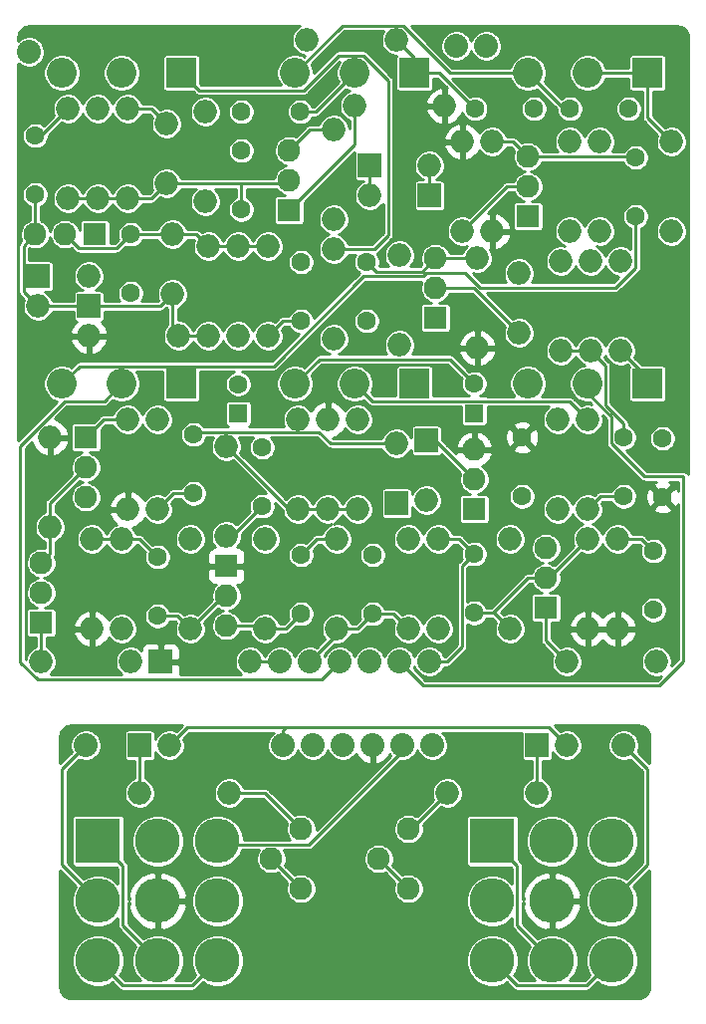
<source format=gbr>
G04 #@! TF.GenerationSoftware,KiCad,Pcbnew,(5.1.8-0-10_14)*
G04 #@! TF.CreationDate,2020-12-11T16:45:24+01:00*
G04 #@! TF.ProjectId,fluff,666c7566-662e-46b6-9963-61645f706362,rev?*
G04 #@! TF.SameCoordinates,Original*
G04 #@! TF.FileFunction,Copper,L1,Top*
G04 #@! TF.FilePolarity,Positive*
%FSLAX46Y46*%
G04 Gerber Fmt 4.6, Leading zero omitted, Abs format (unit mm)*
G04 Created by KiCad (PCBNEW (5.1.8-0-10_14)) date 2020-12-11 16:45:24*
%MOMM*%
%LPD*%
G01*
G04 APERTURE LIST*
G04 #@! TA.AperFunction,ComponentPad*
%ADD10O,2.540000X2.540000*%
G04 #@! TD*
G04 #@! TA.AperFunction,ComponentPad*
%ADD11R,2.540000X2.540000*%
G04 #@! TD*
G04 #@! TA.AperFunction,ComponentPad*
%ADD12R,3.816000X3.816000*%
G04 #@! TD*
G04 #@! TA.AperFunction,ComponentPad*
%ADD13O,3.816000X3.816000*%
G04 #@! TD*
G04 #@! TA.AperFunction,ComponentPad*
%ADD14O,1.930400X1.930400*%
G04 #@! TD*
G04 #@! TA.AperFunction,ComponentPad*
%ADD15O,2.000000X2.000000*%
G04 #@! TD*
G04 #@! TA.AperFunction,ComponentPad*
%ADD16R,1.930400X1.930400*%
G04 #@! TD*
G04 #@! TA.AperFunction,ComponentPad*
%ADD17O,2.032000X2.032000*%
G04 #@! TD*
G04 #@! TA.AperFunction,ComponentPad*
%ADD18R,2.000000X2.000000*%
G04 #@! TD*
G04 #@! TA.AperFunction,ComponentPad*
%ADD19C,1.600000*%
G04 #@! TD*
G04 #@! TA.AperFunction,ComponentPad*
%ADD20R,1.600000X1.600000*%
G04 #@! TD*
G04 #@! TA.AperFunction,Conductor*
%ADD21C,0.250000*%
G04 #@! TD*
G04 #@! TA.AperFunction,Conductor*
%ADD22C,0.254000*%
G04 #@! TD*
G04 #@! TA.AperFunction,Conductor*
%ADD23C,0.100000*%
G04 #@! TD*
G04 APERTURE END LIST*
D10*
X95504000Y-166370000D03*
X100584000Y-166370000D03*
D11*
X105664000Y-166370000D03*
D12*
X112268000Y-205232000D03*
D13*
X112268000Y-210312000D03*
X112268000Y-215392000D03*
X117348000Y-205232000D03*
X117348000Y-210312000D03*
X117348000Y-215392000D03*
X122428000Y-205232000D03*
X122428000Y-210312000D03*
X122428000Y-215392000D03*
D12*
X78740000Y-205232000D03*
D13*
X78740000Y-210312000D03*
X78740000Y-215392000D03*
X83820000Y-205232000D03*
X83820000Y-210312000D03*
X83820000Y-215392000D03*
X88900000Y-205232000D03*
X88900000Y-210312000D03*
X88900000Y-215392000D03*
D10*
X115316000Y-166370000D03*
X120396000Y-166370000D03*
D11*
X125476000Y-166370000D03*
D14*
X105156000Y-204216000D03*
X102616000Y-206756000D03*
X105156000Y-209296000D03*
X96012000Y-204216000D03*
X93472000Y-206756000D03*
X96012000Y-209296000D03*
D10*
X95504000Y-139954000D03*
X100584000Y-139954000D03*
D11*
X105664000Y-139954000D03*
D10*
X75692000Y-166370000D03*
X80772000Y-166370000D03*
D11*
X85852000Y-166370000D03*
D10*
X115316000Y-139954000D03*
X120396000Y-139954000D03*
D11*
X125476000Y-139954000D03*
D10*
X75692000Y-139954000D03*
X80772000Y-139954000D03*
D11*
X85852000Y-139954000D03*
D15*
X123190000Y-155956000D03*
X123190000Y-163576000D03*
X126238000Y-189992000D03*
X118618000Y-189992000D03*
X113792000Y-179578000D03*
X113792000Y-187198000D03*
X107696000Y-187198000D03*
X107696000Y-179578000D03*
X108458000Y-201168000D03*
X116078000Y-201168000D03*
X122936000Y-179578000D03*
X122936000Y-187198000D03*
X120396000Y-179578000D03*
X120396000Y-187198000D03*
X76200000Y-143002000D03*
X76200000Y-150622000D03*
X89916000Y-201168000D03*
X82296000Y-201168000D03*
X96520000Y-137160000D03*
X104140000Y-137160000D03*
X98806000Y-152400000D03*
X98806000Y-144780000D03*
X78740000Y-143002000D03*
X78740000Y-150622000D03*
X87884000Y-143256000D03*
X87884000Y-150876000D03*
X90678000Y-162306000D03*
X90678000Y-154686000D03*
X118872000Y-145796000D03*
X118872000Y-153416000D03*
X121412000Y-145796000D03*
X121412000Y-153416000D03*
X93218000Y-162306000D03*
X93218000Y-154686000D03*
X98806000Y-162560000D03*
X98806000Y-154940000D03*
X104394000Y-155448000D03*
X104394000Y-163068000D03*
X120650000Y-155956000D03*
X120650000Y-163576000D03*
X81280000Y-150622000D03*
X81280000Y-143002000D03*
X88138000Y-154686000D03*
X88138000Y-162306000D03*
X127508000Y-145796000D03*
X127508000Y-153416000D03*
X120396000Y-169418000D03*
X120396000Y-177038000D03*
X118110000Y-163576000D03*
X118110000Y-155956000D03*
X112268000Y-145796000D03*
X112268000Y-153416000D03*
X109728000Y-153416000D03*
X109728000Y-145796000D03*
X100584000Y-142748000D03*
X108204000Y-142748000D03*
X85598000Y-162306000D03*
X77978000Y-162306000D03*
X110998000Y-155702000D03*
X110998000Y-163322000D03*
X117856000Y-169418000D03*
X117856000Y-177038000D03*
X83820000Y-169418000D03*
X83820000Y-177038000D03*
X81534000Y-189992000D03*
X73914000Y-189992000D03*
X80772000Y-187198000D03*
X80772000Y-179578000D03*
X86614000Y-179578000D03*
X86614000Y-187198000D03*
X92964000Y-179578000D03*
X92964000Y-187198000D03*
X105156000Y-179578000D03*
X105156000Y-187198000D03*
X100838000Y-169418000D03*
X100838000Y-177038000D03*
X95758000Y-169418000D03*
X95758000Y-177038000D03*
X99060000Y-187198000D03*
X99060000Y-179578000D03*
X98298000Y-177038000D03*
X98298000Y-169418000D03*
X89662000Y-171704000D03*
X89662000Y-179324000D03*
X81280000Y-169418000D03*
X81280000Y-177038000D03*
X74676000Y-178562000D03*
X74676000Y-170942000D03*
X78232000Y-179578000D03*
X78232000Y-187198000D03*
D14*
X116840000Y-180340000D03*
X116840000Y-182880000D03*
D16*
X116840000Y-185420000D03*
D14*
X94996000Y-146558000D03*
X94996000Y-149098000D03*
D16*
X94996000Y-151638000D03*
D14*
X73406000Y-153670000D03*
X75946000Y-153670000D03*
D16*
X78486000Y-153670000D03*
D14*
X115316000Y-147066000D03*
X115316000Y-149606000D03*
D16*
X115316000Y-152146000D03*
D14*
X107442000Y-155702000D03*
X107442000Y-158242000D03*
D16*
X107442000Y-160782000D03*
D14*
X73914000Y-181610000D03*
X73914000Y-184150000D03*
D16*
X73914000Y-186690000D03*
X89662000Y-181864000D03*
D14*
X89662000Y-184404000D03*
X89662000Y-186944000D03*
X110744000Y-171958000D03*
X110744000Y-174498000D03*
D16*
X110744000Y-177038000D03*
D14*
X77724000Y-176022000D03*
X77724000Y-173482000D03*
D16*
X77724000Y-170942000D03*
D17*
X123444000Y-197104000D03*
X99568000Y-197104000D03*
X104394000Y-189992000D03*
X106934000Y-189992000D03*
X94488000Y-197104000D03*
X104648000Y-197104000D03*
X102108000Y-197104000D03*
X97028000Y-197104000D03*
X109220000Y-137668000D03*
X111760000Y-137668000D03*
X77724000Y-197104000D03*
X107188000Y-197104000D03*
X94234000Y-189992000D03*
X72898000Y-138176000D03*
X99314000Y-189992000D03*
X101854000Y-189992000D03*
X96774000Y-189992000D03*
D15*
X118618000Y-197104000D03*
D18*
X116078000Y-197104000D03*
X101854000Y-147828000D03*
D15*
X106934000Y-147828000D03*
X84836000Y-197104000D03*
D18*
X82296000Y-197104000D03*
X84074000Y-189992000D03*
D15*
X91694000Y-189992000D03*
X73660000Y-159766000D03*
D18*
X73660000Y-157226000D03*
X106934000Y-150368000D03*
D15*
X101854000Y-150368000D03*
X77978000Y-157226000D03*
D18*
X77978000Y-159766000D03*
X104140000Y-176530000D03*
D15*
X104140000Y-171450000D03*
D18*
X106680000Y-171196000D03*
D15*
X106680000Y-176276000D03*
D19*
X110744000Y-180848000D03*
X110744000Y-185848000D03*
X125984000Y-180594000D03*
X125984000Y-185594000D03*
X73406000Y-150288000D03*
X73406000Y-145288000D03*
D15*
X85090000Y-153670000D03*
X85090000Y-158750000D03*
D19*
X114808000Y-175942000D03*
X114808000Y-170942000D03*
X126746000Y-171022000D03*
X126746000Y-176022000D03*
X115824000Y-143002000D03*
X110824000Y-143002000D03*
X95932000Y-143256000D03*
X90932000Y-143256000D03*
X96012000Y-156036000D03*
X96012000Y-161036000D03*
X123872000Y-143002000D03*
X118872000Y-143002000D03*
X123444000Y-175942000D03*
X123444000Y-170942000D03*
D15*
X84582000Y-149352000D03*
X84582000Y-144272000D03*
D19*
X124460000Y-147146000D03*
X124460000Y-152146000D03*
X81534000Y-153670000D03*
X81534000Y-158670000D03*
X90932000Y-151558000D03*
X90932000Y-146558000D03*
X101600000Y-156036000D03*
X101600000Y-161036000D03*
D15*
X114554000Y-162052000D03*
X114554000Y-156972000D03*
D19*
X90678000Y-166410000D03*
D20*
X90678000Y-168910000D03*
D19*
X110744000Y-166370000D03*
D20*
X110744000Y-168870000D03*
D19*
X86868000Y-175688000D03*
X86868000Y-170688000D03*
X83820000Y-186102000D03*
X83820000Y-181102000D03*
X102108000Y-180928000D03*
X102108000Y-185928000D03*
X96012000Y-180928000D03*
X96012000Y-185928000D03*
X92710000Y-171784000D03*
X92710000Y-176784000D03*
D21*
X79248000Y-169418000D02*
X77724000Y-170942000D01*
X81280000Y-169418000D02*
X79248000Y-169418000D01*
X90170000Y-179324000D02*
X89662000Y-179324000D01*
X92710000Y-176784000D02*
X90170000Y-179324000D01*
X97362000Y-179578000D02*
X96012000Y-180928000D01*
X99060000Y-179578000D02*
X97362000Y-179578000D01*
X94742000Y-187198000D02*
X96012000Y-185928000D01*
X92964000Y-187198000D02*
X94742000Y-187198000D01*
X92710000Y-186944000D02*
X92964000Y-187198000D01*
X89662000Y-186944000D02*
X92710000Y-186944000D01*
X99314000Y-187452000D02*
X99060000Y-187198000D01*
X99060000Y-187706000D02*
X99060000Y-187198000D01*
X96774000Y-189992000D02*
X99060000Y-187706000D01*
X100838000Y-187198000D02*
X102108000Y-185928000D01*
X99060000Y-187198000D02*
X100838000Y-187198000D01*
X103886000Y-185928000D02*
X105156000Y-187198000D01*
X102108000Y-185928000D02*
X103886000Y-185928000D01*
X89408000Y-184404000D02*
X89662000Y-184404000D01*
X86614000Y-187198000D02*
X89408000Y-184404000D01*
X85518000Y-186102000D02*
X86614000Y-187198000D01*
X83820000Y-186102000D02*
X85518000Y-186102000D01*
X82296000Y-179578000D02*
X83820000Y-181102000D01*
X80772000Y-179578000D02*
X82296000Y-179578000D01*
X78232000Y-179578000D02*
X80772000Y-179578000D01*
X85170000Y-175688000D02*
X83820000Y-177038000D01*
X86868000Y-175688000D02*
X85170000Y-175688000D01*
X87138001Y-170417999D02*
X86868000Y-170688000D01*
X98516998Y-171450000D02*
X104140000Y-171450000D01*
X97545997Y-170478999D02*
X98516998Y-171450000D01*
X86868000Y-170688000D02*
X87077001Y-170478999D01*
X95758000Y-170396998D02*
X95840001Y-170478999D01*
X95840001Y-170478999D02*
X97545997Y-170478999D01*
X95758000Y-169418000D02*
X95758000Y-170396998D01*
X87077001Y-170478999D02*
X95840001Y-170478999D01*
X95464000Y-166410000D02*
X95504000Y-166370000D01*
X97580999Y-164293001D02*
X95504000Y-166370000D01*
X108667001Y-164293001D02*
X97580999Y-164293001D01*
X110744000Y-166370000D02*
X108667001Y-164293001D01*
X118110000Y-163576000D02*
X120650000Y-163576000D01*
X121891001Y-164817001D02*
X121891001Y-168176999D01*
X120650000Y-163576000D02*
X121891001Y-164817001D01*
X123444000Y-169729998D02*
X123444000Y-170942000D01*
X121891001Y-168176999D02*
X123444000Y-169729998D01*
X110744000Y-158242000D02*
X114554000Y-162052000D01*
X107442000Y-158242000D02*
X110744000Y-158242000D01*
X102399999Y-156835999D02*
X101600000Y-156036000D01*
X106308001Y-156835999D02*
X102399999Y-156835999D01*
X107442000Y-155702000D02*
X106308001Y-156835999D01*
X107442000Y-155702000D02*
X110998000Y-155702000D01*
X76200000Y-150622000D02*
X78740000Y-150622000D01*
X78740000Y-150622000D02*
X81280000Y-150622000D01*
X83312000Y-150622000D02*
X84582000Y-149352000D01*
X81280000Y-150622000D02*
X83312000Y-150622000D01*
X94742000Y-149352000D02*
X94996000Y-149098000D01*
X90932000Y-151558000D02*
X90932000Y-149352000D01*
X90932000Y-149352000D02*
X94742000Y-149352000D01*
X84582000Y-149352000D02*
X90932000Y-149352000D01*
X101854000Y-147828000D02*
X101854000Y-150368000D01*
X88138000Y-154686000D02*
X90678000Y-154686000D01*
X90678000Y-154686000D02*
X93218000Y-154686000D01*
X87122000Y-153670000D02*
X88138000Y-154686000D01*
X85090000Y-153670000D02*
X87122000Y-153670000D01*
X81534000Y-153670000D02*
X85090000Y-153670000D01*
X77136201Y-154860201D02*
X75946000Y-153670000D01*
X80343799Y-154860201D02*
X77136201Y-154860201D01*
X81534000Y-153670000D02*
X80343799Y-154860201D01*
X124380000Y-147066000D02*
X124460000Y-147146000D01*
X115316000Y-147066000D02*
X124380000Y-147066000D01*
X112268000Y-145796000D02*
X114046000Y-145796000D01*
X114046000Y-145796000D02*
X115316000Y-147066000D01*
X109968988Y-156972000D02*
X106666988Y-156972000D01*
X111193989Y-158197001D02*
X109968988Y-156972000D01*
X122762001Y-158197001D02*
X111193989Y-158197001D01*
X106666988Y-156972000D02*
X106412988Y-157226000D01*
X124460000Y-156499002D02*
X122762001Y-158197001D01*
X124460000Y-152146000D02*
X124460000Y-156499002D01*
X93690003Y-164874999D02*
X77187001Y-164874999D01*
X77187001Y-164874999D02*
X75692000Y-166370000D01*
X101339002Y-157226000D02*
X93690003Y-164874999D01*
X106412988Y-157226000D02*
X101339002Y-157226000D01*
X83312000Y-143002000D02*
X84582000Y-144272000D01*
X81280000Y-143002000D02*
X83312000Y-143002000D01*
X106934000Y-147828000D02*
X106934000Y-150368000D01*
X100584000Y-146050000D02*
X94996000Y-151638000D01*
X100584000Y-142748000D02*
X100584000Y-146050000D01*
X121492000Y-175942000D02*
X120396000Y-177038000D01*
X123444000Y-175942000D02*
X121492000Y-175942000D01*
X118364000Y-143002000D02*
X118872000Y-143002000D01*
X115316000Y-139954000D02*
X118364000Y-143002000D01*
X99523001Y-135934999D02*
X104692999Y-135934999D01*
X95504000Y-139954000D02*
X99523001Y-135934999D01*
X108712000Y-139954000D02*
X115316000Y-139954000D01*
X104692999Y-135934999D02*
X108712000Y-139954000D01*
X94488000Y-161036000D02*
X93218000Y-162306000D01*
X96012000Y-161036000D02*
X94488000Y-161036000D01*
X97282000Y-143256000D02*
X95932000Y-143256000D01*
X100584000Y-139954000D02*
X97282000Y-143256000D01*
X113538000Y-149606000D02*
X109728000Y-153416000D01*
X115316000Y-149606000D02*
X113538000Y-149606000D01*
X105664000Y-138684000D02*
X105664000Y-139954000D01*
X104140000Y-137160000D02*
X105664000Y-138684000D01*
X107776000Y-139954000D02*
X110824000Y-143002000D01*
X105664000Y-139954000D02*
X107776000Y-139954000D01*
X73406000Y-150288000D02*
X73406000Y-153670000D01*
X77978000Y-159766000D02*
X73660000Y-159766000D01*
X85598000Y-162306000D02*
X87376000Y-162306000D01*
X87376000Y-162306000D02*
X88138000Y-162306000D01*
X85090000Y-161798000D02*
X85598000Y-162306000D01*
X85090000Y-158750000D02*
X85090000Y-161798000D01*
X72434999Y-158540999D02*
X73660000Y-159766000D01*
X72434999Y-154641001D02*
X72434999Y-158540999D01*
X73406000Y-153670000D02*
X72434999Y-154641001D01*
X84074000Y-159766000D02*
X77978000Y-159766000D01*
X85090000Y-158750000D02*
X84074000Y-159766000D01*
X73914000Y-145288000D02*
X73406000Y-145288000D01*
X76200000Y-143002000D02*
X73914000Y-145288000D01*
X124968000Y-179578000D02*
X125984000Y-180594000D01*
X122936000Y-179578000D02*
X124968000Y-179578000D01*
X109474000Y-179578000D02*
X110744000Y-180848000D01*
X107696000Y-179578000D02*
X109474000Y-179578000D01*
X106934000Y-189992000D02*
X108458000Y-189992000D01*
X109718999Y-188731001D02*
X109718999Y-181873001D01*
X109718999Y-181873001D02*
X110744000Y-180848000D01*
X108458000Y-189992000D02*
X109718999Y-188731001D01*
X112442000Y-185848000D02*
X113792000Y-187198000D01*
X116840000Y-182880000D02*
X115316000Y-182880000D01*
X115316000Y-182880000D02*
X112348000Y-185848000D01*
X112348000Y-185848000D02*
X112442000Y-185848000D01*
X110744000Y-185848000D02*
X112348000Y-185848000D01*
X117094000Y-182880000D02*
X116840000Y-182880000D01*
X120396000Y-179578000D02*
X117094000Y-182880000D01*
X91694000Y-189992000D02*
X94234000Y-189992000D01*
X118618000Y-197104000D02*
X117094000Y-195580000D01*
X86360000Y-195580000D02*
X84836000Y-197104000D01*
X117094000Y-195580000D02*
X99060000Y-195580000D01*
X94488000Y-195834000D02*
X94742000Y-195580000D01*
X94488000Y-197104000D02*
X94488000Y-195834000D01*
X94742000Y-195580000D02*
X86360000Y-195580000D01*
X99060000Y-195580000D02*
X94742000Y-195580000D01*
X82296000Y-197104000D02*
X82296000Y-201168000D01*
X116078000Y-197104000D02*
X116078000Y-201168000D01*
X75939997Y-167865001D02*
X79276999Y-167865001D01*
X72136000Y-171668998D02*
X75939997Y-167865001D01*
X73624998Y-191516000D02*
X72136000Y-190027002D01*
X72136000Y-190027002D02*
X72136000Y-171668998D01*
X79276999Y-167865001D02*
X80772000Y-166370000D01*
X97790000Y-191516000D02*
X94996000Y-191516000D01*
X99314000Y-189992000D02*
X97790000Y-191516000D01*
X94996000Y-191516000D02*
X73624998Y-191516000D01*
X95250000Y-191516000D02*
X94996000Y-191516000D01*
X80873001Y-212445001D02*
X83820000Y-215392000D01*
X80873001Y-207365001D02*
X80873001Y-212445001D01*
X78740000Y-205232000D02*
X80873001Y-207365001D01*
X77724000Y-197104000D02*
X75692000Y-199136000D01*
X75692000Y-207264000D02*
X78740000Y-210312000D01*
X75692000Y-199136000D02*
X75692000Y-207264000D01*
X114401001Y-212445001D02*
X117348000Y-215392000D01*
X114401001Y-207365001D02*
X114401001Y-212445001D01*
X112268000Y-205232000D02*
X114401001Y-207365001D01*
X89233799Y-205565799D02*
X88900000Y-205232000D01*
X96694201Y-205565799D02*
X89233799Y-205565799D01*
X104648000Y-197612000D02*
X96694201Y-205565799D01*
X104648000Y-197104000D02*
X104648000Y-197612000D01*
X128524000Y-189992000D02*
X126492000Y-192024000D01*
X128524000Y-174244000D02*
X128524000Y-189992000D01*
X120396000Y-167176986D02*
X122405507Y-169186493D01*
X125228998Y-174244000D02*
X128524000Y-174244000D01*
X106426000Y-192024000D02*
X104394000Y-189992000D01*
X122405507Y-171420509D02*
X125228998Y-174244000D01*
X126492000Y-192024000D02*
X106426000Y-192024000D01*
X122405507Y-169186493D02*
X122405507Y-171420509D01*
X120396000Y-166370000D02*
X120396000Y-167176986D01*
X123444000Y-197104000D02*
X125476000Y-199136000D01*
X125476000Y-207264000D02*
X122428000Y-210312000D01*
X125476000Y-199136000D02*
X125476000Y-207264000D01*
X74676000Y-180848000D02*
X73914000Y-181610000D01*
X74676000Y-178562000D02*
X74676000Y-180848000D01*
X74676000Y-176530000D02*
X74676000Y-178562000D01*
X77724000Y-173482000D02*
X74676000Y-176530000D01*
X73914000Y-186690000D02*
X73914000Y-189992000D01*
X107442000Y-160782000D02*
X106680000Y-160782000D01*
X96774000Y-144780000D02*
X94996000Y-146558000D01*
X98806000Y-144780000D02*
X96774000Y-144780000D01*
X116840000Y-188214000D02*
X118618000Y-189992000D01*
X116840000Y-185420000D02*
X116840000Y-188214000D01*
X98298000Y-177038000D02*
X100838000Y-177038000D01*
X98298000Y-177038000D02*
X95758000Y-177038000D01*
X94996000Y-177038000D02*
X95758000Y-177038000D01*
X89662000Y-171704000D02*
X94996000Y-177038000D01*
X107114001Y-167865001D02*
X102079001Y-167865001D01*
X107134003Y-167844999D02*
X107114001Y-167865001D01*
X111724001Y-167844999D02*
X107134003Y-167844999D01*
X111769001Y-167889999D02*
X111724001Y-167844999D01*
X118867999Y-167889999D02*
X111769001Y-167889999D01*
X120396000Y-169418000D02*
X118867999Y-167889999D01*
X102079001Y-167865001D02*
X100584000Y-166370000D01*
X120396000Y-139954000D02*
X125476000Y-139954000D01*
X125476000Y-143764000D02*
X127508000Y-145796000D01*
X125476000Y-139954000D02*
X125476000Y-143764000D01*
X87347001Y-141449001D02*
X85852000Y-139954000D01*
X96221601Y-141449001D02*
X87347001Y-141449001D01*
X99211603Y-138458999D02*
X96221601Y-141449001D01*
X101301601Y-138458999D02*
X99211603Y-138458999D01*
X103429011Y-140586409D02*
X101301601Y-138458999D01*
X103429011Y-153737991D02*
X103429011Y-140586409D01*
X102227002Y-154940000D02*
X103429011Y-153737991D01*
X98806000Y-154940000D02*
X102227002Y-154940000D01*
X92964000Y-201168000D02*
X96012000Y-204216000D01*
X89916000Y-201168000D02*
X92964000Y-201168000D01*
X105410000Y-204216000D02*
X105156000Y-204216000D01*
X108458000Y-201168000D02*
X105410000Y-204216000D01*
X125476000Y-165862000D02*
X125476000Y-166370000D01*
X123190000Y-163576000D02*
X125476000Y-165862000D01*
X93472000Y-206756000D02*
X96012000Y-209296000D01*
X102616000Y-206756000D02*
X105156000Y-209296000D01*
X80873001Y-217525001D02*
X78740000Y-215392000D01*
X86766999Y-217525001D02*
X80873001Y-217525001D01*
X88900000Y-215392000D02*
X86766999Y-217525001D01*
X120294999Y-217525001D02*
X122428000Y-215392000D01*
X114401001Y-217525001D02*
X120294999Y-217525001D01*
X112268000Y-215392000D02*
X114401001Y-217525001D01*
X109982000Y-174498000D02*
X110744000Y-174498000D01*
X107442000Y-171196000D02*
X110744000Y-174498000D01*
X106680000Y-171196000D02*
X107442000Y-171196000D01*
D22*
X85399642Y-195901134D02*
X85223072Y-195827996D01*
X84966698Y-195777000D01*
X84705302Y-195777000D01*
X84448928Y-195827996D01*
X84207430Y-195928028D01*
X83990087Y-196073252D01*
X83805252Y-196258087D01*
X83660028Y-196475430D01*
X83624582Y-196561004D01*
X83624582Y-196104000D01*
X83618268Y-196039897D01*
X83599570Y-195978257D01*
X83569206Y-195921450D01*
X83528343Y-195871657D01*
X83478550Y-195830794D01*
X83421743Y-195800430D01*
X83360103Y-195781732D01*
X83296000Y-195775418D01*
X81296000Y-195775418D01*
X81231897Y-195781732D01*
X81170257Y-195800430D01*
X81113450Y-195830794D01*
X81063657Y-195871657D01*
X81022794Y-195921450D01*
X80992430Y-195978257D01*
X80973732Y-196039897D01*
X80967418Y-196104000D01*
X80967418Y-198104000D01*
X80973732Y-198168103D01*
X80992430Y-198229743D01*
X81022794Y-198286550D01*
X81063657Y-198336343D01*
X81113450Y-198377206D01*
X81170257Y-198407570D01*
X81231897Y-198426268D01*
X81296000Y-198432582D01*
X81844000Y-198432582D01*
X81844001Y-199918890D01*
X81667430Y-199992028D01*
X81450087Y-200137252D01*
X81265252Y-200322087D01*
X81120028Y-200539430D01*
X81019996Y-200780928D01*
X80969000Y-201037302D01*
X80969000Y-201298698D01*
X81019996Y-201555072D01*
X81120028Y-201796570D01*
X81265252Y-202013913D01*
X81450087Y-202198748D01*
X81667430Y-202343972D01*
X81908928Y-202444004D01*
X82165302Y-202495000D01*
X82426698Y-202495000D01*
X82683072Y-202444004D01*
X82924570Y-202343972D01*
X83141913Y-202198748D01*
X83326748Y-202013913D01*
X83471972Y-201796570D01*
X83572004Y-201555072D01*
X83623000Y-201298698D01*
X83623000Y-201037302D01*
X83572004Y-200780928D01*
X83471972Y-200539430D01*
X83326748Y-200322087D01*
X83141913Y-200137252D01*
X82924570Y-199992028D01*
X82748000Y-199918890D01*
X82748000Y-198432582D01*
X83296000Y-198432582D01*
X83360103Y-198426268D01*
X83421743Y-198407570D01*
X83478550Y-198377206D01*
X83528343Y-198336343D01*
X83569206Y-198286550D01*
X83599570Y-198229743D01*
X83618268Y-198168103D01*
X83624582Y-198104000D01*
X83624582Y-197646996D01*
X83660028Y-197732570D01*
X83805252Y-197949913D01*
X83990087Y-198134748D01*
X84207430Y-198279972D01*
X84448928Y-198380004D01*
X84705302Y-198431000D01*
X84966698Y-198431000D01*
X85223072Y-198380004D01*
X85464570Y-198279972D01*
X85681913Y-198134748D01*
X85866748Y-197949913D01*
X86011972Y-197732570D01*
X86112004Y-197491072D01*
X86163000Y-197234698D01*
X86163000Y-196973302D01*
X86112004Y-196716928D01*
X86038866Y-196540358D01*
X86547225Y-196032000D01*
X93675026Y-196032000D01*
X93631888Y-196060824D01*
X93444824Y-196247888D01*
X93297849Y-196467851D01*
X93196611Y-196712261D01*
X93145000Y-196971726D01*
X93145000Y-197236274D01*
X93196611Y-197495739D01*
X93297849Y-197740149D01*
X93444824Y-197960112D01*
X93631888Y-198147176D01*
X93851851Y-198294151D01*
X94096261Y-198395389D01*
X94355726Y-198447000D01*
X94620274Y-198447000D01*
X94879739Y-198395389D01*
X95124149Y-198294151D01*
X95344112Y-198147176D01*
X95531176Y-197960112D01*
X95678151Y-197740149D01*
X95758000Y-197547377D01*
X95837849Y-197740149D01*
X95984824Y-197960112D01*
X96171888Y-198147176D01*
X96391851Y-198294151D01*
X96636261Y-198395389D01*
X96895726Y-198447000D01*
X97160274Y-198447000D01*
X97419739Y-198395389D01*
X97664149Y-198294151D01*
X97884112Y-198147176D01*
X98071176Y-197960112D01*
X98218151Y-197740149D01*
X98298000Y-197547377D01*
X98377849Y-197740149D01*
X98524824Y-197960112D01*
X98711888Y-198147176D01*
X98931851Y-198294151D01*
X99176261Y-198395389D01*
X99435726Y-198447000D01*
X99700274Y-198447000D01*
X99959739Y-198395389D01*
X100204149Y-198294151D01*
X100424112Y-198147176D01*
X100611176Y-197960112D01*
X100661041Y-197885484D01*
X100701618Y-197968815D01*
X100897358Y-198226569D01*
X101139623Y-198441184D01*
X101419102Y-198604411D01*
X101725055Y-198709978D01*
X101981000Y-198591362D01*
X101981000Y-197231000D01*
X101961000Y-197231000D01*
X101961000Y-196977000D01*
X101981000Y-196977000D01*
X101981000Y-196957000D01*
X102235000Y-196957000D01*
X102235000Y-196977000D01*
X102255000Y-196977000D01*
X102255000Y-197231000D01*
X102235000Y-197231000D01*
X102235000Y-198591362D01*
X102490945Y-198709978D01*
X102796898Y-198604411D01*
X103076377Y-198441184D01*
X103318642Y-198226569D01*
X103514382Y-197968815D01*
X103554959Y-197885484D01*
X103604824Y-197960112D01*
X103632744Y-197988032D01*
X97304200Y-204316577D01*
X97304200Y-204088729D01*
X97254541Y-203839079D01*
X97157132Y-203603914D01*
X97015717Y-203392271D01*
X96835729Y-203212283D01*
X96624086Y-203070868D01*
X96388921Y-202973459D01*
X96139271Y-202923800D01*
X95884729Y-202923800D01*
X95635079Y-202973459D01*
X95474993Y-203039769D01*
X93299323Y-200864100D01*
X93285159Y-200846841D01*
X93216333Y-200790357D01*
X93137810Y-200748386D01*
X93052607Y-200722540D01*
X92986205Y-200716000D01*
X92964000Y-200713813D01*
X92941795Y-200716000D01*
X91165110Y-200716000D01*
X91091972Y-200539430D01*
X90946748Y-200322087D01*
X90761913Y-200137252D01*
X90544570Y-199992028D01*
X90303072Y-199891996D01*
X90046698Y-199841000D01*
X89785302Y-199841000D01*
X89528928Y-199891996D01*
X89287430Y-199992028D01*
X89070087Y-200137252D01*
X88885252Y-200322087D01*
X88740028Y-200539430D01*
X88639996Y-200780928D01*
X88589000Y-201037302D01*
X88589000Y-201298698D01*
X88639996Y-201555072D01*
X88740028Y-201796570D01*
X88885252Y-202013913D01*
X89070087Y-202198748D01*
X89287430Y-202343972D01*
X89528928Y-202444004D01*
X89785302Y-202495000D01*
X90046698Y-202495000D01*
X90303072Y-202444004D01*
X90544570Y-202343972D01*
X90761913Y-202198748D01*
X90946748Y-202013913D01*
X91091972Y-201796570D01*
X91165110Y-201620000D01*
X92776777Y-201620000D01*
X94835769Y-203678993D01*
X94769459Y-203839079D01*
X94719800Y-204088729D01*
X94719800Y-204343271D01*
X94769459Y-204592921D01*
X94866868Y-204828086D01*
X95008283Y-205039729D01*
X95082353Y-205113799D01*
X91135000Y-205113799D01*
X91135000Y-205011872D01*
X91049110Y-204580075D01*
X90880631Y-204173331D01*
X90636038Y-203807271D01*
X90324729Y-203495962D01*
X89958669Y-203251369D01*
X89551925Y-203082890D01*
X89120128Y-202997000D01*
X88679872Y-202997000D01*
X88248075Y-203082890D01*
X87841331Y-203251369D01*
X87475271Y-203495962D01*
X87163962Y-203807271D01*
X86919369Y-204173331D01*
X86750890Y-204580075D01*
X86665000Y-205011872D01*
X86665000Y-205452128D01*
X86750890Y-205883925D01*
X86919369Y-206290669D01*
X87163962Y-206656729D01*
X87475271Y-206968038D01*
X87841331Y-207212631D01*
X88248075Y-207381110D01*
X88679872Y-207467000D01*
X89120128Y-207467000D01*
X89551925Y-207381110D01*
X89958669Y-207212631D01*
X90324729Y-206968038D01*
X90636038Y-206656729D01*
X90880631Y-206290669D01*
X90993658Y-206017799D01*
X92411135Y-206017799D01*
X92326868Y-206143914D01*
X92229459Y-206379079D01*
X92179800Y-206628729D01*
X92179800Y-206883271D01*
X92229459Y-207132921D01*
X92326868Y-207368086D01*
X92468283Y-207579729D01*
X92648271Y-207759717D01*
X92859914Y-207901132D01*
X93095079Y-207998541D01*
X93344729Y-208048200D01*
X93599271Y-208048200D01*
X93848921Y-207998541D01*
X94009007Y-207932231D01*
X94835769Y-208758993D01*
X94769459Y-208919079D01*
X94719800Y-209168729D01*
X94719800Y-209423271D01*
X94769459Y-209672921D01*
X94866868Y-209908086D01*
X95008283Y-210119729D01*
X95188271Y-210299717D01*
X95399914Y-210441132D01*
X95635079Y-210538541D01*
X95884729Y-210588200D01*
X96139271Y-210588200D01*
X96388921Y-210538541D01*
X96624086Y-210441132D01*
X96835729Y-210299717D01*
X97015717Y-210119729D01*
X97157132Y-209908086D01*
X97254541Y-209672921D01*
X97304200Y-209423271D01*
X97304200Y-209168729D01*
X97254541Y-208919079D01*
X97157132Y-208683914D01*
X97015717Y-208472271D01*
X96835729Y-208292283D01*
X96624086Y-208150868D01*
X96388921Y-208053459D01*
X96139271Y-208003800D01*
X95884729Y-208003800D01*
X95635079Y-208053459D01*
X95474993Y-208119769D01*
X94648231Y-207293007D01*
X94714541Y-207132921D01*
X94764200Y-206883271D01*
X94764200Y-206628729D01*
X101323800Y-206628729D01*
X101323800Y-206883271D01*
X101373459Y-207132921D01*
X101470868Y-207368086D01*
X101612283Y-207579729D01*
X101792271Y-207759717D01*
X102003914Y-207901132D01*
X102239079Y-207998541D01*
X102488729Y-208048200D01*
X102743271Y-208048200D01*
X102992921Y-207998541D01*
X103153007Y-207932231D01*
X103979769Y-208758993D01*
X103913459Y-208919079D01*
X103863800Y-209168729D01*
X103863800Y-209423271D01*
X103913459Y-209672921D01*
X104010868Y-209908086D01*
X104152283Y-210119729D01*
X104332271Y-210299717D01*
X104543914Y-210441132D01*
X104779079Y-210538541D01*
X105028729Y-210588200D01*
X105283271Y-210588200D01*
X105532921Y-210538541D01*
X105768086Y-210441132D01*
X105979729Y-210299717D01*
X106159717Y-210119729D01*
X106301132Y-209908086D01*
X106398541Y-209672921D01*
X106448200Y-209423271D01*
X106448200Y-209168729D01*
X106398541Y-208919079D01*
X106301132Y-208683914D01*
X106159717Y-208472271D01*
X105979729Y-208292283D01*
X105768086Y-208150868D01*
X105532921Y-208053459D01*
X105283271Y-208003800D01*
X105028729Y-208003800D01*
X104779079Y-208053459D01*
X104618993Y-208119769D01*
X103792231Y-207293007D01*
X103858541Y-207132921D01*
X103908200Y-206883271D01*
X103908200Y-206628729D01*
X103858541Y-206379079D01*
X103761132Y-206143914D01*
X103619717Y-205932271D01*
X103439729Y-205752283D01*
X103228086Y-205610868D01*
X102992921Y-205513459D01*
X102743271Y-205463800D01*
X102488729Y-205463800D01*
X102239079Y-205513459D01*
X102003914Y-205610868D01*
X101792271Y-205752283D01*
X101612283Y-205932271D01*
X101470868Y-206143914D01*
X101373459Y-206379079D01*
X101323800Y-206628729D01*
X94764200Y-206628729D01*
X94714541Y-206379079D01*
X94617132Y-206143914D01*
X94532865Y-206017799D01*
X96671996Y-206017799D01*
X96694201Y-206019986D01*
X96716406Y-206017799D01*
X96782808Y-206011259D01*
X96868011Y-205985413D01*
X96946534Y-205943442D01*
X97015360Y-205886958D01*
X97029524Y-205869699D01*
X98810494Y-204088729D01*
X103863800Y-204088729D01*
X103863800Y-204343271D01*
X103913459Y-204592921D01*
X104010868Y-204828086D01*
X104152283Y-205039729D01*
X104332271Y-205219717D01*
X104543914Y-205361132D01*
X104779079Y-205458541D01*
X105028729Y-205508200D01*
X105283271Y-205508200D01*
X105532921Y-205458541D01*
X105768086Y-205361132D01*
X105979729Y-205219717D01*
X106159717Y-205039729D01*
X106301132Y-204828086D01*
X106398541Y-204592921D01*
X106448200Y-204343271D01*
X106448200Y-204088729D01*
X106403121Y-203862103D01*
X106941224Y-203324000D01*
X110031418Y-203324000D01*
X110031418Y-207140000D01*
X110037732Y-207204103D01*
X110056430Y-207265743D01*
X110086794Y-207322550D01*
X110127657Y-207372343D01*
X110177450Y-207413206D01*
X110234257Y-207443570D01*
X110295897Y-207462268D01*
X110360000Y-207468582D01*
X113865358Y-207468582D01*
X113949001Y-207552225D01*
X113949001Y-208832234D01*
X113692729Y-208575962D01*
X113326669Y-208331369D01*
X112919925Y-208162890D01*
X112488128Y-208077000D01*
X112047872Y-208077000D01*
X111616075Y-208162890D01*
X111209331Y-208331369D01*
X110843271Y-208575962D01*
X110531962Y-208887271D01*
X110287369Y-209253331D01*
X110118890Y-209660075D01*
X110033000Y-210091872D01*
X110033000Y-210532128D01*
X110118890Y-210963925D01*
X110287369Y-211370669D01*
X110531962Y-211736729D01*
X110843271Y-212048038D01*
X111209331Y-212292631D01*
X111616075Y-212461110D01*
X112047872Y-212547000D01*
X112488128Y-212547000D01*
X112919925Y-212461110D01*
X113326669Y-212292631D01*
X113692729Y-212048038D01*
X113949002Y-211791765D01*
X113949002Y-212422786D01*
X113946814Y-212445001D01*
X113955541Y-212533608D01*
X113981387Y-212618810D01*
X113981388Y-212618811D01*
X114023359Y-212697334D01*
X114079843Y-212766160D01*
X114097097Y-212780320D01*
X115480618Y-214163842D01*
X115367369Y-214333331D01*
X115198890Y-214740075D01*
X115113000Y-215171872D01*
X115113000Y-215612128D01*
X115198890Y-216043925D01*
X115367369Y-216450669D01*
X115611962Y-216816729D01*
X115868234Y-217073001D01*
X114588225Y-217073001D01*
X114135382Y-216620158D01*
X114248631Y-216450669D01*
X114417110Y-216043925D01*
X114503000Y-215612128D01*
X114503000Y-215171872D01*
X114417110Y-214740075D01*
X114248631Y-214333331D01*
X114004038Y-213967271D01*
X113692729Y-213655962D01*
X113326669Y-213411369D01*
X112919925Y-213242890D01*
X112488128Y-213157000D01*
X112047872Y-213157000D01*
X111616075Y-213242890D01*
X111209331Y-213411369D01*
X110843271Y-213655962D01*
X110531962Y-213967271D01*
X110287369Y-214333331D01*
X110118890Y-214740075D01*
X110033000Y-215171872D01*
X110033000Y-215612128D01*
X110118890Y-216043925D01*
X110287369Y-216450669D01*
X110531962Y-216816729D01*
X110843271Y-217128038D01*
X111209331Y-217372631D01*
X111616075Y-217541110D01*
X112047872Y-217627000D01*
X112488128Y-217627000D01*
X112919925Y-217541110D01*
X113326669Y-217372631D01*
X113496158Y-217259382D01*
X114065682Y-217828906D01*
X114079842Y-217846160D01*
X114148668Y-217902644D01*
X114227191Y-217944615D01*
X114312393Y-217970461D01*
X114401001Y-217979188D01*
X114423206Y-217977001D01*
X120272794Y-217977001D01*
X120294999Y-217979188D01*
X120317204Y-217977001D01*
X120383606Y-217970461D01*
X120468809Y-217944615D01*
X120547332Y-217902644D01*
X120616158Y-217846160D01*
X120630322Y-217828901D01*
X121199841Y-217259382D01*
X121369331Y-217372631D01*
X121776075Y-217541110D01*
X122207872Y-217627000D01*
X122648128Y-217627000D01*
X123079925Y-217541110D01*
X123486669Y-217372631D01*
X123852729Y-217128038D01*
X124164038Y-216816729D01*
X124408631Y-216450669D01*
X124577110Y-216043925D01*
X124663000Y-215612128D01*
X124663000Y-215171872D01*
X124577110Y-214740075D01*
X124408631Y-214333331D01*
X124164038Y-213967271D01*
X123852729Y-213655962D01*
X123486669Y-213411369D01*
X123079925Y-213242890D01*
X122648128Y-213157000D01*
X122207872Y-213157000D01*
X121776075Y-213242890D01*
X121369331Y-213411369D01*
X121003271Y-213655962D01*
X120691962Y-213967271D01*
X120447369Y-214333331D01*
X120278890Y-214740075D01*
X120193000Y-215171872D01*
X120193000Y-215612128D01*
X120278890Y-216043925D01*
X120447369Y-216450669D01*
X120560618Y-216620159D01*
X120107776Y-217073001D01*
X118827766Y-217073001D01*
X119084038Y-216816729D01*
X119328631Y-216450669D01*
X119497110Y-216043925D01*
X119583000Y-215612128D01*
X119583000Y-215171872D01*
X119497110Y-214740075D01*
X119328631Y-214333331D01*
X119084038Y-213967271D01*
X118772729Y-213655962D01*
X118406669Y-213411369D01*
X117999925Y-213242890D01*
X117568128Y-213157000D01*
X117127872Y-213157000D01*
X116696075Y-213242890D01*
X116289331Y-213411369D01*
X116119842Y-213524618D01*
X114853001Y-212257778D01*
X114853001Y-210439002D01*
X114967134Y-210439002D01*
X114859310Y-210834753D01*
X114988302Y-211259990D01*
X115218587Y-211702129D01*
X115530704Y-212090846D01*
X115912658Y-212411203D01*
X116349772Y-212650889D01*
X116825247Y-212800693D01*
X117221000Y-212693080D01*
X117221000Y-210439000D01*
X117475000Y-210439000D01*
X117475000Y-212693080D01*
X117870753Y-212800693D01*
X118346228Y-212650889D01*
X118783342Y-212411203D01*
X119165296Y-212090846D01*
X119477413Y-211702129D01*
X119707698Y-211259990D01*
X119836690Y-210834753D01*
X119728865Y-210439000D01*
X117475000Y-210439000D01*
X117221000Y-210439000D01*
X117201000Y-210439000D01*
X117201000Y-210185000D01*
X117221000Y-210185000D01*
X117221000Y-207930920D01*
X117475000Y-207930920D01*
X117475000Y-210185000D01*
X119728865Y-210185000D01*
X119836690Y-209789247D01*
X119707698Y-209364010D01*
X119477413Y-208921871D01*
X119165296Y-208533154D01*
X118783342Y-208212797D01*
X118346228Y-207973111D01*
X117870753Y-207823307D01*
X117475000Y-207930920D01*
X117221000Y-207930920D01*
X116825247Y-207823307D01*
X116349772Y-207973111D01*
X115912658Y-208212797D01*
X115530704Y-208533154D01*
X115218587Y-208921871D01*
X114988302Y-209364010D01*
X114859310Y-209789247D01*
X114967134Y-210184998D01*
X114853001Y-210184998D01*
X114853001Y-207387206D01*
X114855188Y-207365001D01*
X114846461Y-207276393D01*
X114820615Y-207191191D01*
X114789469Y-207132921D01*
X114778644Y-207112668D01*
X114722160Y-207043842D01*
X114704907Y-207029683D01*
X114504582Y-206829358D01*
X114504582Y-205011872D01*
X115113000Y-205011872D01*
X115113000Y-205452128D01*
X115198890Y-205883925D01*
X115367369Y-206290669D01*
X115611962Y-206656729D01*
X115923271Y-206968038D01*
X116289331Y-207212631D01*
X116696075Y-207381110D01*
X117127872Y-207467000D01*
X117568128Y-207467000D01*
X117999925Y-207381110D01*
X118406669Y-207212631D01*
X118772729Y-206968038D01*
X119084038Y-206656729D01*
X119328631Y-206290669D01*
X119497110Y-205883925D01*
X119583000Y-205452128D01*
X119583000Y-205011872D01*
X120193000Y-205011872D01*
X120193000Y-205452128D01*
X120278890Y-205883925D01*
X120447369Y-206290669D01*
X120691962Y-206656729D01*
X121003271Y-206968038D01*
X121369331Y-207212631D01*
X121776075Y-207381110D01*
X122207872Y-207467000D01*
X122648128Y-207467000D01*
X123079925Y-207381110D01*
X123486669Y-207212631D01*
X123852729Y-206968038D01*
X124164038Y-206656729D01*
X124408631Y-206290669D01*
X124577110Y-205883925D01*
X124663000Y-205452128D01*
X124663000Y-205011872D01*
X124577110Y-204580075D01*
X124408631Y-204173331D01*
X124164038Y-203807271D01*
X123852729Y-203495962D01*
X123486669Y-203251369D01*
X123079925Y-203082890D01*
X122648128Y-202997000D01*
X122207872Y-202997000D01*
X121776075Y-203082890D01*
X121369331Y-203251369D01*
X121003271Y-203495962D01*
X120691962Y-203807271D01*
X120447369Y-204173331D01*
X120278890Y-204580075D01*
X120193000Y-205011872D01*
X119583000Y-205011872D01*
X119497110Y-204580075D01*
X119328631Y-204173331D01*
X119084038Y-203807271D01*
X118772729Y-203495962D01*
X118406669Y-203251369D01*
X117999925Y-203082890D01*
X117568128Y-202997000D01*
X117127872Y-202997000D01*
X116696075Y-203082890D01*
X116289331Y-203251369D01*
X115923271Y-203495962D01*
X115611962Y-203807271D01*
X115367369Y-204173331D01*
X115198890Y-204580075D01*
X115113000Y-205011872D01*
X114504582Y-205011872D01*
X114504582Y-203324000D01*
X114498268Y-203259897D01*
X114479570Y-203198257D01*
X114449206Y-203141450D01*
X114408343Y-203091657D01*
X114358550Y-203050794D01*
X114301743Y-203020430D01*
X114240103Y-203001732D01*
X114176000Y-202995418D01*
X110360000Y-202995418D01*
X110295897Y-203001732D01*
X110234257Y-203020430D01*
X110177450Y-203050794D01*
X110127657Y-203091657D01*
X110086794Y-203141450D01*
X110056430Y-203198257D01*
X110037732Y-203259897D01*
X110031418Y-203324000D01*
X106941224Y-203324000D01*
X107894358Y-202370866D01*
X108070928Y-202444004D01*
X108327302Y-202495000D01*
X108588698Y-202495000D01*
X108845072Y-202444004D01*
X109086570Y-202343972D01*
X109303913Y-202198748D01*
X109488748Y-202013913D01*
X109633972Y-201796570D01*
X109734004Y-201555072D01*
X109785000Y-201298698D01*
X109785000Y-201037302D01*
X109734004Y-200780928D01*
X109633972Y-200539430D01*
X109488748Y-200322087D01*
X109303913Y-200137252D01*
X109086570Y-199992028D01*
X108845072Y-199891996D01*
X108588698Y-199841000D01*
X108327302Y-199841000D01*
X108070928Y-199891996D01*
X107829430Y-199992028D01*
X107612087Y-200137252D01*
X107427252Y-200322087D01*
X107282028Y-200539430D01*
X107181996Y-200780928D01*
X107131000Y-201037302D01*
X107131000Y-201298698D01*
X107181996Y-201555072D01*
X107255134Y-201731642D01*
X105856699Y-203130077D01*
X105768086Y-203070868D01*
X105532921Y-202973459D01*
X105283271Y-202923800D01*
X105028729Y-202923800D01*
X104779079Y-202973459D01*
X104543914Y-203070868D01*
X104332271Y-203212283D01*
X104152283Y-203392271D01*
X104010868Y-203603914D01*
X103913459Y-203839079D01*
X103863800Y-204088729D01*
X98810494Y-204088729D01*
X104462760Y-198436464D01*
X104515726Y-198447000D01*
X104780274Y-198447000D01*
X105039739Y-198395389D01*
X105284149Y-198294151D01*
X105504112Y-198147176D01*
X105691176Y-197960112D01*
X105838151Y-197740149D01*
X105918000Y-197547377D01*
X105997849Y-197740149D01*
X106144824Y-197960112D01*
X106331888Y-198147176D01*
X106551851Y-198294151D01*
X106796261Y-198395389D01*
X107055726Y-198447000D01*
X107320274Y-198447000D01*
X107579739Y-198395389D01*
X107824149Y-198294151D01*
X108044112Y-198147176D01*
X108231176Y-197960112D01*
X108378151Y-197740149D01*
X108479389Y-197495739D01*
X108531000Y-197236274D01*
X108531000Y-196971726D01*
X108479389Y-196712261D01*
X108378151Y-196467851D01*
X108231176Y-196247888D01*
X108044112Y-196060824D01*
X108000974Y-196032000D01*
X114758127Y-196032000D01*
X114755732Y-196039897D01*
X114749418Y-196104000D01*
X114749418Y-198104000D01*
X114755732Y-198168103D01*
X114774430Y-198229743D01*
X114804794Y-198286550D01*
X114845657Y-198336343D01*
X114895450Y-198377206D01*
X114952257Y-198407570D01*
X115013897Y-198426268D01*
X115078000Y-198432582D01*
X115626000Y-198432582D01*
X115626001Y-199918890D01*
X115449430Y-199992028D01*
X115232087Y-200137252D01*
X115047252Y-200322087D01*
X114902028Y-200539430D01*
X114801996Y-200780928D01*
X114751000Y-201037302D01*
X114751000Y-201298698D01*
X114801996Y-201555072D01*
X114902028Y-201796570D01*
X115047252Y-202013913D01*
X115232087Y-202198748D01*
X115449430Y-202343972D01*
X115690928Y-202444004D01*
X115947302Y-202495000D01*
X116208698Y-202495000D01*
X116465072Y-202444004D01*
X116706570Y-202343972D01*
X116923913Y-202198748D01*
X117108748Y-202013913D01*
X117253972Y-201796570D01*
X117354004Y-201555072D01*
X117405000Y-201298698D01*
X117405000Y-201037302D01*
X117354004Y-200780928D01*
X117253972Y-200539430D01*
X117108748Y-200322087D01*
X116923913Y-200137252D01*
X116706570Y-199992028D01*
X116530000Y-199918890D01*
X116530000Y-198432582D01*
X117078000Y-198432582D01*
X117142103Y-198426268D01*
X117203743Y-198407570D01*
X117260550Y-198377206D01*
X117310343Y-198336343D01*
X117351206Y-198286550D01*
X117381570Y-198229743D01*
X117400268Y-198168103D01*
X117406582Y-198104000D01*
X117406582Y-197646996D01*
X117442028Y-197732570D01*
X117587252Y-197949913D01*
X117772087Y-198134748D01*
X117989430Y-198279972D01*
X118230928Y-198380004D01*
X118487302Y-198431000D01*
X118748698Y-198431000D01*
X119005072Y-198380004D01*
X119246570Y-198279972D01*
X119463913Y-198134748D01*
X119648748Y-197949913D01*
X119793972Y-197732570D01*
X119894004Y-197491072D01*
X119945000Y-197234698D01*
X119945000Y-196973302D01*
X119894004Y-196716928D01*
X119793972Y-196475430D01*
X119648748Y-196258087D01*
X119463913Y-196073252D01*
X119246570Y-195928028D01*
X119005072Y-195827996D01*
X118748698Y-195777000D01*
X118487302Y-195777000D01*
X118230928Y-195827996D01*
X118054358Y-195901134D01*
X117577223Y-195424000D01*
X124696785Y-195424000D01*
X124891980Y-195443139D01*
X125063178Y-195494827D01*
X125221083Y-195578787D01*
X125359665Y-195691812D01*
X125473656Y-195829604D01*
X125558714Y-195986915D01*
X125611597Y-196157750D01*
X125632000Y-196351879D01*
X125632000Y-198652776D01*
X124659112Y-197679888D01*
X124735389Y-197495739D01*
X124787000Y-197236274D01*
X124787000Y-196971726D01*
X124735389Y-196712261D01*
X124634151Y-196467851D01*
X124487176Y-196247888D01*
X124300112Y-196060824D01*
X124080149Y-195913849D01*
X123835739Y-195812611D01*
X123576274Y-195761000D01*
X123311726Y-195761000D01*
X123052261Y-195812611D01*
X122807851Y-195913849D01*
X122587888Y-196060824D01*
X122400824Y-196247888D01*
X122253849Y-196467851D01*
X122152611Y-196712261D01*
X122101000Y-196971726D01*
X122101000Y-197236274D01*
X122152611Y-197495739D01*
X122253849Y-197740149D01*
X122400824Y-197960112D01*
X122587888Y-198147176D01*
X122807851Y-198294151D01*
X123052261Y-198395389D01*
X123311726Y-198447000D01*
X123576274Y-198447000D01*
X123835739Y-198395389D01*
X124019888Y-198319112D01*
X125024000Y-199323224D01*
X125024001Y-207076775D01*
X123656158Y-208444618D01*
X123486669Y-208331369D01*
X123079925Y-208162890D01*
X122648128Y-208077000D01*
X122207872Y-208077000D01*
X121776075Y-208162890D01*
X121369331Y-208331369D01*
X121003271Y-208575962D01*
X120691962Y-208887271D01*
X120447369Y-209253331D01*
X120278890Y-209660075D01*
X120193000Y-210091872D01*
X120193000Y-210532128D01*
X120278890Y-210963925D01*
X120447369Y-211370669D01*
X120691962Y-211736729D01*
X121003271Y-212048038D01*
X121369331Y-212292631D01*
X121776075Y-212461110D01*
X122207872Y-212547000D01*
X122648128Y-212547000D01*
X123079925Y-212461110D01*
X123486669Y-212292631D01*
X123852729Y-212048038D01*
X124164038Y-211736729D01*
X124408631Y-211370669D01*
X124577110Y-210963925D01*
X124663000Y-210532128D01*
X124663000Y-210091872D01*
X124577110Y-209660075D01*
X124408631Y-209253331D01*
X124295382Y-209083842D01*
X125632001Y-207747223D01*
X125632001Y-217660775D01*
X125612861Y-217855980D01*
X125561173Y-218027178D01*
X125477216Y-218185079D01*
X125364190Y-218323663D01*
X125226393Y-218437659D01*
X125069086Y-218522714D01*
X124898250Y-218575597D01*
X124704122Y-218596000D01*
X76471215Y-218596000D01*
X76276020Y-218576861D01*
X76104822Y-218525173D01*
X75946921Y-218441216D01*
X75808337Y-218328190D01*
X75694341Y-218190393D01*
X75609286Y-218033086D01*
X75556403Y-217862250D01*
X75536000Y-217668122D01*
X75536000Y-207747223D01*
X76872618Y-209083842D01*
X76759369Y-209253331D01*
X76590890Y-209660075D01*
X76505000Y-210091872D01*
X76505000Y-210532128D01*
X76590890Y-210963925D01*
X76759369Y-211370669D01*
X77003962Y-211736729D01*
X77315271Y-212048038D01*
X77681331Y-212292631D01*
X78088075Y-212461110D01*
X78519872Y-212547000D01*
X78960128Y-212547000D01*
X79391925Y-212461110D01*
X79798669Y-212292631D01*
X80164729Y-212048038D01*
X80421002Y-211791765D01*
X80421002Y-212422786D01*
X80418814Y-212445001D01*
X80427541Y-212533608D01*
X80453387Y-212618810D01*
X80453388Y-212618811D01*
X80495359Y-212697334D01*
X80551843Y-212766160D01*
X80569097Y-212780320D01*
X81952618Y-214163842D01*
X81839369Y-214333331D01*
X81670890Y-214740075D01*
X81585000Y-215171872D01*
X81585000Y-215612128D01*
X81670890Y-216043925D01*
X81839369Y-216450669D01*
X82083962Y-216816729D01*
X82340234Y-217073001D01*
X81060225Y-217073001D01*
X80607382Y-216620158D01*
X80720631Y-216450669D01*
X80889110Y-216043925D01*
X80975000Y-215612128D01*
X80975000Y-215171872D01*
X80889110Y-214740075D01*
X80720631Y-214333331D01*
X80476038Y-213967271D01*
X80164729Y-213655962D01*
X79798669Y-213411369D01*
X79391925Y-213242890D01*
X78960128Y-213157000D01*
X78519872Y-213157000D01*
X78088075Y-213242890D01*
X77681331Y-213411369D01*
X77315271Y-213655962D01*
X77003962Y-213967271D01*
X76759369Y-214333331D01*
X76590890Y-214740075D01*
X76505000Y-215171872D01*
X76505000Y-215612128D01*
X76590890Y-216043925D01*
X76759369Y-216450669D01*
X77003962Y-216816729D01*
X77315271Y-217128038D01*
X77681331Y-217372631D01*
X78088075Y-217541110D01*
X78519872Y-217627000D01*
X78960128Y-217627000D01*
X79391925Y-217541110D01*
X79798669Y-217372631D01*
X79968158Y-217259382D01*
X80537682Y-217828906D01*
X80551842Y-217846160D01*
X80620668Y-217902644D01*
X80699191Y-217944615D01*
X80784393Y-217970461D01*
X80873001Y-217979188D01*
X80895206Y-217977001D01*
X86744794Y-217977001D01*
X86766999Y-217979188D01*
X86789204Y-217977001D01*
X86855606Y-217970461D01*
X86940809Y-217944615D01*
X87019332Y-217902644D01*
X87088158Y-217846160D01*
X87102322Y-217828901D01*
X87671841Y-217259382D01*
X87841331Y-217372631D01*
X88248075Y-217541110D01*
X88679872Y-217627000D01*
X89120128Y-217627000D01*
X89551925Y-217541110D01*
X89958669Y-217372631D01*
X90324729Y-217128038D01*
X90636038Y-216816729D01*
X90880631Y-216450669D01*
X91049110Y-216043925D01*
X91135000Y-215612128D01*
X91135000Y-215171872D01*
X91049110Y-214740075D01*
X90880631Y-214333331D01*
X90636038Y-213967271D01*
X90324729Y-213655962D01*
X89958669Y-213411369D01*
X89551925Y-213242890D01*
X89120128Y-213157000D01*
X88679872Y-213157000D01*
X88248075Y-213242890D01*
X87841331Y-213411369D01*
X87475271Y-213655962D01*
X87163962Y-213967271D01*
X86919369Y-214333331D01*
X86750890Y-214740075D01*
X86665000Y-215171872D01*
X86665000Y-215612128D01*
X86750890Y-216043925D01*
X86919369Y-216450669D01*
X87032618Y-216620159D01*
X86579776Y-217073001D01*
X85299766Y-217073001D01*
X85556038Y-216816729D01*
X85800631Y-216450669D01*
X85969110Y-216043925D01*
X86055000Y-215612128D01*
X86055000Y-215171872D01*
X85969110Y-214740075D01*
X85800631Y-214333331D01*
X85556038Y-213967271D01*
X85244729Y-213655962D01*
X84878669Y-213411369D01*
X84471925Y-213242890D01*
X84040128Y-213157000D01*
X83599872Y-213157000D01*
X83168075Y-213242890D01*
X82761331Y-213411369D01*
X82591842Y-213524618D01*
X81325001Y-212257778D01*
X81325001Y-210439002D01*
X81439134Y-210439002D01*
X81331310Y-210834753D01*
X81460302Y-211259990D01*
X81690587Y-211702129D01*
X82002704Y-212090846D01*
X82384658Y-212411203D01*
X82821772Y-212650889D01*
X83297247Y-212800693D01*
X83693000Y-212693080D01*
X83693000Y-210439000D01*
X83947000Y-210439000D01*
X83947000Y-212693080D01*
X84342753Y-212800693D01*
X84818228Y-212650889D01*
X85255342Y-212411203D01*
X85637296Y-212090846D01*
X85949413Y-211702129D01*
X86179698Y-211259990D01*
X86308690Y-210834753D01*
X86200865Y-210439000D01*
X83947000Y-210439000D01*
X83693000Y-210439000D01*
X83673000Y-210439000D01*
X83673000Y-210185000D01*
X83693000Y-210185000D01*
X83693000Y-207930920D01*
X83947000Y-207930920D01*
X83947000Y-210185000D01*
X86200865Y-210185000D01*
X86226238Y-210091872D01*
X86665000Y-210091872D01*
X86665000Y-210532128D01*
X86750890Y-210963925D01*
X86919369Y-211370669D01*
X87163962Y-211736729D01*
X87475271Y-212048038D01*
X87841331Y-212292631D01*
X88248075Y-212461110D01*
X88679872Y-212547000D01*
X89120128Y-212547000D01*
X89551925Y-212461110D01*
X89958669Y-212292631D01*
X90324729Y-212048038D01*
X90636038Y-211736729D01*
X90880631Y-211370669D01*
X91049110Y-210963925D01*
X91135000Y-210532128D01*
X91135000Y-210091872D01*
X91049110Y-209660075D01*
X90880631Y-209253331D01*
X90636038Y-208887271D01*
X90324729Y-208575962D01*
X89958669Y-208331369D01*
X89551925Y-208162890D01*
X89120128Y-208077000D01*
X88679872Y-208077000D01*
X88248075Y-208162890D01*
X87841331Y-208331369D01*
X87475271Y-208575962D01*
X87163962Y-208887271D01*
X86919369Y-209253331D01*
X86750890Y-209660075D01*
X86665000Y-210091872D01*
X86226238Y-210091872D01*
X86308690Y-209789247D01*
X86179698Y-209364010D01*
X85949413Y-208921871D01*
X85637296Y-208533154D01*
X85255342Y-208212797D01*
X84818228Y-207973111D01*
X84342753Y-207823307D01*
X83947000Y-207930920D01*
X83693000Y-207930920D01*
X83297247Y-207823307D01*
X82821772Y-207973111D01*
X82384658Y-208212797D01*
X82002704Y-208533154D01*
X81690587Y-208921871D01*
X81460302Y-209364010D01*
X81331310Y-209789247D01*
X81439134Y-210184998D01*
X81325001Y-210184998D01*
X81325001Y-207387206D01*
X81327188Y-207365001D01*
X81318461Y-207276393D01*
X81292615Y-207191191D01*
X81261469Y-207132921D01*
X81250644Y-207112668D01*
X81194160Y-207043842D01*
X81176907Y-207029683D01*
X80976582Y-206829358D01*
X80976582Y-205011872D01*
X81585000Y-205011872D01*
X81585000Y-205452128D01*
X81670890Y-205883925D01*
X81839369Y-206290669D01*
X82083962Y-206656729D01*
X82395271Y-206968038D01*
X82761331Y-207212631D01*
X83168075Y-207381110D01*
X83599872Y-207467000D01*
X84040128Y-207467000D01*
X84471925Y-207381110D01*
X84878669Y-207212631D01*
X85244729Y-206968038D01*
X85556038Y-206656729D01*
X85800631Y-206290669D01*
X85969110Y-205883925D01*
X86055000Y-205452128D01*
X86055000Y-205011872D01*
X85969110Y-204580075D01*
X85800631Y-204173331D01*
X85556038Y-203807271D01*
X85244729Y-203495962D01*
X84878669Y-203251369D01*
X84471925Y-203082890D01*
X84040128Y-202997000D01*
X83599872Y-202997000D01*
X83168075Y-203082890D01*
X82761331Y-203251369D01*
X82395271Y-203495962D01*
X82083962Y-203807271D01*
X81839369Y-204173331D01*
X81670890Y-204580075D01*
X81585000Y-205011872D01*
X80976582Y-205011872D01*
X80976582Y-203324000D01*
X80970268Y-203259897D01*
X80951570Y-203198257D01*
X80921206Y-203141450D01*
X80880343Y-203091657D01*
X80830550Y-203050794D01*
X80773743Y-203020430D01*
X80712103Y-203001732D01*
X80648000Y-202995418D01*
X76832000Y-202995418D01*
X76767897Y-203001732D01*
X76706257Y-203020430D01*
X76649450Y-203050794D01*
X76599657Y-203091657D01*
X76558794Y-203141450D01*
X76528430Y-203198257D01*
X76509732Y-203259897D01*
X76503418Y-203324000D01*
X76503418Y-207140000D01*
X76509732Y-207204103D01*
X76528430Y-207265743D01*
X76558794Y-207322550D01*
X76599657Y-207372343D01*
X76649450Y-207413206D01*
X76706257Y-207443570D01*
X76767897Y-207462268D01*
X76832000Y-207468582D01*
X80337358Y-207468582D01*
X80421001Y-207552225D01*
X80421001Y-208832234D01*
X80164729Y-208575962D01*
X79798669Y-208331369D01*
X79391925Y-208162890D01*
X78960128Y-208077000D01*
X78519872Y-208077000D01*
X78088075Y-208162890D01*
X77681331Y-208331369D01*
X77511842Y-208444618D01*
X76144000Y-207076777D01*
X76144000Y-199323223D01*
X77148112Y-198319112D01*
X77332261Y-198395389D01*
X77591726Y-198447000D01*
X77856274Y-198447000D01*
X78115739Y-198395389D01*
X78360149Y-198294151D01*
X78580112Y-198147176D01*
X78767176Y-197960112D01*
X78914151Y-197740149D01*
X79015389Y-197495739D01*
X79067000Y-197236274D01*
X79067000Y-196971726D01*
X79015389Y-196712261D01*
X78914151Y-196467851D01*
X78767176Y-196247888D01*
X78580112Y-196060824D01*
X78360149Y-195913849D01*
X78115739Y-195812611D01*
X77856274Y-195761000D01*
X77591726Y-195761000D01*
X77332261Y-195812611D01*
X77087851Y-195913849D01*
X76867888Y-196060824D01*
X76680824Y-196247888D01*
X76533849Y-196467851D01*
X76432611Y-196712261D01*
X76381000Y-196971726D01*
X76381000Y-197236274D01*
X76432611Y-197495739D01*
X76508888Y-197679888D01*
X75536000Y-198652777D01*
X75536000Y-196359215D01*
X75555139Y-196164020D01*
X75606827Y-195992822D01*
X75690787Y-195834917D01*
X75803812Y-195696335D01*
X75941604Y-195582344D01*
X76098915Y-195497286D01*
X76269750Y-195444403D01*
X76463879Y-195424000D01*
X85876775Y-195424000D01*
X85399642Y-195901134D01*
G04 #@! TA.AperFunction,Conductor*
D23*
G36*
X85399642Y-195901134D02*
G01*
X85223072Y-195827996D01*
X84966698Y-195777000D01*
X84705302Y-195777000D01*
X84448928Y-195827996D01*
X84207430Y-195928028D01*
X83990087Y-196073252D01*
X83805252Y-196258087D01*
X83660028Y-196475430D01*
X83624582Y-196561004D01*
X83624582Y-196104000D01*
X83618268Y-196039897D01*
X83599570Y-195978257D01*
X83569206Y-195921450D01*
X83528343Y-195871657D01*
X83478550Y-195830794D01*
X83421743Y-195800430D01*
X83360103Y-195781732D01*
X83296000Y-195775418D01*
X81296000Y-195775418D01*
X81231897Y-195781732D01*
X81170257Y-195800430D01*
X81113450Y-195830794D01*
X81063657Y-195871657D01*
X81022794Y-195921450D01*
X80992430Y-195978257D01*
X80973732Y-196039897D01*
X80967418Y-196104000D01*
X80967418Y-198104000D01*
X80973732Y-198168103D01*
X80992430Y-198229743D01*
X81022794Y-198286550D01*
X81063657Y-198336343D01*
X81113450Y-198377206D01*
X81170257Y-198407570D01*
X81231897Y-198426268D01*
X81296000Y-198432582D01*
X81844000Y-198432582D01*
X81844001Y-199918890D01*
X81667430Y-199992028D01*
X81450087Y-200137252D01*
X81265252Y-200322087D01*
X81120028Y-200539430D01*
X81019996Y-200780928D01*
X80969000Y-201037302D01*
X80969000Y-201298698D01*
X81019996Y-201555072D01*
X81120028Y-201796570D01*
X81265252Y-202013913D01*
X81450087Y-202198748D01*
X81667430Y-202343972D01*
X81908928Y-202444004D01*
X82165302Y-202495000D01*
X82426698Y-202495000D01*
X82683072Y-202444004D01*
X82924570Y-202343972D01*
X83141913Y-202198748D01*
X83326748Y-202013913D01*
X83471972Y-201796570D01*
X83572004Y-201555072D01*
X83623000Y-201298698D01*
X83623000Y-201037302D01*
X83572004Y-200780928D01*
X83471972Y-200539430D01*
X83326748Y-200322087D01*
X83141913Y-200137252D01*
X82924570Y-199992028D01*
X82748000Y-199918890D01*
X82748000Y-198432582D01*
X83296000Y-198432582D01*
X83360103Y-198426268D01*
X83421743Y-198407570D01*
X83478550Y-198377206D01*
X83528343Y-198336343D01*
X83569206Y-198286550D01*
X83599570Y-198229743D01*
X83618268Y-198168103D01*
X83624582Y-198104000D01*
X83624582Y-197646996D01*
X83660028Y-197732570D01*
X83805252Y-197949913D01*
X83990087Y-198134748D01*
X84207430Y-198279972D01*
X84448928Y-198380004D01*
X84705302Y-198431000D01*
X84966698Y-198431000D01*
X85223072Y-198380004D01*
X85464570Y-198279972D01*
X85681913Y-198134748D01*
X85866748Y-197949913D01*
X86011972Y-197732570D01*
X86112004Y-197491072D01*
X86163000Y-197234698D01*
X86163000Y-196973302D01*
X86112004Y-196716928D01*
X86038866Y-196540358D01*
X86547225Y-196032000D01*
X93675026Y-196032000D01*
X93631888Y-196060824D01*
X93444824Y-196247888D01*
X93297849Y-196467851D01*
X93196611Y-196712261D01*
X93145000Y-196971726D01*
X93145000Y-197236274D01*
X93196611Y-197495739D01*
X93297849Y-197740149D01*
X93444824Y-197960112D01*
X93631888Y-198147176D01*
X93851851Y-198294151D01*
X94096261Y-198395389D01*
X94355726Y-198447000D01*
X94620274Y-198447000D01*
X94879739Y-198395389D01*
X95124149Y-198294151D01*
X95344112Y-198147176D01*
X95531176Y-197960112D01*
X95678151Y-197740149D01*
X95758000Y-197547377D01*
X95837849Y-197740149D01*
X95984824Y-197960112D01*
X96171888Y-198147176D01*
X96391851Y-198294151D01*
X96636261Y-198395389D01*
X96895726Y-198447000D01*
X97160274Y-198447000D01*
X97419739Y-198395389D01*
X97664149Y-198294151D01*
X97884112Y-198147176D01*
X98071176Y-197960112D01*
X98218151Y-197740149D01*
X98298000Y-197547377D01*
X98377849Y-197740149D01*
X98524824Y-197960112D01*
X98711888Y-198147176D01*
X98931851Y-198294151D01*
X99176261Y-198395389D01*
X99435726Y-198447000D01*
X99700274Y-198447000D01*
X99959739Y-198395389D01*
X100204149Y-198294151D01*
X100424112Y-198147176D01*
X100611176Y-197960112D01*
X100661041Y-197885484D01*
X100701618Y-197968815D01*
X100897358Y-198226569D01*
X101139623Y-198441184D01*
X101419102Y-198604411D01*
X101725055Y-198709978D01*
X101981000Y-198591362D01*
X101981000Y-197231000D01*
X101961000Y-197231000D01*
X101961000Y-196977000D01*
X101981000Y-196977000D01*
X101981000Y-196957000D01*
X102235000Y-196957000D01*
X102235000Y-196977000D01*
X102255000Y-196977000D01*
X102255000Y-197231000D01*
X102235000Y-197231000D01*
X102235000Y-198591362D01*
X102490945Y-198709978D01*
X102796898Y-198604411D01*
X103076377Y-198441184D01*
X103318642Y-198226569D01*
X103514382Y-197968815D01*
X103554959Y-197885484D01*
X103604824Y-197960112D01*
X103632744Y-197988032D01*
X97304200Y-204316577D01*
X97304200Y-204088729D01*
X97254541Y-203839079D01*
X97157132Y-203603914D01*
X97015717Y-203392271D01*
X96835729Y-203212283D01*
X96624086Y-203070868D01*
X96388921Y-202973459D01*
X96139271Y-202923800D01*
X95884729Y-202923800D01*
X95635079Y-202973459D01*
X95474993Y-203039769D01*
X93299323Y-200864100D01*
X93285159Y-200846841D01*
X93216333Y-200790357D01*
X93137810Y-200748386D01*
X93052607Y-200722540D01*
X92986205Y-200716000D01*
X92964000Y-200713813D01*
X92941795Y-200716000D01*
X91165110Y-200716000D01*
X91091972Y-200539430D01*
X90946748Y-200322087D01*
X90761913Y-200137252D01*
X90544570Y-199992028D01*
X90303072Y-199891996D01*
X90046698Y-199841000D01*
X89785302Y-199841000D01*
X89528928Y-199891996D01*
X89287430Y-199992028D01*
X89070087Y-200137252D01*
X88885252Y-200322087D01*
X88740028Y-200539430D01*
X88639996Y-200780928D01*
X88589000Y-201037302D01*
X88589000Y-201298698D01*
X88639996Y-201555072D01*
X88740028Y-201796570D01*
X88885252Y-202013913D01*
X89070087Y-202198748D01*
X89287430Y-202343972D01*
X89528928Y-202444004D01*
X89785302Y-202495000D01*
X90046698Y-202495000D01*
X90303072Y-202444004D01*
X90544570Y-202343972D01*
X90761913Y-202198748D01*
X90946748Y-202013913D01*
X91091972Y-201796570D01*
X91165110Y-201620000D01*
X92776777Y-201620000D01*
X94835769Y-203678993D01*
X94769459Y-203839079D01*
X94719800Y-204088729D01*
X94719800Y-204343271D01*
X94769459Y-204592921D01*
X94866868Y-204828086D01*
X95008283Y-205039729D01*
X95082353Y-205113799D01*
X91135000Y-205113799D01*
X91135000Y-205011872D01*
X91049110Y-204580075D01*
X90880631Y-204173331D01*
X90636038Y-203807271D01*
X90324729Y-203495962D01*
X89958669Y-203251369D01*
X89551925Y-203082890D01*
X89120128Y-202997000D01*
X88679872Y-202997000D01*
X88248075Y-203082890D01*
X87841331Y-203251369D01*
X87475271Y-203495962D01*
X87163962Y-203807271D01*
X86919369Y-204173331D01*
X86750890Y-204580075D01*
X86665000Y-205011872D01*
X86665000Y-205452128D01*
X86750890Y-205883925D01*
X86919369Y-206290669D01*
X87163962Y-206656729D01*
X87475271Y-206968038D01*
X87841331Y-207212631D01*
X88248075Y-207381110D01*
X88679872Y-207467000D01*
X89120128Y-207467000D01*
X89551925Y-207381110D01*
X89958669Y-207212631D01*
X90324729Y-206968038D01*
X90636038Y-206656729D01*
X90880631Y-206290669D01*
X90993658Y-206017799D01*
X92411135Y-206017799D01*
X92326868Y-206143914D01*
X92229459Y-206379079D01*
X92179800Y-206628729D01*
X92179800Y-206883271D01*
X92229459Y-207132921D01*
X92326868Y-207368086D01*
X92468283Y-207579729D01*
X92648271Y-207759717D01*
X92859914Y-207901132D01*
X93095079Y-207998541D01*
X93344729Y-208048200D01*
X93599271Y-208048200D01*
X93848921Y-207998541D01*
X94009007Y-207932231D01*
X94835769Y-208758993D01*
X94769459Y-208919079D01*
X94719800Y-209168729D01*
X94719800Y-209423271D01*
X94769459Y-209672921D01*
X94866868Y-209908086D01*
X95008283Y-210119729D01*
X95188271Y-210299717D01*
X95399914Y-210441132D01*
X95635079Y-210538541D01*
X95884729Y-210588200D01*
X96139271Y-210588200D01*
X96388921Y-210538541D01*
X96624086Y-210441132D01*
X96835729Y-210299717D01*
X97015717Y-210119729D01*
X97157132Y-209908086D01*
X97254541Y-209672921D01*
X97304200Y-209423271D01*
X97304200Y-209168729D01*
X97254541Y-208919079D01*
X97157132Y-208683914D01*
X97015717Y-208472271D01*
X96835729Y-208292283D01*
X96624086Y-208150868D01*
X96388921Y-208053459D01*
X96139271Y-208003800D01*
X95884729Y-208003800D01*
X95635079Y-208053459D01*
X95474993Y-208119769D01*
X94648231Y-207293007D01*
X94714541Y-207132921D01*
X94764200Y-206883271D01*
X94764200Y-206628729D01*
X101323800Y-206628729D01*
X101323800Y-206883271D01*
X101373459Y-207132921D01*
X101470868Y-207368086D01*
X101612283Y-207579729D01*
X101792271Y-207759717D01*
X102003914Y-207901132D01*
X102239079Y-207998541D01*
X102488729Y-208048200D01*
X102743271Y-208048200D01*
X102992921Y-207998541D01*
X103153007Y-207932231D01*
X103979769Y-208758993D01*
X103913459Y-208919079D01*
X103863800Y-209168729D01*
X103863800Y-209423271D01*
X103913459Y-209672921D01*
X104010868Y-209908086D01*
X104152283Y-210119729D01*
X104332271Y-210299717D01*
X104543914Y-210441132D01*
X104779079Y-210538541D01*
X105028729Y-210588200D01*
X105283271Y-210588200D01*
X105532921Y-210538541D01*
X105768086Y-210441132D01*
X105979729Y-210299717D01*
X106159717Y-210119729D01*
X106301132Y-209908086D01*
X106398541Y-209672921D01*
X106448200Y-209423271D01*
X106448200Y-209168729D01*
X106398541Y-208919079D01*
X106301132Y-208683914D01*
X106159717Y-208472271D01*
X105979729Y-208292283D01*
X105768086Y-208150868D01*
X105532921Y-208053459D01*
X105283271Y-208003800D01*
X105028729Y-208003800D01*
X104779079Y-208053459D01*
X104618993Y-208119769D01*
X103792231Y-207293007D01*
X103858541Y-207132921D01*
X103908200Y-206883271D01*
X103908200Y-206628729D01*
X103858541Y-206379079D01*
X103761132Y-206143914D01*
X103619717Y-205932271D01*
X103439729Y-205752283D01*
X103228086Y-205610868D01*
X102992921Y-205513459D01*
X102743271Y-205463800D01*
X102488729Y-205463800D01*
X102239079Y-205513459D01*
X102003914Y-205610868D01*
X101792271Y-205752283D01*
X101612283Y-205932271D01*
X101470868Y-206143914D01*
X101373459Y-206379079D01*
X101323800Y-206628729D01*
X94764200Y-206628729D01*
X94714541Y-206379079D01*
X94617132Y-206143914D01*
X94532865Y-206017799D01*
X96671996Y-206017799D01*
X96694201Y-206019986D01*
X96716406Y-206017799D01*
X96782808Y-206011259D01*
X96868011Y-205985413D01*
X96946534Y-205943442D01*
X97015360Y-205886958D01*
X97029524Y-205869699D01*
X98810494Y-204088729D01*
X103863800Y-204088729D01*
X103863800Y-204343271D01*
X103913459Y-204592921D01*
X104010868Y-204828086D01*
X104152283Y-205039729D01*
X104332271Y-205219717D01*
X104543914Y-205361132D01*
X104779079Y-205458541D01*
X105028729Y-205508200D01*
X105283271Y-205508200D01*
X105532921Y-205458541D01*
X105768086Y-205361132D01*
X105979729Y-205219717D01*
X106159717Y-205039729D01*
X106301132Y-204828086D01*
X106398541Y-204592921D01*
X106448200Y-204343271D01*
X106448200Y-204088729D01*
X106403121Y-203862103D01*
X106941224Y-203324000D01*
X110031418Y-203324000D01*
X110031418Y-207140000D01*
X110037732Y-207204103D01*
X110056430Y-207265743D01*
X110086794Y-207322550D01*
X110127657Y-207372343D01*
X110177450Y-207413206D01*
X110234257Y-207443570D01*
X110295897Y-207462268D01*
X110360000Y-207468582D01*
X113865358Y-207468582D01*
X113949001Y-207552225D01*
X113949001Y-208832234D01*
X113692729Y-208575962D01*
X113326669Y-208331369D01*
X112919925Y-208162890D01*
X112488128Y-208077000D01*
X112047872Y-208077000D01*
X111616075Y-208162890D01*
X111209331Y-208331369D01*
X110843271Y-208575962D01*
X110531962Y-208887271D01*
X110287369Y-209253331D01*
X110118890Y-209660075D01*
X110033000Y-210091872D01*
X110033000Y-210532128D01*
X110118890Y-210963925D01*
X110287369Y-211370669D01*
X110531962Y-211736729D01*
X110843271Y-212048038D01*
X111209331Y-212292631D01*
X111616075Y-212461110D01*
X112047872Y-212547000D01*
X112488128Y-212547000D01*
X112919925Y-212461110D01*
X113326669Y-212292631D01*
X113692729Y-212048038D01*
X113949002Y-211791765D01*
X113949002Y-212422786D01*
X113946814Y-212445001D01*
X113955541Y-212533608D01*
X113981387Y-212618810D01*
X113981388Y-212618811D01*
X114023359Y-212697334D01*
X114079843Y-212766160D01*
X114097097Y-212780320D01*
X115480618Y-214163842D01*
X115367369Y-214333331D01*
X115198890Y-214740075D01*
X115113000Y-215171872D01*
X115113000Y-215612128D01*
X115198890Y-216043925D01*
X115367369Y-216450669D01*
X115611962Y-216816729D01*
X115868234Y-217073001D01*
X114588225Y-217073001D01*
X114135382Y-216620158D01*
X114248631Y-216450669D01*
X114417110Y-216043925D01*
X114503000Y-215612128D01*
X114503000Y-215171872D01*
X114417110Y-214740075D01*
X114248631Y-214333331D01*
X114004038Y-213967271D01*
X113692729Y-213655962D01*
X113326669Y-213411369D01*
X112919925Y-213242890D01*
X112488128Y-213157000D01*
X112047872Y-213157000D01*
X111616075Y-213242890D01*
X111209331Y-213411369D01*
X110843271Y-213655962D01*
X110531962Y-213967271D01*
X110287369Y-214333331D01*
X110118890Y-214740075D01*
X110033000Y-215171872D01*
X110033000Y-215612128D01*
X110118890Y-216043925D01*
X110287369Y-216450669D01*
X110531962Y-216816729D01*
X110843271Y-217128038D01*
X111209331Y-217372631D01*
X111616075Y-217541110D01*
X112047872Y-217627000D01*
X112488128Y-217627000D01*
X112919925Y-217541110D01*
X113326669Y-217372631D01*
X113496158Y-217259382D01*
X114065682Y-217828906D01*
X114079842Y-217846160D01*
X114148668Y-217902644D01*
X114227191Y-217944615D01*
X114312393Y-217970461D01*
X114401001Y-217979188D01*
X114423206Y-217977001D01*
X120272794Y-217977001D01*
X120294999Y-217979188D01*
X120317204Y-217977001D01*
X120383606Y-217970461D01*
X120468809Y-217944615D01*
X120547332Y-217902644D01*
X120616158Y-217846160D01*
X120630322Y-217828901D01*
X121199841Y-217259382D01*
X121369331Y-217372631D01*
X121776075Y-217541110D01*
X122207872Y-217627000D01*
X122648128Y-217627000D01*
X123079925Y-217541110D01*
X123486669Y-217372631D01*
X123852729Y-217128038D01*
X124164038Y-216816729D01*
X124408631Y-216450669D01*
X124577110Y-216043925D01*
X124663000Y-215612128D01*
X124663000Y-215171872D01*
X124577110Y-214740075D01*
X124408631Y-214333331D01*
X124164038Y-213967271D01*
X123852729Y-213655962D01*
X123486669Y-213411369D01*
X123079925Y-213242890D01*
X122648128Y-213157000D01*
X122207872Y-213157000D01*
X121776075Y-213242890D01*
X121369331Y-213411369D01*
X121003271Y-213655962D01*
X120691962Y-213967271D01*
X120447369Y-214333331D01*
X120278890Y-214740075D01*
X120193000Y-215171872D01*
X120193000Y-215612128D01*
X120278890Y-216043925D01*
X120447369Y-216450669D01*
X120560618Y-216620159D01*
X120107776Y-217073001D01*
X118827766Y-217073001D01*
X119084038Y-216816729D01*
X119328631Y-216450669D01*
X119497110Y-216043925D01*
X119583000Y-215612128D01*
X119583000Y-215171872D01*
X119497110Y-214740075D01*
X119328631Y-214333331D01*
X119084038Y-213967271D01*
X118772729Y-213655962D01*
X118406669Y-213411369D01*
X117999925Y-213242890D01*
X117568128Y-213157000D01*
X117127872Y-213157000D01*
X116696075Y-213242890D01*
X116289331Y-213411369D01*
X116119842Y-213524618D01*
X114853001Y-212257778D01*
X114853001Y-210439002D01*
X114967134Y-210439002D01*
X114859310Y-210834753D01*
X114988302Y-211259990D01*
X115218587Y-211702129D01*
X115530704Y-212090846D01*
X115912658Y-212411203D01*
X116349772Y-212650889D01*
X116825247Y-212800693D01*
X117221000Y-212693080D01*
X117221000Y-210439000D01*
X117475000Y-210439000D01*
X117475000Y-212693080D01*
X117870753Y-212800693D01*
X118346228Y-212650889D01*
X118783342Y-212411203D01*
X119165296Y-212090846D01*
X119477413Y-211702129D01*
X119707698Y-211259990D01*
X119836690Y-210834753D01*
X119728865Y-210439000D01*
X117475000Y-210439000D01*
X117221000Y-210439000D01*
X117201000Y-210439000D01*
X117201000Y-210185000D01*
X117221000Y-210185000D01*
X117221000Y-207930920D01*
X117475000Y-207930920D01*
X117475000Y-210185000D01*
X119728865Y-210185000D01*
X119836690Y-209789247D01*
X119707698Y-209364010D01*
X119477413Y-208921871D01*
X119165296Y-208533154D01*
X118783342Y-208212797D01*
X118346228Y-207973111D01*
X117870753Y-207823307D01*
X117475000Y-207930920D01*
X117221000Y-207930920D01*
X116825247Y-207823307D01*
X116349772Y-207973111D01*
X115912658Y-208212797D01*
X115530704Y-208533154D01*
X115218587Y-208921871D01*
X114988302Y-209364010D01*
X114859310Y-209789247D01*
X114967134Y-210184998D01*
X114853001Y-210184998D01*
X114853001Y-207387206D01*
X114855188Y-207365001D01*
X114846461Y-207276393D01*
X114820615Y-207191191D01*
X114789469Y-207132921D01*
X114778644Y-207112668D01*
X114722160Y-207043842D01*
X114704907Y-207029683D01*
X114504582Y-206829358D01*
X114504582Y-205011872D01*
X115113000Y-205011872D01*
X115113000Y-205452128D01*
X115198890Y-205883925D01*
X115367369Y-206290669D01*
X115611962Y-206656729D01*
X115923271Y-206968038D01*
X116289331Y-207212631D01*
X116696075Y-207381110D01*
X117127872Y-207467000D01*
X117568128Y-207467000D01*
X117999925Y-207381110D01*
X118406669Y-207212631D01*
X118772729Y-206968038D01*
X119084038Y-206656729D01*
X119328631Y-206290669D01*
X119497110Y-205883925D01*
X119583000Y-205452128D01*
X119583000Y-205011872D01*
X120193000Y-205011872D01*
X120193000Y-205452128D01*
X120278890Y-205883925D01*
X120447369Y-206290669D01*
X120691962Y-206656729D01*
X121003271Y-206968038D01*
X121369331Y-207212631D01*
X121776075Y-207381110D01*
X122207872Y-207467000D01*
X122648128Y-207467000D01*
X123079925Y-207381110D01*
X123486669Y-207212631D01*
X123852729Y-206968038D01*
X124164038Y-206656729D01*
X124408631Y-206290669D01*
X124577110Y-205883925D01*
X124663000Y-205452128D01*
X124663000Y-205011872D01*
X124577110Y-204580075D01*
X124408631Y-204173331D01*
X124164038Y-203807271D01*
X123852729Y-203495962D01*
X123486669Y-203251369D01*
X123079925Y-203082890D01*
X122648128Y-202997000D01*
X122207872Y-202997000D01*
X121776075Y-203082890D01*
X121369331Y-203251369D01*
X121003271Y-203495962D01*
X120691962Y-203807271D01*
X120447369Y-204173331D01*
X120278890Y-204580075D01*
X120193000Y-205011872D01*
X119583000Y-205011872D01*
X119497110Y-204580075D01*
X119328631Y-204173331D01*
X119084038Y-203807271D01*
X118772729Y-203495962D01*
X118406669Y-203251369D01*
X117999925Y-203082890D01*
X117568128Y-202997000D01*
X117127872Y-202997000D01*
X116696075Y-203082890D01*
X116289331Y-203251369D01*
X115923271Y-203495962D01*
X115611962Y-203807271D01*
X115367369Y-204173331D01*
X115198890Y-204580075D01*
X115113000Y-205011872D01*
X114504582Y-205011872D01*
X114504582Y-203324000D01*
X114498268Y-203259897D01*
X114479570Y-203198257D01*
X114449206Y-203141450D01*
X114408343Y-203091657D01*
X114358550Y-203050794D01*
X114301743Y-203020430D01*
X114240103Y-203001732D01*
X114176000Y-202995418D01*
X110360000Y-202995418D01*
X110295897Y-203001732D01*
X110234257Y-203020430D01*
X110177450Y-203050794D01*
X110127657Y-203091657D01*
X110086794Y-203141450D01*
X110056430Y-203198257D01*
X110037732Y-203259897D01*
X110031418Y-203324000D01*
X106941224Y-203324000D01*
X107894358Y-202370866D01*
X108070928Y-202444004D01*
X108327302Y-202495000D01*
X108588698Y-202495000D01*
X108845072Y-202444004D01*
X109086570Y-202343972D01*
X109303913Y-202198748D01*
X109488748Y-202013913D01*
X109633972Y-201796570D01*
X109734004Y-201555072D01*
X109785000Y-201298698D01*
X109785000Y-201037302D01*
X109734004Y-200780928D01*
X109633972Y-200539430D01*
X109488748Y-200322087D01*
X109303913Y-200137252D01*
X109086570Y-199992028D01*
X108845072Y-199891996D01*
X108588698Y-199841000D01*
X108327302Y-199841000D01*
X108070928Y-199891996D01*
X107829430Y-199992028D01*
X107612087Y-200137252D01*
X107427252Y-200322087D01*
X107282028Y-200539430D01*
X107181996Y-200780928D01*
X107131000Y-201037302D01*
X107131000Y-201298698D01*
X107181996Y-201555072D01*
X107255134Y-201731642D01*
X105856699Y-203130077D01*
X105768086Y-203070868D01*
X105532921Y-202973459D01*
X105283271Y-202923800D01*
X105028729Y-202923800D01*
X104779079Y-202973459D01*
X104543914Y-203070868D01*
X104332271Y-203212283D01*
X104152283Y-203392271D01*
X104010868Y-203603914D01*
X103913459Y-203839079D01*
X103863800Y-204088729D01*
X98810494Y-204088729D01*
X104462760Y-198436464D01*
X104515726Y-198447000D01*
X104780274Y-198447000D01*
X105039739Y-198395389D01*
X105284149Y-198294151D01*
X105504112Y-198147176D01*
X105691176Y-197960112D01*
X105838151Y-197740149D01*
X105918000Y-197547377D01*
X105997849Y-197740149D01*
X106144824Y-197960112D01*
X106331888Y-198147176D01*
X106551851Y-198294151D01*
X106796261Y-198395389D01*
X107055726Y-198447000D01*
X107320274Y-198447000D01*
X107579739Y-198395389D01*
X107824149Y-198294151D01*
X108044112Y-198147176D01*
X108231176Y-197960112D01*
X108378151Y-197740149D01*
X108479389Y-197495739D01*
X108531000Y-197236274D01*
X108531000Y-196971726D01*
X108479389Y-196712261D01*
X108378151Y-196467851D01*
X108231176Y-196247888D01*
X108044112Y-196060824D01*
X108000974Y-196032000D01*
X114758127Y-196032000D01*
X114755732Y-196039897D01*
X114749418Y-196104000D01*
X114749418Y-198104000D01*
X114755732Y-198168103D01*
X114774430Y-198229743D01*
X114804794Y-198286550D01*
X114845657Y-198336343D01*
X114895450Y-198377206D01*
X114952257Y-198407570D01*
X115013897Y-198426268D01*
X115078000Y-198432582D01*
X115626000Y-198432582D01*
X115626001Y-199918890D01*
X115449430Y-199992028D01*
X115232087Y-200137252D01*
X115047252Y-200322087D01*
X114902028Y-200539430D01*
X114801996Y-200780928D01*
X114751000Y-201037302D01*
X114751000Y-201298698D01*
X114801996Y-201555072D01*
X114902028Y-201796570D01*
X115047252Y-202013913D01*
X115232087Y-202198748D01*
X115449430Y-202343972D01*
X115690928Y-202444004D01*
X115947302Y-202495000D01*
X116208698Y-202495000D01*
X116465072Y-202444004D01*
X116706570Y-202343972D01*
X116923913Y-202198748D01*
X117108748Y-202013913D01*
X117253972Y-201796570D01*
X117354004Y-201555072D01*
X117405000Y-201298698D01*
X117405000Y-201037302D01*
X117354004Y-200780928D01*
X117253972Y-200539430D01*
X117108748Y-200322087D01*
X116923913Y-200137252D01*
X116706570Y-199992028D01*
X116530000Y-199918890D01*
X116530000Y-198432582D01*
X117078000Y-198432582D01*
X117142103Y-198426268D01*
X117203743Y-198407570D01*
X117260550Y-198377206D01*
X117310343Y-198336343D01*
X117351206Y-198286550D01*
X117381570Y-198229743D01*
X117400268Y-198168103D01*
X117406582Y-198104000D01*
X117406582Y-197646996D01*
X117442028Y-197732570D01*
X117587252Y-197949913D01*
X117772087Y-198134748D01*
X117989430Y-198279972D01*
X118230928Y-198380004D01*
X118487302Y-198431000D01*
X118748698Y-198431000D01*
X119005072Y-198380004D01*
X119246570Y-198279972D01*
X119463913Y-198134748D01*
X119648748Y-197949913D01*
X119793972Y-197732570D01*
X119894004Y-197491072D01*
X119945000Y-197234698D01*
X119945000Y-196973302D01*
X119894004Y-196716928D01*
X119793972Y-196475430D01*
X119648748Y-196258087D01*
X119463913Y-196073252D01*
X119246570Y-195928028D01*
X119005072Y-195827996D01*
X118748698Y-195777000D01*
X118487302Y-195777000D01*
X118230928Y-195827996D01*
X118054358Y-195901134D01*
X117577223Y-195424000D01*
X124696785Y-195424000D01*
X124891980Y-195443139D01*
X125063178Y-195494827D01*
X125221083Y-195578787D01*
X125359665Y-195691812D01*
X125473656Y-195829604D01*
X125558714Y-195986915D01*
X125611597Y-196157750D01*
X125632000Y-196351879D01*
X125632000Y-198652776D01*
X124659112Y-197679888D01*
X124735389Y-197495739D01*
X124787000Y-197236274D01*
X124787000Y-196971726D01*
X124735389Y-196712261D01*
X124634151Y-196467851D01*
X124487176Y-196247888D01*
X124300112Y-196060824D01*
X124080149Y-195913849D01*
X123835739Y-195812611D01*
X123576274Y-195761000D01*
X123311726Y-195761000D01*
X123052261Y-195812611D01*
X122807851Y-195913849D01*
X122587888Y-196060824D01*
X122400824Y-196247888D01*
X122253849Y-196467851D01*
X122152611Y-196712261D01*
X122101000Y-196971726D01*
X122101000Y-197236274D01*
X122152611Y-197495739D01*
X122253849Y-197740149D01*
X122400824Y-197960112D01*
X122587888Y-198147176D01*
X122807851Y-198294151D01*
X123052261Y-198395389D01*
X123311726Y-198447000D01*
X123576274Y-198447000D01*
X123835739Y-198395389D01*
X124019888Y-198319112D01*
X125024000Y-199323224D01*
X125024001Y-207076775D01*
X123656158Y-208444618D01*
X123486669Y-208331369D01*
X123079925Y-208162890D01*
X122648128Y-208077000D01*
X122207872Y-208077000D01*
X121776075Y-208162890D01*
X121369331Y-208331369D01*
X121003271Y-208575962D01*
X120691962Y-208887271D01*
X120447369Y-209253331D01*
X120278890Y-209660075D01*
X120193000Y-210091872D01*
X120193000Y-210532128D01*
X120278890Y-210963925D01*
X120447369Y-211370669D01*
X120691962Y-211736729D01*
X121003271Y-212048038D01*
X121369331Y-212292631D01*
X121776075Y-212461110D01*
X122207872Y-212547000D01*
X122648128Y-212547000D01*
X123079925Y-212461110D01*
X123486669Y-212292631D01*
X123852729Y-212048038D01*
X124164038Y-211736729D01*
X124408631Y-211370669D01*
X124577110Y-210963925D01*
X124663000Y-210532128D01*
X124663000Y-210091872D01*
X124577110Y-209660075D01*
X124408631Y-209253331D01*
X124295382Y-209083842D01*
X125632001Y-207747223D01*
X125632001Y-217660775D01*
X125612861Y-217855980D01*
X125561173Y-218027178D01*
X125477216Y-218185079D01*
X125364190Y-218323663D01*
X125226393Y-218437659D01*
X125069086Y-218522714D01*
X124898250Y-218575597D01*
X124704122Y-218596000D01*
X76471215Y-218596000D01*
X76276020Y-218576861D01*
X76104822Y-218525173D01*
X75946921Y-218441216D01*
X75808337Y-218328190D01*
X75694341Y-218190393D01*
X75609286Y-218033086D01*
X75556403Y-217862250D01*
X75536000Y-217668122D01*
X75536000Y-207747223D01*
X76872618Y-209083842D01*
X76759369Y-209253331D01*
X76590890Y-209660075D01*
X76505000Y-210091872D01*
X76505000Y-210532128D01*
X76590890Y-210963925D01*
X76759369Y-211370669D01*
X77003962Y-211736729D01*
X77315271Y-212048038D01*
X77681331Y-212292631D01*
X78088075Y-212461110D01*
X78519872Y-212547000D01*
X78960128Y-212547000D01*
X79391925Y-212461110D01*
X79798669Y-212292631D01*
X80164729Y-212048038D01*
X80421002Y-211791765D01*
X80421002Y-212422786D01*
X80418814Y-212445001D01*
X80427541Y-212533608D01*
X80453387Y-212618810D01*
X80453388Y-212618811D01*
X80495359Y-212697334D01*
X80551843Y-212766160D01*
X80569097Y-212780320D01*
X81952618Y-214163842D01*
X81839369Y-214333331D01*
X81670890Y-214740075D01*
X81585000Y-215171872D01*
X81585000Y-215612128D01*
X81670890Y-216043925D01*
X81839369Y-216450669D01*
X82083962Y-216816729D01*
X82340234Y-217073001D01*
X81060225Y-217073001D01*
X80607382Y-216620158D01*
X80720631Y-216450669D01*
X80889110Y-216043925D01*
X80975000Y-215612128D01*
X80975000Y-215171872D01*
X80889110Y-214740075D01*
X80720631Y-214333331D01*
X80476038Y-213967271D01*
X80164729Y-213655962D01*
X79798669Y-213411369D01*
X79391925Y-213242890D01*
X78960128Y-213157000D01*
X78519872Y-213157000D01*
X78088075Y-213242890D01*
X77681331Y-213411369D01*
X77315271Y-213655962D01*
X77003962Y-213967271D01*
X76759369Y-214333331D01*
X76590890Y-214740075D01*
X76505000Y-215171872D01*
X76505000Y-215612128D01*
X76590890Y-216043925D01*
X76759369Y-216450669D01*
X77003962Y-216816729D01*
X77315271Y-217128038D01*
X77681331Y-217372631D01*
X78088075Y-217541110D01*
X78519872Y-217627000D01*
X78960128Y-217627000D01*
X79391925Y-217541110D01*
X79798669Y-217372631D01*
X79968158Y-217259382D01*
X80537682Y-217828906D01*
X80551842Y-217846160D01*
X80620668Y-217902644D01*
X80699191Y-217944615D01*
X80784393Y-217970461D01*
X80873001Y-217979188D01*
X80895206Y-217977001D01*
X86744794Y-217977001D01*
X86766999Y-217979188D01*
X86789204Y-217977001D01*
X86855606Y-217970461D01*
X86940809Y-217944615D01*
X87019332Y-217902644D01*
X87088158Y-217846160D01*
X87102322Y-217828901D01*
X87671841Y-217259382D01*
X87841331Y-217372631D01*
X88248075Y-217541110D01*
X88679872Y-217627000D01*
X89120128Y-217627000D01*
X89551925Y-217541110D01*
X89958669Y-217372631D01*
X90324729Y-217128038D01*
X90636038Y-216816729D01*
X90880631Y-216450669D01*
X91049110Y-216043925D01*
X91135000Y-215612128D01*
X91135000Y-215171872D01*
X91049110Y-214740075D01*
X90880631Y-214333331D01*
X90636038Y-213967271D01*
X90324729Y-213655962D01*
X89958669Y-213411369D01*
X89551925Y-213242890D01*
X89120128Y-213157000D01*
X88679872Y-213157000D01*
X88248075Y-213242890D01*
X87841331Y-213411369D01*
X87475271Y-213655962D01*
X87163962Y-213967271D01*
X86919369Y-214333331D01*
X86750890Y-214740075D01*
X86665000Y-215171872D01*
X86665000Y-215612128D01*
X86750890Y-216043925D01*
X86919369Y-216450669D01*
X87032618Y-216620159D01*
X86579776Y-217073001D01*
X85299766Y-217073001D01*
X85556038Y-216816729D01*
X85800631Y-216450669D01*
X85969110Y-216043925D01*
X86055000Y-215612128D01*
X86055000Y-215171872D01*
X85969110Y-214740075D01*
X85800631Y-214333331D01*
X85556038Y-213967271D01*
X85244729Y-213655962D01*
X84878669Y-213411369D01*
X84471925Y-213242890D01*
X84040128Y-213157000D01*
X83599872Y-213157000D01*
X83168075Y-213242890D01*
X82761331Y-213411369D01*
X82591842Y-213524618D01*
X81325001Y-212257778D01*
X81325001Y-210439002D01*
X81439134Y-210439002D01*
X81331310Y-210834753D01*
X81460302Y-211259990D01*
X81690587Y-211702129D01*
X82002704Y-212090846D01*
X82384658Y-212411203D01*
X82821772Y-212650889D01*
X83297247Y-212800693D01*
X83693000Y-212693080D01*
X83693000Y-210439000D01*
X83947000Y-210439000D01*
X83947000Y-212693080D01*
X84342753Y-212800693D01*
X84818228Y-212650889D01*
X85255342Y-212411203D01*
X85637296Y-212090846D01*
X85949413Y-211702129D01*
X86179698Y-211259990D01*
X86308690Y-210834753D01*
X86200865Y-210439000D01*
X83947000Y-210439000D01*
X83693000Y-210439000D01*
X83673000Y-210439000D01*
X83673000Y-210185000D01*
X83693000Y-210185000D01*
X83693000Y-207930920D01*
X83947000Y-207930920D01*
X83947000Y-210185000D01*
X86200865Y-210185000D01*
X86226238Y-210091872D01*
X86665000Y-210091872D01*
X86665000Y-210532128D01*
X86750890Y-210963925D01*
X86919369Y-211370669D01*
X87163962Y-211736729D01*
X87475271Y-212048038D01*
X87841331Y-212292631D01*
X88248075Y-212461110D01*
X88679872Y-212547000D01*
X89120128Y-212547000D01*
X89551925Y-212461110D01*
X89958669Y-212292631D01*
X90324729Y-212048038D01*
X90636038Y-211736729D01*
X90880631Y-211370669D01*
X91049110Y-210963925D01*
X91135000Y-210532128D01*
X91135000Y-210091872D01*
X91049110Y-209660075D01*
X90880631Y-209253331D01*
X90636038Y-208887271D01*
X90324729Y-208575962D01*
X89958669Y-208331369D01*
X89551925Y-208162890D01*
X89120128Y-208077000D01*
X88679872Y-208077000D01*
X88248075Y-208162890D01*
X87841331Y-208331369D01*
X87475271Y-208575962D01*
X87163962Y-208887271D01*
X86919369Y-209253331D01*
X86750890Y-209660075D01*
X86665000Y-210091872D01*
X86226238Y-210091872D01*
X86308690Y-209789247D01*
X86179698Y-209364010D01*
X85949413Y-208921871D01*
X85637296Y-208533154D01*
X85255342Y-208212797D01*
X84818228Y-207973111D01*
X84342753Y-207823307D01*
X83947000Y-207930920D01*
X83693000Y-207930920D01*
X83297247Y-207823307D01*
X82821772Y-207973111D01*
X82384658Y-208212797D01*
X82002704Y-208533154D01*
X81690587Y-208921871D01*
X81460302Y-209364010D01*
X81331310Y-209789247D01*
X81439134Y-210184998D01*
X81325001Y-210184998D01*
X81325001Y-207387206D01*
X81327188Y-207365001D01*
X81318461Y-207276393D01*
X81292615Y-207191191D01*
X81261469Y-207132921D01*
X81250644Y-207112668D01*
X81194160Y-207043842D01*
X81176907Y-207029683D01*
X80976582Y-206829358D01*
X80976582Y-205011872D01*
X81585000Y-205011872D01*
X81585000Y-205452128D01*
X81670890Y-205883925D01*
X81839369Y-206290669D01*
X82083962Y-206656729D01*
X82395271Y-206968038D01*
X82761331Y-207212631D01*
X83168075Y-207381110D01*
X83599872Y-207467000D01*
X84040128Y-207467000D01*
X84471925Y-207381110D01*
X84878669Y-207212631D01*
X85244729Y-206968038D01*
X85556038Y-206656729D01*
X85800631Y-206290669D01*
X85969110Y-205883925D01*
X86055000Y-205452128D01*
X86055000Y-205011872D01*
X85969110Y-204580075D01*
X85800631Y-204173331D01*
X85556038Y-203807271D01*
X85244729Y-203495962D01*
X84878669Y-203251369D01*
X84471925Y-203082890D01*
X84040128Y-202997000D01*
X83599872Y-202997000D01*
X83168075Y-203082890D01*
X82761331Y-203251369D01*
X82395271Y-203495962D01*
X82083962Y-203807271D01*
X81839369Y-204173331D01*
X81670890Y-204580075D01*
X81585000Y-205011872D01*
X80976582Y-205011872D01*
X80976582Y-203324000D01*
X80970268Y-203259897D01*
X80951570Y-203198257D01*
X80921206Y-203141450D01*
X80880343Y-203091657D01*
X80830550Y-203050794D01*
X80773743Y-203020430D01*
X80712103Y-203001732D01*
X80648000Y-202995418D01*
X76832000Y-202995418D01*
X76767897Y-203001732D01*
X76706257Y-203020430D01*
X76649450Y-203050794D01*
X76599657Y-203091657D01*
X76558794Y-203141450D01*
X76528430Y-203198257D01*
X76509732Y-203259897D01*
X76503418Y-203324000D01*
X76503418Y-207140000D01*
X76509732Y-207204103D01*
X76528430Y-207265743D01*
X76558794Y-207322550D01*
X76599657Y-207372343D01*
X76649450Y-207413206D01*
X76706257Y-207443570D01*
X76767897Y-207462268D01*
X76832000Y-207468582D01*
X80337358Y-207468582D01*
X80421001Y-207552225D01*
X80421001Y-208832234D01*
X80164729Y-208575962D01*
X79798669Y-208331369D01*
X79391925Y-208162890D01*
X78960128Y-208077000D01*
X78519872Y-208077000D01*
X78088075Y-208162890D01*
X77681331Y-208331369D01*
X77511842Y-208444618D01*
X76144000Y-207076777D01*
X76144000Y-199323223D01*
X77148112Y-198319112D01*
X77332261Y-198395389D01*
X77591726Y-198447000D01*
X77856274Y-198447000D01*
X78115739Y-198395389D01*
X78360149Y-198294151D01*
X78580112Y-198147176D01*
X78767176Y-197960112D01*
X78914151Y-197740149D01*
X79015389Y-197495739D01*
X79067000Y-197236274D01*
X79067000Y-196971726D01*
X79015389Y-196712261D01*
X78914151Y-196467851D01*
X78767176Y-196247888D01*
X78580112Y-196060824D01*
X78360149Y-195913849D01*
X78115739Y-195812611D01*
X77856274Y-195761000D01*
X77591726Y-195761000D01*
X77332261Y-195812611D01*
X77087851Y-195913849D01*
X76867888Y-196060824D01*
X76680824Y-196247888D01*
X76533849Y-196467851D01*
X76432611Y-196712261D01*
X76381000Y-196971726D01*
X76381000Y-197236274D01*
X76432611Y-197495739D01*
X76508888Y-197679888D01*
X75536000Y-198652777D01*
X75536000Y-196359215D01*
X75555139Y-196164020D01*
X75606827Y-195992822D01*
X75690787Y-195834917D01*
X75803812Y-195696335D01*
X75941604Y-195582344D01*
X76098915Y-195497286D01*
X76269750Y-195444403D01*
X76463879Y-195424000D01*
X85876775Y-195424000D01*
X85399642Y-195901134D01*
G37*
G04 #@! TD.AperFunction*
D22*
X128193980Y-136007139D02*
X128365178Y-136058827D01*
X128523083Y-136142787D01*
X128661665Y-136255812D01*
X128775656Y-136393604D01*
X128860714Y-136550915D01*
X128913597Y-136721750D01*
X128934000Y-136915879D01*
X128934001Y-174052205D01*
X128901643Y-173991667D01*
X128845159Y-173922841D01*
X128776333Y-173866357D01*
X128697810Y-173824386D01*
X128612607Y-173798540D01*
X128546205Y-173792000D01*
X128524000Y-173789813D01*
X128501795Y-173792000D01*
X125416223Y-173792000D01*
X123670289Y-172046068D01*
X123772734Y-172025690D01*
X123977835Y-171940734D01*
X124162421Y-171817398D01*
X124319398Y-171660421D01*
X124442734Y-171475835D01*
X124527690Y-171270734D01*
X124571000Y-171053000D01*
X124571000Y-170911000D01*
X125619000Y-170911000D01*
X125619000Y-171133000D01*
X125662310Y-171350734D01*
X125747266Y-171555835D01*
X125870602Y-171740421D01*
X126027579Y-171897398D01*
X126212165Y-172020734D01*
X126417266Y-172105690D01*
X126635000Y-172149000D01*
X126857000Y-172149000D01*
X127074734Y-172105690D01*
X127279835Y-172020734D01*
X127464421Y-171897398D01*
X127621398Y-171740421D01*
X127744734Y-171555835D01*
X127829690Y-171350734D01*
X127873000Y-171133000D01*
X127873000Y-170911000D01*
X127829690Y-170693266D01*
X127744734Y-170488165D01*
X127621398Y-170303579D01*
X127464421Y-170146602D01*
X127279835Y-170023266D01*
X127074734Y-169938310D01*
X126857000Y-169895000D01*
X126635000Y-169895000D01*
X126417266Y-169938310D01*
X126212165Y-170023266D01*
X126027579Y-170146602D01*
X125870602Y-170303579D01*
X125747266Y-170488165D01*
X125662310Y-170693266D01*
X125619000Y-170911000D01*
X124571000Y-170911000D01*
X124571000Y-170831000D01*
X124527690Y-170613266D01*
X124442734Y-170408165D01*
X124319398Y-170223579D01*
X124162421Y-170066602D01*
X123977835Y-169943266D01*
X123896000Y-169909369D01*
X123896000Y-169752202D01*
X123898187Y-169729997D01*
X123889460Y-169641390D01*
X123883444Y-169621560D01*
X123863614Y-169556188D01*
X123821643Y-169477665D01*
X123765159Y-169408839D01*
X123747912Y-169394685D01*
X122343001Y-167989776D01*
X122343001Y-164839203D01*
X122345188Y-164817000D01*
X122338783Y-164751972D01*
X122336461Y-164728394D01*
X122310615Y-164643191D01*
X122268644Y-164564668D01*
X122212160Y-164495842D01*
X122194913Y-164481688D01*
X121852866Y-164139642D01*
X121920000Y-163977567D01*
X122014028Y-164204570D01*
X122159252Y-164421913D01*
X122344087Y-164606748D01*
X122561430Y-164751972D01*
X122802928Y-164852004D01*
X123059302Y-164903000D01*
X123320698Y-164903000D01*
X123577072Y-164852004D01*
X123753642Y-164778866D01*
X123918663Y-164943887D01*
X123902430Y-164974257D01*
X123883732Y-165035897D01*
X123877418Y-165100000D01*
X123877418Y-167640000D01*
X123883732Y-167704103D01*
X123902430Y-167765743D01*
X123932794Y-167822550D01*
X123973657Y-167872343D01*
X124023450Y-167913206D01*
X124080257Y-167943570D01*
X124141897Y-167962268D01*
X124206000Y-167968582D01*
X126746000Y-167968582D01*
X126810103Y-167962268D01*
X126871743Y-167943570D01*
X126928550Y-167913206D01*
X126978343Y-167872343D01*
X127019206Y-167822550D01*
X127049570Y-167765743D01*
X127068268Y-167704103D01*
X127074582Y-167640000D01*
X127074582Y-165100000D01*
X127068268Y-165035897D01*
X127049570Y-164974257D01*
X127019206Y-164917450D01*
X126978343Y-164867657D01*
X126928550Y-164826794D01*
X126871743Y-164796430D01*
X126810103Y-164777732D01*
X126746000Y-164771418D01*
X125024642Y-164771418D01*
X124392866Y-164139642D01*
X124466004Y-163963072D01*
X124517000Y-163706698D01*
X124517000Y-163445302D01*
X124466004Y-163188928D01*
X124365972Y-162947430D01*
X124220748Y-162730087D01*
X124035913Y-162545252D01*
X123818570Y-162400028D01*
X123577072Y-162299996D01*
X123320698Y-162249000D01*
X123059302Y-162249000D01*
X122802928Y-162299996D01*
X122561430Y-162400028D01*
X122344087Y-162545252D01*
X122159252Y-162730087D01*
X122014028Y-162947430D01*
X121920000Y-163174433D01*
X121825972Y-162947430D01*
X121680748Y-162730087D01*
X121495913Y-162545252D01*
X121278570Y-162400028D01*
X121037072Y-162299996D01*
X120780698Y-162249000D01*
X120519302Y-162249000D01*
X120262928Y-162299996D01*
X120021430Y-162400028D01*
X119804087Y-162545252D01*
X119619252Y-162730087D01*
X119474028Y-162947430D01*
X119400890Y-163124000D01*
X119359110Y-163124000D01*
X119285972Y-162947430D01*
X119140748Y-162730087D01*
X118955913Y-162545252D01*
X118738570Y-162400028D01*
X118497072Y-162299996D01*
X118240698Y-162249000D01*
X117979302Y-162249000D01*
X117722928Y-162299996D01*
X117481430Y-162400028D01*
X117264087Y-162545252D01*
X117079252Y-162730087D01*
X116934028Y-162947430D01*
X116833996Y-163188928D01*
X116783000Y-163445302D01*
X116783000Y-163706698D01*
X116833996Y-163963072D01*
X116934028Y-164204570D01*
X117079252Y-164421913D01*
X117264087Y-164606748D01*
X117481430Y-164751972D01*
X117722928Y-164852004D01*
X117979302Y-164903000D01*
X118240698Y-164903000D01*
X118497072Y-164852004D01*
X118738570Y-164751972D01*
X118955913Y-164606748D01*
X119140748Y-164421913D01*
X119285972Y-164204570D01*
X119359110Y-164028000D01*
X119400890Y-164028000D01*
X119474028Y-164204570D01*
X119619252Y-164421913D01*
X119804087Y-164606748D01*
X120021430Y-164751972D01*
X120126217Y-164795376D01*
X119930172Y-164834372D01*
X119639537Y-164954757D01*
X119377972Y-165129529D01*
X119155529Y-165351972D01*
X118980757Y-165613537D01*
X118860372Y-165904172D01*
X118799000Y-166212709D01*
X118799000Y-166527291D01*
X118860372Y-166835828D01*
X118980757Y-167126463D01*
X119155529Y-167388028D01*
X119377972Y-167610471D01*
X119639537Y-167785243D01*
X119930172Y-167905628D01*
X120238709Y-167967000D01*
X120546791Y-167967000D01*
X120706569Y-168126779D01*
X120526698Y-168091000D01*
X120265302Y-168091000D01*
X120008928Y-168141996D01*
X119832358Y-168215134D01*
X119203322Y-167586099D01*
X119189158Y-167568840D01*
X119120332Y-167512356D01*
X119041809Y-167470385D01*
X118956606Y-167444539D01*
X118890204Y-167437999D01*
X118867999Y-167435812D01*
X118845794Y-167437999D01*
X116506500Y-167437999D01*
X116556471Y-167388028D01*
X116731243Y-167126463D01*
X116851628Y-166835828D01*
X116913000Y-166527291D01*
X116913000Y-166212709D01*
X116851628Y-165904172D01*
X116731243Y-165613537D01*
X116556471Y-165351972D01*
X116334028Y-165129529D01*
X116072463Y-164954757D01*
X115781828Y-164834372D01*
X115473291Y-164773000D01*
X115158709Y-164773000D01*
X114850172Y-164834372D01*
X114559537Y-164954757D01*
X114297972Y-165129529D01*
X114075529Y-165351972D01*
X113900757Y-165613537D01*
X113780372Y-165904172D01*
X113719000Y-166212709D01*
X113719000Y-166527291D01*
X113780372Y-166835828D01*
X113900757Y-167126463D01*
X114075529Y-167388028D01*
X114125500Y-167437999D01*
X111921410Y-167437999D01*
X111897811Y-167425385D01*
X111812608Y-167399539D01*
X111746206Y-167392999D01*
X111724001Y-167390812D01*
X111701796Y-167392999D01*
X111219254Y-167392999D01*
X111277835Y-167368734D01*
X111462421Y-167245398D01*
X111619398Y-167088421D01*
X111742734Y-166903835D01*
X111827690Y-166698734D01*
X111871000Y-166481000D01*
X111871000Y-166259000D01*
X111827690Y-166041266D01*
X111742734Y-165836165D01*
X111619398Y-165651579D01*
X111462421Y-165494602D01*
X111277835Y-165371266D01*
X111072734Y-165286310D01*
X110855000Y-165243000D01*
X110633000Y-165243000D01*
X110415266Y-165286310D01*
X110333431Y-165320207D01*
X109002324Y-163989101D01*
X108988160Y-163971842D01*
X108919334Y-163915358D01*
X108840811Y-163873387D01*
X108755608Y-163847541D01*
X108689206Y-163841001D01*
X108667001Y-163838814D01*
X108644796Y-163841001D01*
X105473466Y-163841001D01*
X105566053Y-163702435D01*
X109407871Y-163702435D01*
X109512644Y-164005344D01*
X109674499Y-164281992D01*
X109887215Y-164521748D01*
X110142618Y-164715399D01*
X110430893Y-164855502D01*
X110617566Y-164912124D01*
X110871000Y-164792777D01*
X110871000Y-163449000D01*
X111125000Y-163449000D01*
X111125000Y-164792777D01*
X111378434Y-164912124D01*
X111565107Y-164855502D01*
X111853382Y-164715399D01*
X112108785Y-164521748D01*
X112321501Y-164281992D01*
X112483356Y-164005344D01*
X112588129Y-163702435D01*
X112469315Y-163449000D01*
X111125000Y-163449000D01*
X110871000Y-163449000D01*
X109526685Y-163449000D01*
X109407871Y-163702435D01*
X105566053Y-163702435D01*
X105569972Y-163696570D01*
X105670004Y-163455072D01*
X105721000Y-163198698D01*
X105721000Y-162941565D01*
X109407871Y-162941565D01*
X109526685Y-163195000D01*
X110871000Y-163195000D01*
X110871000Y-161851223D01*
X111125000Y-161851223D01*
X111125000Y-163195000D01*
X112469315Y-163195000D01*
X112588129Y-162941565D01*
X112483356Y-162638656D01*
X112321501Y-162362008D01*
X112108785Y-162122252D01*
X111853382Y-161928601D01*
X111565107Y-161788498D01*
X111378434Y-161731876D01*
X111125000Y-161851223D01*
X110871000Y-161851223D01*
X110617566Y-161731876D01*
X110430893Y-161788498D01*
X110142618Y-161928601D01*
X109887215Y-162122252D01*
X109674499Y-162362008D01*
X109512644Y-162638656D01*
X109407871Y-162941565D01*
X105721000Y-162941565D01*
X105721000Y-162937302D01*
X105670004Y-162680928D01*
X105569972Y-162439430D01*
X105424748Y-162222087D01*
X105239913Y-162037252D01*
X105022570Y-161892028D01*
X104781072Y-161791996D01*
X104524698Y-161741000D01*
X104263302Y-161741000D01*
X104006928Y-161791996D01*
X103765430Y-161892028D01*
X103548087Y-162037252D01*
X103363252Y-162222087D01*
X103218028Y-162439430D01*
X103117996Y-162680928D01*
X103067000Y-162937302D01*
X103067000Y-163198698D01*
X103117996Y-163455072D01*
X103218028Y-163696570D01*
X103314534Y-163841001D01*
X99167950Y-163841001D01*
X99193072Y-163836004D01*
X99434570Y-163735972D01*
X99651913Y-163590748D01*
X99836748Y-163405913D01*
X99981972Y-163188570D01*
X100082004Y-162947072D01*
X100133000Y-162690698D01*
X100133000Y-162429302D01*
X100082004Y-162172928D01*
X99981972Y-161931430D01*
X99836748Y-161714087D01*
X99651913Y-161529252D01*
X99434570Y-161384028D01*
X99193072Y-161283996D01*
X98936698Y-161233000D01*
X98675302Y-161233000D01*
X98418928Y-161283996D01*
X98177430Y-161384028D01*
X97960087Y-161529252D01*
X97775252Y-161714087D01*
X97630028Y-161931430D01*
X97529996Y-162172928D01*
X97479000Y-162429302D01*
X97479000Y-162690698D01*
X97529996Y-162947072D01*
X97630028Y-163188570D01*
X97775252Y-163405913D01*
X97960087Y-163590748D01*
X98177430Y-163735972D01*
X98418928Y-163836004D01*
X98444050Y-163841001D01*
X97603203Y-163841001D01*
X97580998Y-163838814D01*
X97492391Y-163847541D01*
X97407189Y-163873387D01*
X97328666Y-163915358D01*
X97259840Y-163971842D01*
X97245685Y-163989090D01*
X96272186Y-164962590D01*
X96260463Y-164954757D01*
X95969828Y-164834372D01*
X95661291Y-164773000D01*
X95346709Y-164773000D01*
X95038172Y-164834372D01*
X94747537Y-164954757D01*
X94485972Y-165129529D01*
X94263529Y-165351972D01*
X94088757Y-165613537D01*
X93968372Y-165904172D01*
X93907000Y-166212709D01*
X93907000Y-166527291D01*
X93968372Y-166835828D01*
X94088757Y-167126463D01*
X94263529Y-167388028D01*
X94485972Y-167610471D01*
X94747537Y-167785243D01*
X95038172Y-167905628D01*
X95346709Y-167967000D01*
X95661291Y-167967000D01*
X95969828Y-167905628D01*
X96260463Y-167785243D01*
X96522028Y-167610471D01*
X96744471Y-167388028D01*
X96919243Y-167126463D01*
X97039628Y-166835828D01*
X97101000Y-166527291D01*
X97101000Y-166212709D01*
X97039628Y-165904172D01*
X96919243Y-165613537D01*
X96911410Y-165601814D01*
X97768224Y-164745001D01*
X108479778Y-164745001D01*
X109694207Y-165959431D01*
X109660310Y-166041266D01*
X109617000Y-166259000D01*
X109617000Y-166481000D01*
X109660310Y-166698734D01*
X109745266Y-166903835D01*
X109868602Y-167088421D01*
X110025579Y-167245398D01*
X110210165Y-167368734D01*
X110268746Y-167392999D01*
X107262582Y-167392999D01*
X107262582Y-165100000D01*
X107256268Y-165035897D01*
X107237570Y-164974257D01*
X107207206Y-164917450D01*
X107166343Y-164867657D01*
X107116550Y-164826794D01*
X107059743Y-164796430D01*
X106998103Y-164777732D01*
X106934000Y-164771418D01*
X104394000Y-164771418D01*
X104329897Y-164777732D01*
X104268257Y-164796430D01*
X104211450Y-164826794D01*
X104161657Y-164867657D01*
X104120794Y-164917450D01*
X104090430Y-164974257D01*
X104071732Y-165035897D01*
X104065418Y-165100000D01*
X104065418Y-167413001D01*
X102266225Y-167413001D01*
X101991410Y-167138186D01*
X101999243Y-167126463D01*
X102119628Y-166835828D01*
X102181000Y-166527291D01*
X102181000Y-166212709D01*
X102119628Y-165904172D01*
X101999243Y-165613537D01*
X101824471Y-165351972D01*
X101602028Y-165129529D01*
X101340463Y-164954757D01*
X101049828Y-164834372D01*
X100741291Y-164773000D01*
X100426709Y-164773000D01*
X100118172Y-164834372D01*
X99827537Y-164954757D01*
X99565972Y-165129529D01*
X99343529Y-165351972D01*
X99168757Y-165613537D01*
X99048372Y-165904172D01*
X98987000Y-166212709D01*
X98987000Y-166527291D01*
X99048372Y-166835828D01*
X99168757Y-167126463D01*
X99343529Y-167388028D01*
X99565972Y-167610471D01*
X99827537Y-167785243D01*
X100118172Y-167905628D01*
X100426709Y-167967000D01*
X100741291Y-167967000D01*
X101049828Y-167905628D01*
X101340463Y-167785243D01*
X101352186Y-167777410D01*
X101743682Y-168168906D01*
X101757842Y-168186160D01*
X101826668Y-168242644D01*
X101905191Y-168284615D01*
X101990393Y-168310461D01*
X102079001Y-168319188D01*
X102101206Y-168317001D01*
X107091796Y-168317001D01*
X107114001Y-168319188D01*
X107136206Y-168317001D01*
X107202608Y-168310461D01*
X107246986Y-168296999D01*
X109615418Y-168296999D01*
X109615418Y-169670000D01*
X109621732Y-169734103D01*
X109640430Y-169795743D01*
X109670794Y-169852550D01*
X109711657Y-169902343D01*
X109761450Y-169943206D01*
X109818257Y-169973570D01*
X109879897Y-169992268D01*
X109944000Y-169998582D01*
X111544000Y-169998582D01*
X111608103Y-169992268D01*
X111669743Y-169973570D01*
X111715152Y-169949298D01*
X113994903Y-169949298D01*
X114808000Y-170762395D01*
X115621097Y-169949298D01*
X115549514Y-169705329D01*
X115294004Y-169584429D01*
X115019816Y-169515700D01*
X114737488Y-169501783D01*
X114457870Y-169543213D01*
X114191708Y-169638397D01*
X114066486Y-169705329D01*
X113994903Y-169949298D01*
X111715152Y-169949298D01*
X111726550Y-169943206D01*
X111776343Y-169902343D01*
X111817206Y-169852550D01*
X111847570Y-169795743D01*
X111866268Y-169734103D01*
X111872582Y-169670000D01*
X111872582Y-168341999D01*
X117077813Y-168341999D01*
X117010087Y-168387252D01*
X116825252Y-168572087D01*
X116680028Y-168789430D01*
X116579996Y-169030928D01*
X116529000Y-169287302D01*
X116529000Y-169548698D01*
X116579996Y-169805072D01*
X116680028Y-170046570D01*
X116825252Y-170263913D01*
X117010087Y-170448748D01*
X117227430Y-170593972D01*
X117468928Y-170694004D01*
X117725302Y-170745000D01*
X117986698Y-170745000D01*
X118243072Y-170694004D01*
X118484570Y-170593972D01*
X118701913Y-170448748D01*
X118886748Y-170263913D01*
X119031972Y-170046570D01*
X119126000Y-169819567D01*
X119220028Y-170046570D01*
X119365252Y-170263913D01*
X119550087Y-170448748D01*
X119767430Y-170593972D01*
X120008928Y-170694004D01*
X120265302Y-170745000D01*
X120526698Y-170745000D01*
X120783072Y-170694004D01*
X121024570Y-170593972D01*
X121241913Y-170448748D01*
X121426748Y-170263913D01*
X121571972Y-170046570D01*
X121672004Y-169805072D01*
X121723000Y-169548698D01*
X121723000Y-169287302D01*
X121687221Y-169107431D01*
X121953507Y-169373717D01*
X121953508Y-171398294D01*
X121951320Y-171420509D01*
X121960047Y-171509116D01*
X121985893Y-171594318D01*
X122001657Y-171623810D01*
X122027865Y-171672842D01*
X122084349Y-171741668D01*
X122101603Y-171755828D01*
X124893684Y-174547911D01*
X124907839Y-174565159D01*
X124976665Y-174621643D01*
X125055188Y-174663614D01*
X125120560Y-174683444D01*
X125140390Y-174689460D01*
X125228997Y-174698187D01*
X125251202Y-174696000D01*
X126192336Y-174696000D01*
X126129708Y-174718397D01*
X126004486Y-174785329D01*
X125932903Y-175029298D01*
X126746000Y-175842395D01*
X127559097Y-175029298D01*
X127487514Y-174785329D01*
X127298726Y-174696000D01*
X128072000Y-174696000D01*
X128072000Y-175468337D01*
X128049603Y-175405708D01*
X127982671Y-175280486D01*
X127738702Y-175208903D01*
X126925605Y-176022000D01*
X127738702Y-176835097D01*
X127982671Y-176763514D01*
X128072000Y-176574726D01*
X128072001Y-189804775D01*
X127518051Y-190358725D01*
X127565000Y-190122698D01*
X127565000Y-189861302D01*
X127514004Y-189604928D01*
X127413972Y-189363430D01*
X127268748Y-189146087D01*
X127083913Y-188961252D01*
X126866570Y-188816028D01*
X126625072Y-188715996D01*
X126368698Y-188665000D01*
X126107302Y-188665000D01*
X125850928Y-188715996D01*
X125609430Y-188816028D01*
X125392087Y-188961252D01*
X125207252Y-189146087D01*
X125062028Y-189363430D01*
X124961996Y-189604928D01*
X124911000Y-189861302D01*
X124911000Y-190122698D01*
X124961996Y-190379072D01*
X125062028Y-190620570D01*
X125207252Y-190837913D01*
X125392087Y-191022748D01*
X125609430Y-191167972D01*
X125850928Y-191268004D01*
X126107302Y-191319000D01*
X126368698Y-191319000D01*
X126604726Y-191272051D01*
X126304777Y-191572000D01*
X106613224Y-191572000D01*
X105609112Y-190567888D01*
X105664000Y-190435377D01*
X105743849Y-190628149D01*
X105890824Y-190848112D01*
X106077888Y-191035176D01*
X106297851Y-191182151D01*
X106542261Y-191283389D01*
X106801726Y-191335000D01*
X107066274Y-191335000D01*
X107325739Y-191283389D01*
X107570149Y-191182151D01*
X107790112Y-191035176D01*
X107977176Y-190848112D01*
X108124151Y-190628149D01*
X108200428Y-190444000D01*
X108435795Y-190444000D01*
X108458000Y-190446187D01*
X108480205Y-190444000D01*
X108546607Y-190437460D01*
X108631810Y-190411614D01*
X108710333Y-190369643D01*
X108779159Y-190313159D01*
X108793323Y-190295900D01*
X110022905Y-189066319D01*
X110040158Y-189052160D01*
X110096642Y-188983334D01*
X110138613Y-188904811D01*
X110164459Y-188819608D01*
X110170999Y-188753206D01*
X110170999Y-188753205D01*
X110173186Y-188731001D01*
X110170999Y-188708796D01*
X110170999Y-186820564D01*
X110210165Y-186846734D01*
X110415266Y-186931690D01*
X110633000Y-186975000D01*
X110855000Y-186975000D01*
X111072734Y-186931690D01*
X111277835Y-186846734D01*
X111462421Y-186723398D01*
X111619398Y-186566421D01*
X111742734Y-186381835D01*
X111776631Y-186300000D01*
X112254777Y-186300000D01*
X112589134Y-186634358D01*
X112515996Y-186810928D01*
X112465000Y-187067302D01*
X112465000Y-187328698D01*
X112515996Y-187585072D01*
X112616028Y-187826570D01*
X112761252Y-188043913D01*
X112946087Y-188228748D01*
X113163430Y-188373972D01*
X113404928Y-188474004D01*
X113661302Y-188525000D01*
X113922698Y-188525000D01*
X114179072Y-188474004D01*
X114420570Y-188373972D01*
X114637913Y-188228748D01*
X114822748Y-188043913D01*
X114967972Y-187826570D01*
X115068004Y-187585072D01*
X115119000Y-187328698D01*
X115119000Y-187067302D01*
X115068004Y-186810928D01*
X114967972Y-186569430D01*
X114822748Y-186352087D01*
X114637913Y-186167252D01*
X114420570Y-186022028D01*
X114179072Y-185921996D01*
X113922698Y-185871000D01*
X113661302Y-185871000D01*
X113404928Y-185921996D01*
X113228358Y-185995134D01*
X113034223Y-185801000D01*
X115503224Y-183332000D01*
X115628558Y-183332000D01*
X115694868Y-183492086D01*
X115836283Y-183703729D01*
X116016271Y-183883717D01*
X116227914Y-184025132D01*
X116463079Y-184122541D01*
X116481564Y-184126218D01*
X115874800Y-184126218D01*
X115810697Y-184132532D01*
X115749057Y-184151230D01*
X115692250Y-184181594D01*
X115642457Y-184222457D01*
X115601594Y-184272250D01*
X115571230Y-184329057D01*
X115552532Y-184390697D01*
X115546218Y-184454800D01*
X115546218Y-186385200D01*
X115552532Y-186449303D01*
X115571230Y-186510943D01*
X115601594Y-186567750D01*
X115642457Y-186617543D01*
X115692250Y-186658406D01*
X115749057Y-186688770D01*
X115810697Y-186707468D01*
X115874800Y-186713782D01*
X116388000Y-186713782D01*
X116388001Y-188191785D01*
X116385813Y-188214000D01*
X116394540Y-188302607D01*
X116420386Y-188387809D01*
X116459755Y-188461463D01*
X116462358Y-188466333D01*
X116518842Y-188535159D01*
X116536096Y-188549319D01*
X117415134Y-189428358D01*
X117341996Y-189604928D01*
X117291000Y-189861302D01*
X117291000Y-190122698D01*
X117341996Y-190379072D01*
X117442028Y-190620570D01*
X117587252Y-190837913D01*
X117772087Y-191022748D01*
X117989430Y-191167972D01*
X118230928Y-191268004D01*
X118487302Y-191319000D01*
X118748698Y-191319000D01*
X119005072Y-191268004D01*
X119246570Y-191167972D01*
X119463913Y-191022748D01*
X119648748Y-190837913D01*
X119793972Y-190620570D01*
X119894004Y-190379072D01*
X119945000Y-190122698D01*
X119945000Y-189861302D01*
X119894004Y-189604928D01*
X119793972Y-189363430D01*
X119648748Y-189146087D01*
X119463913Y-188961252D01*
X119246570Y-188816028D01*
X119005072Y-188715996D01*
X118748698Y-188665000D01*
X118487302Y-188665000D01*
X118230928Y-188715996D01*
X118054358Y-188789134D01*
X117292000Y-188026777D01*
X117292000Y-187578435D01*
X118805871Y-187578435D01*
X118910644Y-187881344D01*
X119072499Y-188157992D01*
X119285215Y-188397748D01*
X119540618Y-188591399D01*
X119828893Y-188731502D01*
X120015566Y-188788124D01*
X120269000Y-188668777D01*
X120269000Y-187325000D01*
X120523000Y-187325000D01*
X120523000Y-188668777D01*
X120776434Y-188788124D01*
X120963107Y-188731502D01*
X121251382Y-188591399D01*
X121506785Y-188397748D01*
X121666000Y-188218294D01*
X121825215Y-188397748D01*
X122080618Y-188591399D01*
X122368893Y-188731502D01*
X122555566Y-188788124D01*
X122809000Y-188668777D01*
X122809000Y-187325000D01*
X123063000Y-187325000D01*
X123063000Y-188668777D01*
X123316434Y-188788124D01*
X123503107Y-188731502D01*
X123791382Y-188591399D01*
X124046785Y-188397748D01*
X124259501Y-188157992D01*
X124421356Y-187881344D01*
X124526129Y-187578435D01*
X124407315Y-187325000D01*
X123063000Y-187325000D01*
X122809000Y-187325000D01*
X120523000Y-187325000D01*
X120269000Y-187325000D01*
X118924685Y-187325000D01*
X118805871Y-187578435D01*
X117292000Y-187578435D01*
X117292000Y-186817565D01*
X118805871Y-186817565D01*
X118924685Y-187071000D01*
X120269000Y-187071000D01*
X120269000Y-185727223D01*
X120523000Y-185727223D01*
X120523000Y-187071000D01*
X122809000Y-187071000D01*
X122809000Y-185727223D01*
X123063000Y-185727223D01*
X123063000Y-187071000D01*
X124407315Y-187071000D01*
X124526129Y-186817565D01*
X124421356Y-186514656D01*
X124259501Y-186238008D01*
X124046785Y-185998252D01*
X123791382Y-185804601D01*
X123503107Y-185664498D01*
X123316434Y-185607876D01*
X123063000Y-185727223D01*
X122809000Y-185727223D01*
X122555566Y-185607876D01*
X122368893Y-185664498D01*
X122080618Y-185804601D01*
X121825215Y-185998252D01*
X121666000Y-186177706D01*
X121506785Y-185998252D01*
X121251382Y-185804601D01*
X120963107Y-185664498D01*
X120776434Y-185607876D01*
X120523000Y-185727223D01*
X120269000Y-185727223D01*
X120015566Y-185607876D01*
X119828893Y-185664498D01*
X119540618Y-185804601D01*
X119285215Y-185998252D01*
X119072499Y-186238008D01*
X118910644Y-186514656D01*
X118805871Y-186817565D01*
X117292000Y-186817565D01*
X117292000Y-186713782D01*
X117805200Y-186713782D01*
X117869303Y-186707468D01*
X117930943Y-186688770D01*
X117987750Y-186658406D01*
X118037543Y-186617543D01*
X118078406Y-186567750D01*
X118108770Y-186510943D01*
X118127468Y-186449303D01*
X118133782Y-186385200D01*
X118133782Y-185483000D01*
X124857000Y-185483000D01*
X124857000Y-185705000D01*
X124900310Y-185922734D01*
X124985266Y-186127835D01*
X125108602Y-186312421D01*
X125265579Y-186469398D01*
X125450165Y-186592734D01*
X125655266Y-186677690D01*
X125873000Y-186721000D01*
X126095000Y-186721000D01*
X126312734Y-186677690D01*
X126517835Y-186592734D01*
X126702421Y-186469398D01*
X126859398Y-186312421D01*
X126982734Y-186127835D01*
X127067690Y-185922734D01*
X127111000Y-185705000D01*
X127111000Y-185483000D01*
X127067690Y-185265266D01*
X126982734Y-185060165D01*
X126859398Y-184875579D01*
X126702421Y-184718602D01*
X126517835Y-184595266D01*
X126312734Y-184510310D01*
X126095000Y-184467000D01*
X125873000Y-184467000D01*
X125655266Y-184510310D01*
X125450165Y-184595266D01*
X125265579Y-184718602D01*
X125108602Y-184875579D01*
X124985266Y-185060165D01*
X124900310Y-185265266D01*
X124857000Y-185483000D01*
X118133782Y-185483000D01*
X118133782Y-184454800D01*
X118127468Y-184390697D01*
X118108770Y-184329057D01*
X118078406Y-184272250D01*
X118037543Y-184222457D01*
X117987750Y-184181594D01*
X117930943Y-184151230D01*
X117869303Y-184132532D01*
X117805200Y-184126218D01*
X117198436Y-184126218D01*
X117216921Y-184122541D01*
X117452086Y-184025132D01*
X117663729Y-183883717D01*
X117843717Y-183703729D01*
X117985132Y-183492086D01*
X118082541Y-183256921D01*
X118132200Y-183007271D01*
X118132200Y-182752729D01*
X118087121Y-182526103D01*
X119832358Y-180780866D01*
X120008928Y-180854004D01*
X120265302Y-180905000D01*
X120526698Y-180905000D01*
X120783072Y-180854004D01*
X121024570Y-180753972D01*
X121241913Y-180608748D01*
X121426748Y-180423913D01*
X121571972Y-180206570D01*
X121666000Y-179979567D01*
X121760028Y-180206570D01*
X121905252Y-180423913D01*
X122090087Y-180608748D01*
X122307430Y-180753972D01*
X122548928Y-180854004D01*
X122805302Y-180905000D01*
X123066698Y-180905000D01*
X123323072Y-180854004D01*
X123564570Y-180753972D01*
X123781913Y-180608748D01*
X123966748Y-180423913D01*
X124111972Y-180206570D01*
X124185110Y-180030000D01*
X124780777Y-180030000D01*
X124934207Y-180183431D01*
X124900310Y-180265266D01*
X124857000Y-180483000D01*
X124857000Y-180705000D01*
X124900310Y-180922734D01*
X124985266Y-181127835D01*
X125108602Y-181312421D01*
X125265579Y-181469398D01*
X125450165Y-181592734D01*
X125655266Y-181677690D01*
X125873000Y-181721000D01*
X126095000Y-181721000D01*
X126312734Y-181677690D01*
X126517835Y-181592734D01*
X126702421Y-181469398D01*
X126859398Y-181312421D01*
X126982734Y-181127835D01*
X127067690Y-180922734D01*
X127111000Y-180705000D01*
X127111000Y-180483000D01*
X127067690Y-180265266D01*
X126982734Y-180060165D01*
X126859398Y-179875579D01*
X126702421Y-179718602D01*
X126517835Y-179595266D01*
X126312734Y-179510310D01*
X126095000Y-179467000D01*
X125873000Y-179467000D01*
X125655266Y-179510310D01*
X125573431Y-179544207D01*
X125303323Y-179274100D01*
X125289159Y-179256841D01*
X125220333Y-179200357D01*
X125141810Y-179158386D01*
X125056607Y-179132540D01*
X124990205Y-179126000D01*
X124968000Y-179123813D01*
X124945795Y-179126000D01*
X124185110Y-179126000D01*
X124111972Y-178949430D01*
X123966748Y-178732087D01*
X123781913Y-178547252D01*
X123564570Y-178402028D01*
X123323072Y-178301996D01*
X123066698Y-178251000D01*
X122805302Y-178251000D01*
X122548928Y-178301996D01*
X122307430Y-178402028D01*
X122090087Y-178547252D01*
X121905252Y-178732087D01*
X121760028Y-178949430D01*
X121666000Y-179176433D01*
X121571972Y-178949430D01*
X121426748Y-178732087D01*
X121241913Y-178547252D01*
X121024570Y-178402028D01*
X120797567Y-178308000D01*
X121024570Y-178213972D01*
X121241913Y-178068748D01*
X121426748Y-177883913D01*
X121571972Y-177666570D01*
X121672004Y-177425072D01*
X121723000Y-177168698D01*
X121723000Y-176907302D01*
X121672004Y-176650928D01*
X121598866Y-176474358D01*
X121679225Y-176394000D01*
X122411369Y-176394000D01*
X122445266Y-176475835D01*
X122568602Y-176660421D01*
X122725579Y-176817398D01*
X122910165Y-176940734D01*
X123115266Y-177025690D01*
X123333000Y-177069000D01*
X123555000Y-177069000D01*
X123772734Y-177025690D01*
X123799261Y-177014702D01*
X125932903Y-177014702D01*
X126004486Y-177258671D01*
X126259996Y-177379571D01*
X126534184Y-177448300D01*
X126816512Y-177462217D01*
X127096130Y-177420787D01*
X127362292Y-177325603D01*
X127487514Y-177258671D01*
X127559097Y-177014702D01*
X126746000Y-176201605D01*
X125932903Y-177014702D01*
X123799261Y-177014702D01*
X123977835Y-176940734D01*
X124162421Y-176817398D01*
X124319398Y-176660421D01*
X124442734Y-176475835D01*
X124527690Y-176270734D01*
X124563140Y-176092512D01*
X125305783Y-176092512D01*
X125347213Y-176372130D01*
X125442397Y-176638292D01*
X125509329Y-176763514D01*
X125753298Y-176835097D01*
X126566395Y-176022000D01*
X125753298Y-175208903D01*
X125509329Y-175280486D01*
X125388429Y-175535996D01*
X125319700Y-175810184D01*
X125305783Y-176092512D01*
X124563140Y-176092512D01*
X124571000Y-176053000D01*
X124571000Y-175831000D01*
X124527690Y-175613266D01*
X124442734Y-175408165D01*
X124319398Y-175223579D01*
X124162421Y-175066602D01*
X123977835Y-174943266D01*
X123772734Y-174858310D01*
X123555000Y-174815000D01*
X123333000Y-174815000D01*
X123115266Y-174858310D01*
X122910165Y-174943266D01*
X122725579Y-175066602D01*
X122568602Y-175223579D01*
X122445266Y-175408165D01*
X122411369Y-175490000D01*
X121514204Y-175490000D01*
X121491999Y-175487813D01*
X121403392Y-175496540D01*
X121345205Y-175514191D01*
X121318190Y-175522386D01*
X121239667Y-175564357D01*
X121170841Y-175620841D01*
X121156685Y-175638090D01*
X120959642Y-175835134D01*
X120783072Y-175761996D01*
X120526698Y-175711000D01*
X120265302Y-175711000D01*
X120008928Y-175761996D01*
X119767430Y-175862028D01*
X119550087Y-176007252D01*
X119365252Y-176192087D01*
X119220028Y-176409430D01*
X119126000Y-176636433D01*
X119031972Y-176409430D01*
X118886748Y-176192087D01*
X118701913Y-176007252D01*
X118484570Y-175862028D01*
X118243072Y-175761996D01*
X117986698Y-175711000D01*
X117725302Y-175711000D01*
X117468928Y-175761996D01*
X117227430Y-175862028D01*
X117010087Y-176007252D01*
X116825252Y-176192087D01*
X116680028Y-176409430D01*
X116579996Y-176650928D01*
X116529000Y-176907302D01*
X116529000Y-177168698D01*
X116579996Y-177425072D01*
X116680028Y-177666570D01*
X116825252Y-177883913D01*
X117010087Y-178068748D01*
X117227430Y-178213972D01*
X117468928Y-178314004D01*
X117725302Y-178365000D01*
X117986698Y-178365000D01*
X118243072Y-178314004D01*
X118484570Y-178213972D01*
X118701913Y-178068748D01*
X118886748Y-177883913D01*
X119031972Y-177666570D01*
X119126000Y-177439567D01*
X119220028Y-177666570D01*
X119365252Y-177883913D01*
X119550087Y-178068748D01*
X119767430Y-178213972D01*
X119994433Y-178308000D01*
X119767430Y-178402028D01*
X119550087Y-178547252D01*
X119365252Y-178732087D01*
X119220028Y-178949430D01*
X119119996Y-179190928D01*
X119069000Y-179447302D01*
X119069000Y-179708698D01*
X119119996Y-179965072D01*
X119193134Y-180141642D01*
X117540699Y-181794077D01*
X117452086Y-181734868D01*
X117216921Y-181637459D01*
X117078877Y-181610000D01*
X117216921Y-181582541D01*
X117452086Y-181485132D01*
X117663729Y-181343717D01*
X117843717Y-181163729D01*
X117985132Y-180952086D01*
X118082541Y-180716921D01*
X118132200Y-180467271D01*
X118132200Y-180212729D01*
X118082541Y-179963079D01*
X117985132Y-179727914D01*
X117843717Y-179516271D01*
X117663729Y-179336283D01*
X117452086Y-179194868D01*
X117216921Y-179097459D01*
X116967271Y-179047800D01*
X116712729Y-179047800D01*
X116463079Y-179097459D01*
X116227914Y-179194868D01*
X116016271Y-179336283D01*
X115836283Y-179516271D01*
X115694868Y-179727914D01*
X115597459Y-179963079D01*
X115547800Y-180212729D01*
X115547800Y-180467271D01*
X115597459Y-180716921D01*
X115694868Y-180952086D01*
X115836283Y-181163729D01*
X116016271Y-181343717D01*
X116227914Y-181485132D01*
X116463079Y-181582541D01*
X116601123Y-181610000D01*
X116463079Y-181637459D01*
X116227914Y-181734868D01*
X116016271Y-181876283D01*
X115836283Y-182056271D01*
X115694868Y-182267914D01*
X115628558Y-182428000D01*
X115338205Y-182428000D01*
X115316000Y-182425813D01*
X115227392Y-182434540D01*
X115142190Y-182460386D01*
X115063667Y-182502357D01*
X114994841Y-182558841D01*
X114980681Y-182576095D01*
X112160777Y-185396000D01*
X111776631Y-185396000D01*
X111742734Y-185314165D01*
X111619398Y-185129579D01*
X111462421Y-184972602D01*
X111277835Y-184849266D01*
X111072734Y-184764310D01*
X110855000Y-184721000D01*
X110633000Y-184721000D01*
X110415266Y-184764310D01*
X110210165Y-184849266D01*
X110170999Y-184875436D01*
X110170999Y-182060224D01*
X110333431Y-181897793D01*
X110415266Y-181931690D01*
X110633000Y-181975000D01*
X110855000Y-181975000D01*
X111072734Y-181931690D01*
X111277835Y-181846734D01*
X111462421Y-181723398D01*
X111619398Y-181566421D01*
X111742734Y-181381835D01*
X111827690Y-181176734D01*
X111871000Y-180959000D01*
X111871000Y-180737000D01*
X111827690Y-180519266D01*
X111742734Y-180314165D01*
X111619398Y-180129579D01*
X111462421Y-179972602D01*
X111277835Y-179849266D01*
X111072734Y-179764310D01*
X110855000Y-179721000D01*
X110633000Y-179721000D01*
X110415266Y-179764310D01*
X110333431Y-179798207D01*
X109982526Y-179447302D01*
X112465000Y-179447302D01*
X112465000Y-179708698D01*
X112515996Y-179965072D01*
X112616028Y-180206570D01*
X112761252Y-180423913D01*
X112946087Y-180608748D01*
X113163430Y-180753972D01*
X113404928Y-180854004D01*
X113661302Y-180905000D01*
X113922698Y-180905000D01*
X114179072Y-180854004D01*
X114420570Y-180753972D01*
X114637913Y-180608748D01*
X114822748Y-180423913D01*
X114967972Y-180206570D01*
X115068004Y-179965072D01*
X115119000Y-179708698D01*
X115119000Y-179447302D01*
X115068004Y-179190928D01*
X114967972Y-178949430D01*
X114822748Y-178732087D01*
X114637913Y-178547252D01*
X114420570Y-178402028D01*
X114179072Y-178301996D01*
X113922698Y-178251000D01*
X113661302Y-178251000D01*
X113404928Y-178301996D01*
X113163430Y-178402028D01*
X112946087Y-178547252D01*
X112761252Y-178732087D01*
X112616028Y-178949430D01*
X112515996Y-179190928D01*
X112465000Y-179447302D01*
X109982526Y-179447302D01*
X109809323Y-179274100D01*
X109795159Y-179256841D01*
X109726333Y-179200357D01*
X109647810Y-179158386D01*
X109562607Y-179132540D01*
X109496205Y-179126000D01*
X109474000Y-179123813D01*
X109451795Y-179126000D01*
X108945110Y-179126000D01*
X108871972Y-178949430D01*
X108726748Y-178732087D01*
X108541913Y-178547252D01*
X108324570Y-178402028D01*
X108083072Y-178301996D01*
X107826698Y-178251000D01*
X107565302Y-178251000D01*
X107308928Y-178301996D01*
X107067430Y-178402028D01*
X106850087Y-178547252D01*
X106665252Y-178732087D01*
X106520028Y-178949430D01*
X106426000Y-179176433D01*
X106331972Y-178949430D01*
X106186748Y-178732087D01*
X106001913Y-178547252D01*
X105784570Y-178402028D01*
X105543072Y-178301996D01*
X105286698Y-178251000D01*
X105025302Y-178251000D01*
X104768928Y-178301996D01*
X104527430Y-178402028D01*
X104310087Y-178547252D01*
X104125252Y-178732087D01*
X103980028Y-178949430D01*
X103879996Y-179190928D01*
X103829000Y-179447302D01*
X103829000Y-179708698D01*
X103879996Y-179965072D01*
X103980028Y-180206570D01*
X104125252Y-180423913D01*
X104310087Y-180608748D01*
X104527430Y-180753972D01*
X104768928Y-180854004D01*
X105025302Y-180905000D01*
X105286698Y-180905000D01*
X105543072Y-180854004D01*
X105784570Y-180753972D01*
X106001913Y-180608748D01*
X106186748Y-180423913D01*
X106331972Y-180206570D01*
X106426000Y-179979567D01*
X106520028Y-180206570D01*
X106665252Y-180423913D01*
X106850087Y-180608748D01*
X107067430Y-180753972D01*
X107308928Y-180854004D01*
X107565302Y-180905000D01*
X107826698Y-180905000D01*
X108083072Y-180854004D01*
X108324570Y-180753972D01*
X108541913Y-180608748D01*
X108726748Y-180423913D01*
X108871972Y-180206570D01*
X108945110Y-180030000D01*
X109286777Y-180030000D01*
X109694207Y-180437431D01*
X109660310Y-180519266D01*
X109617000Y-180737000D01*
X109617000Y-180959000D01*
X109660310Y-181176734D01*
X109694207Y-181258569D01*
X109415095Y-181537682D01*
X109397841Y-181551842D01*
X109364282Y-181592734D01*
X109341357Y-181620668D01*
X109299385Y-181699192D01*
X109273539Y-181784394D01*
X109264812Y-181873001D01*
X109267000Y-181895216D01*
X109266999Y-188543777D01*
X108270777Y-189540000D01*
X108200428Y-189540000D01*
X108124151Y-189355851D01*
X107977176Y-189135888D01*
X107790112Y-188948824D01*
X107570149Y-188801849D01*
X107325739Y-188700611D01*
X107066274Y-188649000D01*
X106801726Y-188649000D01*
X106542261Y-188700611D01*
X106297851Y-188801849D01*
X106077888Y-188948824D01*
X105890824Y-189135888D01*
X105743849Y-189355851D01*
X105664000Y-189548623D01*
X105584151Y-189355851D01*
X105437176Y-189135888D01*
X105250112Y-188948824D01*
X105030149Y-188801849D01*
X104785739Y-188700611D01*
X104526274Y-188649000D01*
X104261726Y-188649000D01*
X104002261Y-188700611D01*
X103757851Y-188801849D01*
X103537888Y-188948824D01*
X103350824Y-189135888D01*
X103203849Y-189355851D01*
X103124000Y-189548623D01*
X103044151Y-189355851D01*
X102897176Y-189135888D01*
X102710112Y-188948824D01*
X102490149Y-188801849D01*
X102245739Y-188700611D01*
X101986274Y-188649000D01*
X101721726Y-188649000D01*
X101462261Y-188700611D01*
X101217851Y-188801849D01*
X100997888Y-188948824D01*
X100810824Y-189135888D01*
X100663849Y-189355851D01*
X100584000Y-189548623D01*
X100504151Y-189355851D01*
X100357176Y-189135888D01*
X100170112Y-188948824D01*
X99950149Y-188801849D01*
X99705739Y-188700611D01*
X99446274Y-188649000D01*
X99181726Y-188649000D01*
X98922261Y-188700611D01*
X98677851Y-188801849D01*
X98457888Y-188948824D01*
X98270824Y-189135888D01*
X98123849Y-189355851D01*
X98044000Y-189548623D01*
X97989112Y-189416112D01*
X98888367Y-188516858D01*
X98929302Y-188525000D01*
X99190698Y-188525000D01*
X99447072Y-188474004D01*
X99688570Y-188373972D01*
X99905913Y-188228748D01*
X100090748Y-188043913D01*
X100235972Y-187826570D01*
X100309110Y-187650000D01*
X100815795Y-187650000D01*
X100838000Y-187652187D01*
X100860205Y-187650000D01*
X100926607Y-187643460D01*
X101011810Y-187617614D01*
X101090333Y-187575643D01*
X101159159Y-187519159D01*
X101173323Y-187501900D01*
X101697431Y-186977793D01*
X101779266Y-187011690D01*
X101997000Y-187055000D01*
X102219000Y-187055000D01*
X102436734Y-187011690D01*
X102641835Y-186926734D01*
X102826421Y-186803398D01*
X102983398Y-186646421D01*
X103106734Y-186461835D01*
X103140631Y-186380000D01*
X103698777Y-186380000D01*
X103953134Y-186634358D01*
X103879996Y-186810928D01*
X103829000Y-187067302D01*
X103829000Y-187328698D01*
X103879996Y-187585072D01*
X103980028Y-187826570D01*
X104125252Y-188043913D01*
X104310087Y-188228748D01*
X104527430Y-188373972D01*
X104768928Y-188474004D01*
X105025302Y-188525000D01*
X105286698Y-188525000D01*
X105543072Y-188474004D01*
X105784570Y-188373972D01*
X106001913Y-188228748D01*
X106186748Y-188043913D01*
X106331972Y-187826570D01*
X106426000Y-187599567D01*
X106520028Y-187826570D01*
X106665252Y-188043913D01*
X106850087Y-188228748D01*
X107067430Y-188373972D01*
X107308928Y-188474004D01*
X107565302Y-188525000D01*
X107826698Y-188525000D01*
X108083072Y-188474004D01*
X108324570Y-188373972D01*
X108541913Y-188228748D01*
X108726748Y-188043913D01*
X108871972Y-187826570D01*
X108972004Y-187585072D01*
X109023000Y-187328698D01*
X109023000Y-187067302D01*
X108972004Y-186810928D01*
X108871972Y-186569430D01*
X108726748Y-186352087D01*
X108541913Y-186167252D01*
X108324570Y-186022028D01*
X108083072Y-185921996D01*
X107826698Y-185871000D01*
X107565302Y-185871000D01*
X107308928Y-185921996D01*
X107067430Y-186022028D01*
X106850087Y-186167252D01*
X106665252Y-186352087D01*
X106520028Y-186569430D01*
X106426000Y-186796433D01*
X106331972Y-186569430D01*
X106186748Y-186352087D01*
X106001913Y-186167252D01*
X105784570Y-186022028D01*
X105543072Y-185921996D01*
X105286698Y-185871000D01*
X105025302Y-185871000D01*
X104768928Y-185921996D01*
X104592358Y-185995134D01*
X104221323Y-185624100D01*
X104207159Y-185606841D01*
X104138333Y-185550357D01*
X104059810Y-185508386D01*
X103974607Y-185482540D01*
X103908205Y-185476000D01*
X103886000Y-185473813D01*
X103863795Y-185476000D01*
X103140631Y-185476000D01*
X103106734Y-185394165D01*
X102983398Y-185209579D01*
X102826421Y-185052602D01*
X102641835Y-184929266D01*
X102436734Y-184844310D01*
X102219000Y-184801000D01*
X101997000Y-184801000D01*
X101779266Y-184844310D01*
X101574165Y-184929266D01*
X101389579Y-185052602D01*
X101232602Y-185209579D01*
X101109266Y-185394165D01*
X101024310Y-185599266D01*
X100981000Y-185817000D01*
X100981000Y-186039000D01*
X101024310Y-186256734D01*
X101058207Y-186338569D01*
X100650777Y-186746000D01*
X100309110Y-186746000D01*
X100235972Y-186569430D01*
X100090748Y-186352087D01*
X99905913Y-186167252D01*
X99688570Y-186022028D01*
X99447072Y-185921996D01*
X99190698Y-185871000D01*
X98929302Y-185871000D01*
X98672928Y-185921996D01*
X98431430Y-186022028D01*
X98214087Y-186167252D01*
X98029252Y-186352087D01*
X97884028Y-186569430D01*
X97783996Y-186810928D01*
X97733000Y-187067302D01*
X97733000Y-187328698D01*
X97783996Y-187585072D01*
X97884028Y-187826570D01*
X98029252Y-188043913D01*
X98056057Y-188070718D01*
X97349888Y-188776888D01*
X97165739Y-188700611D01*
X96906274Y-188649000D01*
X96641726Y-188649000D01*
X96382261Y-188700611D01*
X96137851Y-188801849D01*
X95917888Y-188948824D01*
X95730824Y-189135888D01*
X95583849Y-189355851D01*
X95504000Y-189548623D01*
X95424151Y-189355851D01*
X95277176Y-189135888D01*
X95090112Y-188948824D01*
X94870149Y-188801849D01*
X94625739Y-188700611D01*
X94366274Y-188649000D01*
X94101726Y-188649000D01*
X93842261Y-188700611D01*
X93597851Y-188801849D01*
X93377888Y-188948824D01*
X93190824Y-189135888D01*
X93043849Y-189355851D01*
X92967572Y-189540000D01*
X92943110Y-189540000D01*
X92869972Y-189363430D01*
X92724748Y-189146087D01*
X92539913Y-188961252D01*
X92322570Y-188816028D01*
X92081072Y-188715996D01*
X91824698Y-188665000D01*
X91563302Y-188665000D01*
X91306928Y-188715996D01*
X91065430Y-188816028D01*
X90848087Y-188961252D01*
X90663252Y-189146087D01*
X90518028Y-189363430D01*
X90417996Y-189604928D01*
X90367000Y-189861302D01*
X90367000Y-190122698D01*
X90417996Y-190379072D01*
X90518028Y-190620570D01*
X90663252Y-190837913D01*
X90848087Y-191022748D01*
X90909825Y-191064000D01*
X85704981Y-191064000D01*
X85712072Y-190992000D01*
X85709000Y-190277750D01*
X85550250Y-190119000D01*
X84201000Y-190119000D01*
X84201000Y-190139000D01*
X83947000Y-190139000D01*
X83947000Y-190119000D01*
X83927000Y-190119000D01*
X83927000Y-189865000D01*
X83947000Y-189865000D01*
X83947000Y-188515750D01*
X84201000Y-188515750D01*
X84201000Y-189865000D01*
X85550250Y-189865000D01*
X85709000Y-189706250D01*
X85712072Y-188992000D01*
X85699812Y-188867518D01*
X85663502Y-188747820D01*
X85604537Y-188637506D01*
X85525185Y-188540815D01*
X85428494Y-188461463D01*
X85318180Y-188402498D01*
X85198482Y-188366188D01*
X85074000Y-188353928D01*
X84359750Y-188357000D01*
X84201000Y-188515750D01*
X83947000Y-188515750D01*
X83788250Y-188357000D01*
X83074000Y-188353928D01*
X82949518Y-188366188D01*
X82829820Y-188402498D01*
X82719506Y-188461463D01*
X82622815Y-188540815D01*
X82543463Y-188637506D01*
X82484498Y-188747820D01*
X82448188Y-188867518D01*
X82435928Y-188992000D01*
X82436037Y-189017376D01*
X82379913Y-188961252D01*
X82162570Y-188816028D01*
X81921072Y-188715996D01*
X81664698Y-188665000D01*
X81403302Y-188665000D01*
X81146928Y-188715996D01*
X80905430Y-188816028D01*
X80688087Y-188961252D01*
X80503252Y-189146087D01*
X80358028Y-189363430D01*
X80257996Y-189604928D01*
X80207000Y-189861302D01*
X80207000Y-190122698D01*
X80257996Y-190379072D01*
X80358028Y-190620570D01*
X80503252Y-190837913D01*
X80688087Y-191022748D01*
X80749825Y-191064000D01*
X74698175Y-191064000D01*
X74759913Y-191022748D01*
X74944748Y-190837913D01*
X75089972Y-190620570D01*
X75190004Y-190379072D01*
X75241000Y-190122698D01*
X75241000Y-189861302D01*
X75190004Y-189604928D01*
X75089972Y-189363430D01*
X74944748Y-189146087D01*
X74759913Y-188961252D01*
X74542570Y-188816028D01*
X74366000Y-188742890D01*
X74366000Y-187983782D01*
X74879200Y-187983782D01*
X74943303Y-187977468D01*
X75004943Y-187958770D01*
X75061750Y-187928406D01*
X75111543Y-187887543D01*
X75152406Y-187837750D01*
X75182770Y-187780943D01*
X75201468Y-187719303D01*
X75207782Y-187655200D01*
X75207782Y-187578435D01*
X76641871Y-187578435D01*
X76746644Y-187881344D01*
X76908499Y-188157992D01*
X77121215Y-188397748D01*
X77376618Y-188591399D01*
X77664893Y-188731502D01*
X77851566Y-188788124D01*
X78105000Y-188668777D01*
X78105000Y-187325000D01*
X76760685Y-187325000D01*
X76641871Y-187578435D01*
X75207782Y-187578435D01*
X75207782Y-186817565D01*
X76641871Y-186817565D01*
X76760685Y-187071000D01*
X78105000Y-187071000D01*
X78105000Y-185727223D01*
X78359000Y-185727223D01*
X78359000Y-187071000D01*
X78379000Y-187071000D01*
X78379000Y-187325000D01*
X78359000Y-187325000D01*
X78359000Y-188668777D01*
X78612434Y-188788124D01*
X78799107Y-188731502D01*
X79087382Y-188591399D01*
X79342785Y-188397748D01*
X79555501Y-188157992D01*
X79677801Y-187948952D01*
X79741252Y-188043913D01*
X79926087Y-188228748D01*
X80143430Y-188373972D01*
X80384928Y-188474004D01*
X80641302Y-188525000D01*
X80902698Y-188525000D01*
X81159072Y-188474004D01*
X81400570Y-188373972D01*
X81617913Y-188228748D01*
X81802748Y-188043913D01*
X81947972Y-187826570D01*
X82048004Y-187585072D01*
X82099000Y-187328698D01*
X82099000Y-187067302D01*
X82048004Y-186810928D01*
X81947972Y-186569430D01*
X81802748Y-186352087D01*
X81617913Y-186167252D01*
X81400570Y-186022028D01*
X81325662Y-185991000D01*
X82693000Y-185991000D01*
X82693000Y-186213000D01*
X82736310Y-186430734D01*
X82821266Y-186635835D01*
X82944602Y-186820421D01*
X83101579Y-186977398D01*
X83286165Y-187100734D01*
X83491266Y-187185690D01*
X83709000Y-187229000D01*
X83931000Y-187229000D01*
X84148734Y-187185690D01*
X84353835Y-187100734D01*
X84538421Y-186977398D01*
X84695398Y-186820421D01*
X84818734Y-186635835D01*
X84852631Y-186554000D01*
X85330777Y-186554000D01*
X85411134Y-186634357D01*
X85337996Y-186810928D01*
X85287000Y-187067302D01*
X85287000Y-187328698D01*
X85337996Y-187585072D01*
X85438028Y-187826570D01*
X85583252Y-188043913D01*
X85768087Y-188228748D01*
X85985430Y-188373972D01*
X86226928Y-188474004D01*
X86483302Y-188525000D01*
X86744698Y-188525000D01*
X87001072Y-188474004D01*
X87242570Y-188373972D01*
X87459913Y-188228748D01*
X87644748Y-188043913D01*
X87789972Y-187826570D01*
X87890004Y-187585072D01*
X87941000Y-187328698D01*
X87941000Y-187067302D01*
X87890004Y-186810928D01*
X87816866Y-186634357D01*
X88961301Y-185489923D01*
X89049914Y-185549132D01*
X89285079Y-185646541D01*
X89423123Y-185674000D01*
X89285079Y-185701459D01*
X89049914Y-185798868D01*
X88838271Y-185940283D01*
X88658283Y-186120271D01*
X88516868Y-186331914D01*
X88419459Y-186567079D01*
X88369800Y-186816729D01*
X88369800Y-187071271D01*
X88419459Y-187320921D01*
X88516868Y-187556086D01*
X88658283Y-187767729D01*
X88838271Y-187947717D01*
X89049914Y-188089132D01*
X89285079Y-188186541D01*
X89534729Y-188236200D01*
X89789271Y-188236200D01*
X90038921Y-188186541D01*
X90274086Y-188089132D01*
X90485729Y-187947717D01*
X90665717Y-187767729D01*
X90807132Y-187556086D01*
X90873442Y-187396000D01*
X91650387Y-187396000D01*
X91687996Y-187585072D01*
X91788028Y-187826570D01*
X91933252Y-188043913D01*
X92118087Y-188228748D01*
X92335430Y-188373972D01*
X92576928Y-188474004D01*
X92833302Y-188525000D01*
X93094698Y-188525000D01*
X93351072Y-188474004D01*
X93592570Y-188373972D01*
X93809913Y-188228748D01*
X93994748Y-188043913D01*
X94139972Y-187826570D01*
X94213110Y-187650000D01*
X94719795Y-187650000D01*
X94742000Y-187652187D01*
X94764205Y-187650000D01*
X94830607Y-187643460D01*
X94915810Y-187617614D01*
X94994333Y-187575643D01*
X95063159Y-187519159D01*
X95077323Y-187501900D01*
X95601431Y-186977793D01*
X95683266Y-187011690D01*
X95901000Y-187055000D01*
X96123000Y-187055000D01*
X96340734Y-187011690D01*
X96545835Y-186926734D01*
X96730421Y-186803398D01*
X96887398Y-186646421D01*
X97010734Y-186461835D01*
X97095690Y-186256734D01*
X97139000Y-186039000D01*
X97139000Y-185817000D01*
X97095690Y-185599266D01*
X97010734Y-185394165D01*
X96887398Y-185209579D01*
X96730421Y-185052602D01*
X96545835Y-184929266D01*
X96340734Y-184844310D01*
X96123000Y-184801000D01*
X95901000Y-184801000D01*
X95683266Y-184844310D01*
X95478165Y-184929266D01*
X95293579Y-185052602D01*
X95136602Y-185209579D01*
X95013266Y-185394165D01*
X94928310Y-185599266D01*
X94885000Y-185817000D01*
X94885000Y-186039000D01*
X94928310Y-186256734D01*
X94962207Y-186338569D01*
X94554777Y-186746000D01*
X94213110Y-186746000D01*
X94139972Y-186569430D01*
X93994748Y-186352087D01*
X93809913Y-186167252D01*
X93592570Y-186022028D01*
X93351072Y-185921996D01*
X93094698Y-185871000D01*
X92833302Y-185871000D01*
X92576928Y-185921996D01*
X92335430Y-186022028D01*
X92118087Y-186167252D01*
X91933252Y-186352087D01*
X91839765Y-186492000D01*
X90873442Y-186492000D01*
X90807132Y-186331914D01*
X90665717Y-186120271D01*
X90485729Y-185940283D01*
X90274086Y-185798868D01*
X90038921Y-185701459D01*
X89900877Y-185674000D01*
X90038921Y-185646541D01*
X90274086Y-185549132D01*
X90485729Y-185407717D01*
X90665717Y-185227729D01*
X90807132Y-185016086D01*
X90904541Y-184780921D01*
X90954200Y-184531271D01*
X90954200Y-184276729D01*
X90904541Y-184027079D01*
X90807132Y-183791914D01*
X90665717Y-183580271D01*
X90552380Y-183466934D01*
X90627200Y-183467272D01*
X90751682Y-183455012D01*
X90871380Y-183418702D01*
X90981694Y-183359737D01*
X91078385Y-183280385D01*
X91157737Y-183183694D01*
X91216702Y-183073380D01*
X91253012Y-182953682D01*
X91265272Y-182829200D01*
X91262200Y-182149750D01*
X91103450Y-181991000D01*
X89789000Y-181991000D01*
X89789000Y-182011000D01*
X89535000Y-182011000D01*
X89535000Y-181991000D01*
X88220550Y-181991000D01*
X88061800Y-182149750D01*
X88058728Y-182829200D01*
X88070988Y-182953682D01*
X88107298Y-183073380D01*
X88166263Y-183183694D01*
X88245615Y-183280385D01*
X88342306Y-183359737D01*
X88452620Y-183418702D01*
X88572318Y-183455012D01*
X88696800Y-183467272D01*
X88771620Y-183466934D01*
X88658283Y-183580271D01*
X88516868Y-183791914D01*
X88419459Y-184027079D01*
X88369800Y-184276729D01*
X88369800Y-184531271D01*
X88414879Y-184757897D01*
X87177643Y-185995134D01*
X87001072Y-185921996D01*
X86744698Y-185871000D01*
X86483302Y-185871000D01*
X86226928Y-185921996D01*
X86050357Y-185995134D01*
X85853323Y-185798100D01*
X85839159Y-185780841D01*
X85770333Y-185724357D01*
X85691810Y-185682386D01*
X85606607Y-185656540D01*
X85540205Y-185650000D01*
X85518000Y-185647813D01*
X85495795Y-185650000D01*
X84852631Y-185650000D01*
X84818734Y-185568165D01*
X84695398Y-185383579D01*
X84538421Y-185226602D01*
X84353835Y-185103266D01*
X84148734Y-185018310D01*
X83931000Y-184975000D01*
X83709000Y-184975000D01*
X83491266Y-185018310D01*
X83286165Y-185103266D01*
X83101579Y-185226602D01*
X82944602Y-185383579D01*
X82821266Y-185568165D01*
X82736310Y-185773266D01*
X82693000Y-185991000D01*
X81325662Y-185991000D01*
X81159072Y-185921996D01*
X80902698Y-185871000D01*
X80641302Y-185871000D01*
X80384928Y-185921996D01*
X80143430Y-186022028D01*
X79926087Y-186167252D01*
X79741252Y-186352087D01*
X79677801Y-186447048D01*
X79555501Y-186238008D01*
X79342785Y-185998252D01*
X79087382Y-185804601D01*
X78799107Y-185664498D01*
X78612434Y-185607876D01*
X78359000Y-185727223D01*
X78105000Y-185727223D01*
X77851566Y-185607876D01*
X77664893Y-185664498D01*
X77376618Y-185804601D01*
X77121215Y-185998252D01*
X76908499Y-186238008D01*
X76746644Y-186514656D01*
X76641871Y-186817565D01*
X75207782Y-186817565D01*
X75207782Y-185724800D01*
X75201468Y-185660697D01*
X75182770Y-185599057D01*
X75152406Y-185542250D01*
X75111543Y-185492457D01*
X75061750Y-185451594D01*
X75004943Y-185421230D01*
X74943303Y-185402532D01*
X74879200Y-185396218D01*
X74272436Y-185396218D01*
X74290921Y-185392541D01*
X74526086Y-185295132D01*
X74737729Y-185153717D01*
X74917717Y-184973729D01*
X75059132Y-184762086D01*
X75156541Y-184526921D01*
X75206200Y-184277271D01*
X75206200Y-184022729D01*
X75156541Y-183773079D01*
X75059132Y-183537914D01*
X74917717Y-183326271D01*
X74737729Y-183146283D01*
X74526086Y-183004868D01*
X74290921Y-182907459D01*
X74152877Y-182880000D01*
X74290921Y-182852541D01*
X74526086Y-182755132D01*
X74737729Y-182613717D01*
X74917717Y-182433729D01*
X75059132Y-182222086D01*
X75156541Y-181986921D01*
X75206200Y-181737271D01*
X75206200Y-181482729D01*
X75156541Y-181233079D01*
X75080637Y-181049831D01*
X75095614Y-181021810D01*
X75121460Y-180936607D01*
X75128000Y-180870205D01*
X75130187Y-180848000D01*
X75128000Y-180825795D01*
X75128000Y-179811110D01*
X75304570Y-179737972D01*
X75521913Y-179592748D01*
X75667359Y-179447302D01*
X76905000Y-179447302D01*
X76905000Y-179708698D01*
X76955996Y-179965072D01*
X77056028Y-180206570D01*
X77201252Y-180423913D01*
X77386087Y-180608748D01*
X77603430Y-180753972D01*
X77844928Y-180854004D01*
X78101302Y-180905000D01*
X78362698Y-180905000D01*
X78619072Y-180854004D01*
X78860570Y-180753972D01*
X79077913Y-180608748D01*
X79262748Y-180423913D01*
X79407972Y-180206570D01*
X79481110Y-180030000D01*
X79522890Y-180030000D01*
X79596028Y-180206570D01*
X79741252Y-180423913D01*
X79926087Y-180608748D01*
X80143430Y-180753972D01*
X80384928Y-180854004D01*
X80641302Y-180905000D01*
X80902698Y-180905000D01*
X81159072Y-180854004D01*
X81400570Y-180753972D01*
X81617913Y-180608748D01*
X81802748Y-180423913D01*
X81947972Y-180206570D01*
X82021110Y-180030000D01*
X82108777Y-180030000D01*
X82770207Y-180691431D01*
X82736310Y-180773266D01*
X82693000Y-180991000D01*
X82693000Y-181213000D01*
X82736310Y-181430734D01*
X82821266Y-181635835D01*
X82944602Y-181820421D01*
X83101579Y-181977398D01*
X83286165Y-182100734D01*
X83491266Y-182185690D01*
X83709000Y-182229000D01*
X83931000Y-182229000D01*
X84148734Y-182185690D01*
X84353835Y-182100734D01*
X84538421Y-181977398D01*
X84695398Y-181820421D01*
X84818734Y-181635835D01*
X84903690Y-181430734D01*
X84947000Y-181213000D01*
X84947000Y-180991000D01*
X84903690Y-180773266D01*
X84818734Y-180568165D01*
X84695398Y-180383579D01*
X84538421Y-180226602D01*
X84353835Y-180103266D01*
X84148734Y-180018310D01*
X83931000Y-179975000D01*
X83709000Y-179975000D01*
X83491266Y-180018310D01*
X83409431Y-180052207D01*
X82804526Y-179447302D01*
X85287000Y-179447302D01*
X85287000Y-179708698D01*
X85337996Y-179965072D01*
X85438028Y-180206570D01*
X85583252Y-180423913D01*
X85768087Y-180608748D01*
X85985430Y-180753972D01*
X86226928Y-180854004D01*
X86483302Y-180905000D01*
X86744698Y-180905000D01*
X87001072Y-180854004D01*
X87242570Y-180753972D01*
X87459913Y-180608748D01*
X87644748Y-180423913D01*
X87789972Y-180206570D01*
X87890004Y-179965072D01*
X87941000Y-179708698D01*
X87941000Y-179447302D01*
X87890004Y-179190928D01*
X87789972Y-178949430D01*
X87644748Y-178732087D01*
X87459913Y-178547252D01*
X87242570Y-178402028D01*
X87001072Y-178301996D01*
X86744698Y-178251000D01*
X86483302Y-178251000D01*
X86226928Y-178301996D01*
X85985430Y-178402028D01*
X85768087Y-178547252D01*
X85583252Y-178732087D01*
X85438028Y-178949430D01*
X85337996Y-179190928D01*
X85287000Y-179447302D01*
X82804526Y-179447302D01*
X82631323Y-179274100D01*
X82617159Y-179256841D01*
X82548333Y-179200357D01*
X82469810Y-179158386D01*
X82384607Y-179132540D01*
X82318205Y-179126000D01*
X82296000Y-179123813D01*
X82273795Y-179126000D01*
X82021110Y-179126000D01*
X81947972Y-178949430D01*
X81802748Y-178732087D01*
X81689860Y-178619199D01*
X81847107Y-178571502D01*
X82135382Y-178431399D01*
X82390785Y-178237748D01*
X82603501Y-177997992D01*
X82725801Y-177788952D01*
X82789252Y-177883913D01*
X82974087Y-178068748D01*
X83191430Y-178213972D01*
X83432928Y-178314004D01*
X83689302Y-178365000D01*
X83950698Y-178365000D01*
X84207072Y-178314004D01*
X84448570Y-178213972D01*
X84665913Y-178068748D01*
X84850748Y-177883913D01*
X84995972Y-177666570D01*
X85096004Y-177425072D01*
X85147000Y-177168698D01*
X85147000Y-176907302D01*
X85096004Y-176650928D01*
X85022866Y-176474358D01*
X85357225Y-176140000D01*
X85835369Y-176140000D01*
X85869266Y-176221835D01*
X85992602Y-176406421D01*
X86149579Y-176563398D01*
X86334165Y-176686734D01*
X86539266Y-176771690D01*
X86757000Y-176815000D01*
X86979000Y-176815000D01*
X87196734Y-176771690D01*
X87401835Y-176686734D01*
X87586421Y-176563398D01*
X87743398Y-176406421D01*
X87866734Y-176221835D01*
X87951690Y-176016734D01*
X87995000Y-175799000D01*
X87995000Y-175577000D01*
X87951690Y-175359266D01*
X87866734Y-175154165D01*
X87743398Y-174969579D01*
X87586421Y-174812602D01*
X87401835Y-174689266D01*
X87196734Y-174604310D01*
X86979000Y-174561000D01*
X86757000Y-174561000D01*
X86539266Y-174604310D01*
X86334165Y-174689266D01*
X86149579Y-174812602D01*
X85992602Y-174969579D01*
X85869266Y-175154165D01*
X85835369Y-175236000D01*
X85192204Y-175236000D01*
X85169999Y-175233813D01*
X85081392Y-175242540D01*
X85061562Y-175248556D01*
X84996190Y-175268386D01*
X84917667Y-175310357D01*
X84848841Y-175366841D01*
X84834685Y-175384090D01*
X84383642Y-175835134D01*
X84207072Y-175761996D01*
X83950698Y-175711000D01*
X83689302Y-175711000D01*
X83432928Y-175761996D01*
X83191430Y-175862028D01*
X82974087Y-176007252D01*
X82789252Y-176192087D01*
X82725801Y-176287048D01*
X82603501Y-176078008D01*
X82390785Y-175838252D01*
X82135382Y-175644601D01*
X81847107Y-175504498D01*
X81660434Y-175447876D01*
X81407000Y-175567223D01*
X81407000Y-176911000D01*
X81427000Y-176911000D01*
X81427000Y-177165000D01*
X81407000Y-177165000D01*
X81407000Y-177185000D01*
X81153000Y-177185000D01*
X81153000Y-177165000D01*
X79808685Y-177165000D01*
X79689871Y-177418435D01*
X79794644Y-177721344D01*
X79956499Y-177997992D01*
X80169215Y-178237748D01*
X80300224Y-178337082D01*
X80143430Y-178402028D01*
X79926087Y-178547252D01*
X79741252Y-178732087D01*
X79596028Y-178949430D01*
X79522890Y-179126000D01*
X79481110Y-179126000D01*
X79407972Y-178949430D01*
X79262748Y-178732087D01*
X79077913Y-178547252D01*
X78860570Y-178402028D01*
X78619072Y-178301996D01*
X78362698Y-178251000D01*
X78101302Y-178251000D01*
X77844928Y-178301996D01*
X77603430Y-178402028D01*
X77386087Y-178547252D01*
X77201252Y-178732087D01*
X77056028Y-178949430D01*
X76955996Y-179190928D01*
X76905000Y-179447302D01*
X75667359Y-179447302D01*
X75706748Y-179407913D01*
X75851972Y-179190570D01*
X75952004Y-178949072D01*
X76003000Y-178692698D01*
X76003000Y-178431302D01*
X75952004Y-178174928D01*
X75851972Y-177933430D01*
X75706748Y-177716087D01*
X75521913Y-177531252D01*
X75304570Y-177386028D01*
X75128000Y-177312890D01*
X75128000Y-176717223D01*
X77186993Y-174658231D01*
X77347079Y-174724541D01*
X77485123Y-174752000D01*
X77347079Y-174779459D01*
X77111914Y-174876868D01*
X76900271Y-175018283D01*
X76720283Y-175198271D01*
X76578868Y-175409914D01*
X76481459Y-175645079D01*
X76431800Y-175894729D01*
X76431800Y-176149271D01*
X76481459Y-176398921D01*
X76578868Y-176634086D01*
X76720283Y-176845729D01*
X76900271Y-177025717D01*
X77111914Y-177167132D01*
X77347079Y-177264541D01*
X77596729Y-177314200D01*
X77851271Y-177314200D01*
X78100921Y-177264541D01*
X78336086Y-177167132D01*
X78547729Y-177025717D01*
X78727717Y-176845729D01*
X78853443Y-176657565D01*
X79689871Y-176657565D01*
X79808685Y-176911000D01*
X81153000Y-176911000D01*
X81153000Y-175567223D01*
X80899566Y-175447876D01*
X80712893Y-175504498D01*
X80424618Y-175644601D01*
X80169215Y-175838252D01*
X79956499Y-176078008D01*
X79794644Y-176354656D01*
X79689871Y-176657565D01*
X78853443Y-176657565D01*
X78869132Y-176634086D01*
X78966541Y-176398921D01*
X79016200Y-176149271D01*
X79016200Y-175894729D01*
X78966541Y-175645079D01*
X78869132Y-175409914D01*
X78727717Y-175198271D01*
X78547729Y-175018283D01*
X78336086Y-174876868D01*
X78100921Y-174779459D01*
X77962877Y-174752000D01*
X78100921Y-174724541D01*
X78336086Y-174627132D01*
X78547729Y-174485717D01*
X78727717Y-174305729D01*
X78869132Y-174094086D01*
X78966541Y-173858921D01*
X79016200Y-173609271D01*
X79016200Y-173354729D01*
X78966541Y-173105079D01*
X78869132Y-172869914D01*
X78727717Y-172658271D01*
X78547729Y-172478283D01*
X78336086Y-172336868D01*
X78100921Y-172239459D01*
X78082436Y-172235782D01*
X78689200Y-172235782D01*
X78753303Y-172229468D01*
X78814943Y-172210770D01*
X78871750Y-172180406D01*
X78921543Y-172139543D01*
X78962406Y-172089750D01*
X78992770Y-172032943D01*
X79011468Y-171971303D01*
X79017782Y-171907200D01*
X79017782Y-170287442D01*
X79435225Y-169870000D01*
X80030890Y-169870000D01*
X80104028Y-170046570D01*
X80249252Y-170263913D01*
X80434087Y-170448748D01*
X80651430Y-170593972D01*
X80892928Y-170694004D01*
X81149302Y-170745000D01*
X81410698Y-170745000D01*
X81667072Y-170694004D01*
X81908570Y-170593972D01*
X82125913Y-170448748D01*
X82310748Y-170263913D01*
X82455972Y-170046570D01*
X82550000Y-169819567D01*
X82644028Y-170046570D01*
X82789252Y-170263913D01*
X82974087Y-170448748D01*
X83191430Y-170593972D01*
X83432928Y-170694004D01*
X83689302Y-170745000D01*
X83950698Y-170745000D01*
X84207072Y-170694004D01*
X84448570Y-170593972D01*
X84473970Y-170577000D01*
X85741000Y-170577000D01*
X85741000Y-170799000D01*
X85784310Y-171016734D01*
X85869266Y-171221835D01*
X85992602Y-171406421D01*
X86149579Y-171563398D01*
X86334165Y-171686734D01*
X86539266Y-171771690D01*
X86757000Y-171815000D01*
X86979000Y-171815000D01*
X87196734Y-171771690D01*
X87401835Y-171686734D01*
X87586421Y-171563398D01*
X87743398Y-171406421D01*
X87866734Y-171221835D01*
X87951690Y-171016734D01*
X87968744Y-170930999D01*
X88582534Y-170930999D01*
X88486028Y-171075430D01*
X88385996Y-171316928D01*
X88335000Y-171573302D01*
X88335000Y-171834698D01*
X88385996Y-172091072D01*
X88486028Y-172332570D01*
X88631252Y-172549913D01*
X88816087Y-172734748D01*
X89033430Y-172879972D01*
X89274928Y-172980004D01*
X89531302Y-173031000D01*
X89792698Y-173031000D01*
X90049072Y-172980004D01*
X90225643Y-172906866D01*
X93014207Y-175695431D01*
X92821000Y-175657000D01*
X92599000Y-175657000D01*
X92381266Y-175700310D01*
X92176165Y-175785266D01*
X91991579Y-175908602D01*
X91834602Y-176065579D01*
X91711266Y-176250165D01*
X91626310Y-176455266D01*
X91583000Y-176673000D01*
X91583000Y-176895000D01*
X91626310Y-177112734D01*
X91660207Y-177194568D01*
X90534719Y-178320058D01*
X90507913Y-178293252D01*
X90290570Y-178148028D01*
X90049072Y-178047996D01*
X89792698Y-177997000D01*
X89531302Y-177997000D01*
X89274928Y-178047996D01*
X89033430Y-178148028D01*
X88816087Y-178293252D01*
X88631252Y-178478087D01*
X88486028Y-178695430D01*
X88385996Y-178936928D01*
X88335000Y-179193302D01*
X88335000Y-179454698D01*
X88385996Y-179711072D01*
X88486028Y-179952570D01*
X88631252Y-180169913D01*
X88722182Y-180260843D01*
X88696800Y-180260728D01*
X88572318Y-180272988D01*
X88452620Y-180309298D01*
X88342306Y-180368263D01*
X88245615Y-180447615D01*
X88166263Y-180544306D01*
X88107298Y-180654620D01*
X88070988Y-180774318D01*
X88058728Y-180898800D01*
X88061800Y-181578250D01*
X88220550Y-181737000D01*
X89535000Y-181737000D01*
X89535000Y-181717000D01*
X89789000Y-181717000D01*
X89789000Y-181737000D01*
X91103450Y-181737000D01*
X91262200Y-181578250D01*
X91265272Y-180898800D01*
X91253012Y-180774318D01*
X91216702Y-180654620D01*
X91157737Y-180544306D01*
X91078385Y-180447615D01*
X90981694Y-180368263D01*
X90871380Y-180309298D01*
X90751682Y-180272988D01*
X90627200Y-180260728D01*
X90601818Y-180260843D01*
X90692748Y-180169913D01*
X90837972Y-179952570D01*
X90938004Y-179711072D01*
X90989000Y-179454698D01*
X90989000Y-179447302D01*
X91637000Y-179447302D01*
X91637000Y-179708698D01*
X91687996Y-179965072D01*
X91788028Y-180206570D01*
X91933252Y-180423913D01*
X92118087Y-180608748D01*
X92335430Y-180753972D01*
X92576928Y-180854004D01*
X92833302Y-180905000D01*
X93094698Y-180905000D01*
X93351072Y-180854004D01*
X93592570Y-180753972D01*
X93809913Y-180608748D01*
X93994748Y-180423913D01*
X94139972Y-180206570D01*
X94240004Y-179965072D01*
X94291000Y-179708698D01*
X94291000Y-179447302D01*
X94240004Y-179190928D01*
X94139972Y-178949430D01*
X93994748Y-178732087D01*
X93809913Y-178547252D01*
X93592570Y-178402028D01*
X93351072Y-178301996D01*
X93094698Y-178251000D01*
X92833302Y-178251000D01*
X92576928Y-178301996D01*
X92335430Y-178402028D01*
X92118087Y-178547252D01*
X91933252Y-178732087D01*
X91788028Y-178949430D01*
X91687996Y-179190928D01*
X91637000Y-179447302D01*
X90989000Y-179447302D01*
X90989000Y-179193302D01*
X90980857Y-179152366D01*
X92299432Y-177833793D01*
X92381266Y-177867690D01*
X92599000Y-177911000D01*
X92821000Y-177911000D01*
X93038734Y-177867690D01*
X93243835Y-177782734D01*
X93428421Y-177659398D01*
X93585398Y-177502421D01*
X93708734Y-177317835D01*
X93793690Y-177112734D01*
X93837000Y-176895000D01*
X93837000Y-176673000D01*
X93798569Y-176479793D01*
X94431000Y-177112225D01*
X94431000Y-177168698D01*
X94481996Y-177425072D01*
X94582028Y-177666570D01*
X94727252Y-177883913D01*
X94912087Y-178068748D01*
X95129430Y-178213972D01*
X95370928Y-178314004D01*
X95627302Y-178365000D01*
X95888698Y-178365000D01*
X96145072Y-178314004D01*
X96386570Y-178213972D01*
X96603913Y-178068748D01*
X96788748Y-177883913D01*
X96933972Y-177666570D01*
X97007110Y-177490000D01*
X97048890Y-177490000D01*
X97122028Y-177666570D01*
X97267252Y-177883913D01*
X97452087Y-178068748D01*
X97669430Y-178213972D01*
X97910928Y-178314004D01*
X98167302Y-178365000D01*
X98428698Y-178365000D01*
X98605936Y-178329745D01*
X98431430Y-178402028D01*
X98214087Y-178547252D01*
X98029252Y-178732087D01*
X97884028Y-178949430D01*
X97810890Y-179126000D01*
X97384204Y-179126000D01*
X97361999Y-179123813D01*
X97273392Y-179132540D01*
X97253562Y-179138556D01*
X97188190Y-179158386D01*
X97109667Y-179200357D01*
X97040841Y-179256841D01*
X97026685Y-179274090D01*
X96422569Y-179878207D01*
X96340734Y-179844310D01*
X96123000Y-179801000D01*
X95901000Y-179801000D01*
X95683266Y-179844310D01*
X95478165Y-179929266D01*
X95293579Y-180052602D01*
X95136602Y-180209579D01*
X95013266Y-180394165D01*
X94928310Y-180599266D01*
X94885000Y-180817000D01*
X94885000Y-181039000D01*
X94928310Y-181256734D01*
X95013266Y-181461835D01*
X95136602Y-181646421D01*
X95293579Y-181803398D01*
X95478165Y-181926734D01*
X95683266Y-182011690D01*
X95901000Y-182055000D01*
X96123000Y-182055000D01*
X96340734Y-182011690D01*
X96545835Y-181926734D01*
X96730421Y-181803398D01*
X96887398Y-181646421D01*
X97010734Y-181461835D01*
X97095690Y-181256734D01*
X97139000Y-181039000D01*
X97139000Y-180817000D01*
X97095690Y-180599266D01*
X97061793Y-180517431D01*
X97549225Y-180030000D01*
X97810890Y-180030000D01*
X97884028Y-180206570D01*
X98029252Y-180423913D01*
X98214087Y-180608748D01*
X98431430Y-180753972D01*
X98672928Y-180854004D01*
X98929302Y-180905000D01*
X99190698Y-180905000D01*
X99447072Y-180854004D01*
X99536407Y-180817000D01*
X100981000Y-180817000D01*
X100981000Y-181039000D01*
X101024310Y-181256734D01*
X101109266Y-181461835D01*
X101232602Y-181646421D01*
X101389579Y-181803398D01*
X101574165Y-181926734D01*
X101779266Y-182011690D01*
X101997000Y-182055000D01*
X102219000Y-182055000D01*
X102436734Y-182011690D01*
X102641835Y-181926734D01*
X102826421Y-181803398D01*
X102983398Y-181646421D01*
X103106734Y-181461835D01*
X103191690Y-181256734D01*
X103235000Y-181039000D01*
X103235000Y-180817000D01*
X103191690Y-180599266D01*
X103106734Y-180394165D01*
X102983398Y-180209579D01*
X102826421Y-180052602D01*
X102641835Y-179929266D01*
X102436734Y-179844310D01*
X102219000Y-179801000D01*
X101997000Y-179801000D01*
X101779266Y-179844310D01*
X101574165Y-179929266D01*
X101389579Y-180052602D01*
X101232602Y-180209579D01*
X101109266Y-180394165D01*
X101024310Y-180599266D01*
X100981000Y-180817000D01*
X99536407Y-180817000D01*
X99688570Y-180753972D01*
X99905913Y-180608748D01*
X100090748Y-180423913D01*
X100235972Y-180206570D01*
X100336004Y-179965072D01*
X100387000Y-179708698D01*
X100387000Y-179447302D01*
X100336004Y-179190928D01*
X100235972Y-178949430D01*
X100090748Y-178732087D01*
X99905913Y-178547252D01*
X99688570Y-178402028D01*
X99447072Y-178301996D01*
X99190698Y-178251000D01*
X98929302Y-178251000D01*
X98752064Y-178286255D01*
X98926570Y-178213972D01*
X99143913Y-178068748D01*
X99328748Y-177883913D01*
X99473972Y-177666570D01*
X99547110Y-177490000D01*
X99588890Y-177490000D01*
X99662028Y-177666570D01*
X99807252Y-177883913D01*
X99992087Y-178068748D01*
X100209430Y-178213972D01*
X100450928Y-178314004D01*
X100707302Y-178365000D01*
X100968698Y-178365000D01*
X101225072Y-178314004D01*
X101466570Y-178213972D01*
X101683913Y-178068748D01*
X101868748Y-177883913D01*
X102013972Y-177666570D01*
X102114004Y-177425072D01*
X102165000Y-177168698D01*
X102165000Y-176907302D01*
X102114004Y-176650928D01*
X102013972Y-176409430D01*
X101868748Y-176192087D01*
X101683913Y-176007252D01*
X101466570Y-175862028D01*
X101225072Y-175761996D01*
X100968698Y-175711000D01*
X100707302Y-175711000D01*
X100450928Y-175761996D01*
X100209430Y-175862028D01*
X99992087Y-176007252D01*
X99807252Y-176192087D01*
X99662028Y-176409430D01*
X99588890Y-176586000D01*
X99547110Y-176586000D01*
X99473972Y-176409430D01*
X99328748Y-176192087D01*
X99143913Y-176007252D01*
X98926570Y-175862028D01*
X98685072Y-175761996D01*
X98428698Y-175711000D01*
X98167302Y-175711000D01*
X97910928Y-175761996D01*
X97669430Y-175862028D01*
X97452087Y-176007252D01*
X97267252Y-176192087D01*
X97122028Y-176409430D01*
X97048890Y-176586000D01*
X97007110Y-176586000D01*
X96933972Y-176409430D01*
X96788748Y-176192087D01*
X96603913Y-176007252D01*
X96386570Y-175862028D01*
X96145072Y-175761996D01*
X95888698Y-175711000D01*
X95627302Y-175711000D01*
X95370928Y-175761996D01*
X95129430Y-175862028D01*
X94912087Y-176007252D01*
X94758282Y-176161057D01*
X94127225Y-175530000D01*
X102811418Y-175530000D01*
X102811418Y-177530000D01*
X102817732Y-177594103D01*
X102836430Y-177655743D01*
X102866794Y-177712550D01*
X102907657Y-177762343D01*
X102957450Y-177803206D01*
X103014257Y-177833570D01*
X103075897Y-177852268D01*
X103140000Y-177858582D01*
X105140000Y-177858582D01*
X105204103Y-177852268D01*
X105265743Y-177833570D01*
X105322550Y-177803206D01*
X105372343Y-177762343D01*
X105413206Y-177712550D01*
X105443570Y-177655743D01*
X105462268Y-177594103D01*
X105468582Y-177530000D01*
X105468582Y-176818996D01*
X105504028Y-176904570D01*
X105649252Y-177121913D01*
X105834087Y-177306748D01*
X106051430Y-177451972D01*
X106292928Y-177552004D01*
X106549302Y-177603000D01*
X106810698Y-177603000D01*
X107067072Y-177552004D01*
X107308570Y-177451972D01*
X107525913Y-177306748D01*
X107710748Y-177121913D01*
X107855972Y-176904570D01*
X107956004Y-176663072D01*
X108007000Y-176406698D01*
X108007000Y-176145302D01*
X107956004Y-175888928D01*
X107855972Y-175647430D01*
X107710748Y-175430087D01*
X107525913Y-175245252D01*
X107308570Y-175100028D01*
X107067072Y-174999996D01*
X106810698Y-174949000D01*
X106549302Y-174949000D01*
X106292928Y-174999996D01*
X106051430Y-175100028D01*
X105834087Y-175245252D01*
X105649252Y-175430087D01*
X105504028Y-175647430D01*
X105468582Y-175733004D01*
X105468582Y-175530000D01*
X105462268Y-175465897D01*
X105443570Y-175404257D01*
X105413206Y-175347450D01*
X105372343Y-175297657D01*
X105322550Y-175256794D01*
X105265743Y-175226430D01*
X105204103Y-175207732D01*
X105140000Y-175201418D01*
X103140000Y-175201418D01*
X103075897Y-175207732D01*
X103014257Y-175226430D01*
X102957450Y-175256794D01*
X102907657Y-175297657D01*
X102866794Y-175347450D01*
X102836430Y-175404257D01*
X102817732Y-175465897D01*
X102811418Y-175530000D01*
X94127225Y-175530000D01*
X90864866Y-172267643D01*
X90938004Y-172091072D01*
X90989000Y-171834698D01*
X90989000Y-171573302D01*
X90938004Y-171316928D01*
X90837972Y-171075430D01*
X90741466Y-170930999D01*
X91969182Y-170930999D01*
X91834602Y-171065579D01*
X91711266Y-171250165D01*
X91626310Y-171455266D01*
X91583000Y-171673000D01*
X91583000Y-171895000D01*
X91626310Y-172112734D01*
X91711266Y-172317835D01*
X91834602Y-172502421D01*
X91991579Y-172659398D01*
X92176165Y-172782734D01*
X92381266Y-172867690D01*
X92599000Y-172911000D01*
X92821000Y-172911000D01*
X93038734Y-172867690D01*
X93243835Y-172782734D01*
X93428421Y-172659398D01*
X93585398Y-172502421D01*
X93708734Y-172317835D01*
X93793690Y-172112734D01*
X93837000Y-171895000D01*
X93837000Y-171673000D01*
X93793690Y-171455266D01*
X93708734Y-171250165D01*
X93585398Y-171065579D01*
X93450818Y-170930999D01*
X95817796Y-170930999D01*
X95840001Y-170933186D01*
X95862206Y-170930999D01*
X97358774Y-170930999D01*
X98181679Y-171753905D01*
X98195839Y-171771159D01*
X98264665Y-171827643D01*
X98336369Y-171865969D01*
X98343188Y-171869614D01*
X98428390Y-171895460D01*
X98516998Y-171904187D01*
X98539203Y-171902000D01*
X102890890Y-171902000D01*
X102964028Y-172078570D01*
X103109252Y-172295913D01*
X103294087Y-172480748D01*
X103511430Y-172625972D01*
X103752928Y-172726004D01*
X104009302Y-172777000D01*
X104270698Y-172777000D01*
X104527072Y-172726004D01*
X104768570Y-172625972D01*
X104985913Y-172480748D01*
X105170748Y-172295913D01*
X105315972Y-172078570D01*
X105351418Y-171992996D01*
X105351418Y-172196000D01*
X105357732Y-172260103D01*
X105376430Y-172321743D01*
X105406794Y-172378550D01*
X105447657Y-172428343D01*
X105497450Y-172469206D01*
X105554257Y-172499570D01*
X105615897Y-172518268D01*
X105680000Y-172524582D01*
X107680000Y-172524582D01*
X107744103Y-172518268D01*
X107805743Y-172499570D01*
X107862550Y-172469206D01*
X107912343Y-172428343D01*
X107953206Y-172378550D01*
X107964394Y-172357618D01*
X109567769Y-173960993D01*
X109501459Y-174121079D01*
X109451800Y-174370729D01*
X109451800Y-174625271D01*
X109501459Y-174874921D01*
X109598868Y-175110086D01*
X109740283Y-175321729D01*
X109920271Y-175501717D01*
X110131914Y-175643132D01*
X110367079Y-175740541D01*
X110385564Y-175744218D01*
X109778800Y-175744218D01*
X109714697Y-175750532D01*
X109653057Y-175769230D01*
X109596250Y-175799594D01*
X109546457Y-175840457D01*
X109505594Y-175890250D01*
X109475230Y-175947057D01*
X109456532Y-176008697D01*
X109450218Y-176072800D01*
X109450218Y-178003200D01*
X109456532Y-178067303D01*
X109475230Y-178128943D01*
X109505594Y-178185750D01*
X109546457Y-178235543D01*
X109596250Y-178276406D01*
X109653057Y-178306770D01*
X109714697Y-178325468D01*
X109778800Y-178331782D01*
X111709200Y-178331782D01*
X111773303Y-178325468D01*
X111834943Y-178306770D01*
X111891750Y-178276406D01*
X111941543Y-178235543D01*
X111982406Y-178185750D01*
X112012770Y-178128943D01*
X112031468Y-178067303D01*
X112037782Y-178003200D01*
X112037782Y-176072800D01*
X112031468Y-176008697D01*
X112012770Y-175947057D01*
X111982406Y-175890250D01*
X111941543Y-175840457D01*
X111930020Y-175831000D01*
X113681000Y-175831000D01*
X113681000Y-176053000D01*
X113724310Y-176270734D01*
X113809266Y-176475835D01*
X113932602Y-176660421D01*
X114089579Y-176817398D01*
X114274165Y-176940734D01*
X114479266Y-177025690D01*
X114697000Y-177069000D01*
X114919000Y-177069000D01*
X115136734Y-177025690D01*
X115341835Y-176940734D01*
X115526421Y-176817398D01*
X115683398Y-176660421D01*
X115806734Y-176475835D01*
X115891690Y-176270734D01*
X115935000Y-176053000D01*
X115935000Y-175831000D01*
X115891690Y-175613266D01*
X115806734Y-175408165D01*
X115683398Y-175223579D01*
X115526421Y-175066602D01*
X115341835Y-174943266D01*
X115136734Y-174858310D01*
X114919000Y-174815000D01*
X114697000Y-174815000D01*
X114479266Y-174858310D01*
X114274165Y-174943266D01*
X114089579Y-175066602D01*
X113932602Y-175223579D01*
X113809266Y-175408165D01*
X113724310Y-175613266D01*
X113681000Y-175831000D01*
X111930020Y-175831000D01*
X111891750Y-175799594D01*
X111834943Y-175769230D01*
X111773303Y-175750532D01*
X111709200Y-175744218D01*
X111102436Y-175744218D01*
X111120921Y-175740541D01*
X111356086Y-175643132D01*
X111567729Y-175501717D01*
X111747717Y-175321729D01*
X111889132Y-175110086D01*
X111986541Y-174874921D01*
X112036200Y-174625271D01*
X112036200Y-174370729D01*
X111986541Y-174121079D01*
X111889132Y-173885914D01*
X111747717Y-173674271D01*
X111567729Y-173494283D01*
X111423871Y-173398161D01*
X111578865Y-173323157D01*
X111829152Y-173134052D01*
X112037738Y-172899752D01*
X112196606Y-172629261D01*
X112299651Y-172332974D01*
X112180407Y-172085000D01*
X110871000Y-172085000D01*
X110871000Y-172105000D01*
X110617000Y-172105000D01*
X110617000Y-172085000D01*
X109307593Y-172085000D01*
X109198042Y-172312818D01*
X108819926Y-171934702D01*
X113994903Y-171934702D01*
X114066486Y-172178671D01*
X114321996Y-172299571D01*
X114596184Y-172368300D01*
X114878512Y-172382217D01*
X115158130Y-172340787D01*
X115424292Y-172245603D01*
X115549514Y-172178671D01*
X115621097Y-171934702D01*
X114808000Y-171121605D01*
X113994903Y-171934702D01*
X108819926Y-171934702D01*
X108468250Y-171583026D01*
X109188349Y-171583026D01*
X109307593Y-171831000D01*
X110617000Y-171831000D01*
X110617000Y-170522156D01*
X110871000Y-170522156D01*
X110871000Y-171831000D01*
X112180407Y-171831000D01*
X112299651Y-171583026D01*
X112196606Y-171286739D01*
X112037738Y-171016248D01*
X112034413Y-171012512D01*
X113367783Y-171012512D01*
X113409213Y-171292130D01*
X113504397Y-171558292D01*
X113571329Y-171683514D01*
X113815298Y-171755097D01*
X114628395Y-170942000D01*
X114987605Y-170942000D01*
X115800702Y-171755097D01*
X116044671Y-171683514D01*
X116165571Y-171428004D01*
X116234300Y-171153816D01*
X116248217Y-170871488D01*
X116206787Y-170591870D01*
X116111603Y-170325708D01*
X116044671Y-170200486D01*
X115800702Y-170128903D01*
X114987605Y-170942000D01*
X114628395Y-170942000D01*
X113815298Y-170128903D01*
X113571329Y-170200486D01*
X113450429Y-170455996D01*
X113381700Y-170730184D01*
X113367783Y-171012512D01*
X112034413Y-171012512D01*
X111829152Y-170781948D01*
X111578865Y-170592843D01*
X111296494Y-170456200D01*
X111118973Y-170402354D01*
X110871000Y-170522156D01*
X110617000Y-170522156D01*
X110369027Y-170402354D01*
X110191506Y-170456200D01*
X109909135Y-170592843D01*
X109658848Y-170781948D01*
X109450262Y-171016248D01*
X109291394Y-171286739D01*
X109188349Y-171583026D01*
X108468250Y-171583026D01*
X108008582Y-171123359D01*
X108008582Y-170196000D01*
X108002268Y-170131897D01*
X107983570Y-170070257D01*
X107953206Y-170013450D01*
X107912343Y-169963657D01*
X107862550Y-169922794D01*
X107805743Y-169892430D01*
X107744103Y-169873732D01*
X107680000Y-169867418D01*
X105680000Y-169867418D01*
X105615897Y-169873732D01*
X105554257Y-169892430D01*
X105497450Y-169922794D01*
X105447657Y-169963657D01*
X105406794Y-170013450D01*
X105376430Y-170070257D01*
X105357732Y-170131897D01*
X105351418Y-170196000D01*
X105351418Y-170907004D01*
X105315972Y-170821430D01*
X105170748Y-170604087D01*
X104985913Y-170419252D01*
X104768570Y-170274028D01*
X104527072Y-170173996D01*
X104270698Y-170123000D01*
X104009302Y-170123000D01*
X103752928Y-170173996D01*
X103511430Y-170274028D01*
X103294087Y-170419252D01*
X103109252Y-170604087D01*
X102964028Y-170821430D01*
X102890890Y-170998000D01*
X98711811Y-170998000D01*
X98865107Y-170951502D01*
X99153382Y-170811399D01*
X99408785Y-170617748D01*
X99621501Y-170377992D01*
X99743801Y-170168952D01*
X99807252Y-170263913D01*
X99992087Y-170448748D01*
X100209430Y-170593972D01*
X100450928Y-170694004D01*
X100707302Y-170745000D01*
X100968698Y-170745000D01*
X101225072Y-170694004D01*
X101466570Y-170593972D01*
X101683913Y-170448748D01*
X101868748Y-170263913D01*
X102013972Y-170046570D01*
X102114004Y-169805072D01*
X102165000Y-169548698D01*
X102165000Y-169287302D01*
X102114004Y-169030928D01*
X102013972Y-168789430D01*
X101868748Y-168572087D01*
X101683913Y-168387252D01*
X101466570Y-168242028D01*
X101225072Y-168141996D01*
X100968698Y-168091000D01*
X100707302Y-168091000D01*
X100450928Y-168141996D01*
X100209430Y-168242028D01*
X99992087Y-168387252D01*
X99807252Y-168572087D01*
X99743801Y-168667048D01*
X99621501Y-168458008D01*
X99408785Y-168218252D01*
X99153382Y-168024601D01*
X98865107Y-167884498D01*
X98678434Y-167827876D01*
X98425000Y-167947223D01*
X98425000Y-169291000D01*
X98445000Y-169291000D01*
X98445000Y-169545000D01*
X98425000Y-169545000D01*
X98425000Y-169565000D01*
X98171000Y-169565000D01*
X98171000Y-169545000D01*
X98151000Y-169545000D01*
X98151000Y-169291000D01*
X98171000Y-169291000D01*
X98171000Y-167947223D01*
X97917566Y-167827876D01*
X97730893Y-167884498D01*
X97442618Y-168024601D01*
X97187215Y-168218252D01*
X96974499Y-168458008D01*
X96852199Y-168667048D01*
X96788748Y-168572087D01*
X96603913Y-168387252D01*
X96386570Y-168242028D01*
X96145072Y-168141996D01*
X95888698Y-168091000D01*
X95627302Y-168091000D01*
X95370928Y-168141996D01*
X95129430Y-168242028D01*
X94912087Y-168387252D01*
X94727252Y-168572087D01*
X94582028Y-168789430D01*
X94481996Y-169030928D01*
X94431000Y-169287302D01*
X94431000Y-169548698D01*
X94481996Y-169805072D01*
X94573921Y-170026999D01*
X91559473Y-170026999D01*
X91603743Y-170013570D01*
X91660550Y-169983206D01*
X91710343Y-169942343D01*
X91751206Y-169892550D01*
X91781570Y-169835743D01*
X91800268Y-169774103D01*
X91806582Y-169710000D01*
X91806582Y-168110000D01*
X91800268Y-168045897D01*
X91781570Y-167984257D01*
X91751206Y-167927450D01*
X91710343Y-167877657D01*
X91660550Y-167836794D01*
X91603743Y-167806430D01*
X91542103Y-167787732D01*
X91478000Y-167781418D01*
X89878000Y-167781418D01*
X89813897Y-167787732D01*
X89752257Y-167806430D01*
X89695450Y-167836794D01*
X89645657Y-167877657D01*
X89604794Y-167927450D01*
X89574430Y-167984257D01*
X89555732Y-168045897D01*
X89549418Y-168110000D01*
X89549418Y-169710000D01*
X89555732Y-169774103D01*
X89574430Y-169835743D01*
X89604794Y-169892550D01*
X89645657Y-169942343D01*
X89695450Y-169983206D01*
X89752257Y-170013570D01*
X89796527Y-170026999D01*
X87781765Y-170026999D01*
X87743398Y-169969579D01*
X87586421Y-169812602D01*
X87401835Y-169689266D01*
X87196734Y-169604310D01*
X86979000Y-169561000D01*
X86757000Y-169561000D01*
X86539266Y-169604310D01*
X86334165Y-169689266D01*
X86149579Y-169812602D01*
X85992602Y-169969579D01*
X85869266Y-170154165D01*
X85784310Y-170359266D01*
X85741000Y-170577000D01*
X84473970Y-170577000D01*
X84665913Y-170448748D01*
X84850748Y-170263913D01*
X84995972Y-170046570D01*
X85096004Y-169805072D01*
X85147000Y-169548698D01*
X85147000Y-169287302D01*
X85096004Y-169030928D01*
X84995972Y-168789430D01*
X84850748Y-168572087D01*
X84665913Y-168387252D01*
X84448570Y-168242028D01*
X84207072Y-168141996D01*
X83950698Y-168091000D01*
X83689302Y-168091000D01*
X83432928Y-168141996D01*
X83191430Y-168242028D01*
X82974087Y-168387252D01*
X82789252Y-168572087D01*
X82644028Y-168789430D01*
X82550000Y-169016433D01*
X82455972Y-168789430D01*
X82310748Y-168572087D01*
X82125913Y-168387252D01*
X81908570Y-168242028D01*
X81667072Y-168141996D01*
X81410698Y-168091000D01*
X81149302Y-168091000D01*
X80892928Y-168141996D01*
X80651430Y-168242028D01*
X80434087Y-168387252D01*
X80249252Y-168572087D01*
X80104028Y-168789430D01*
X80030890Y-168966000D01*
X79270202Y-168966000D01*
X79247999Y-168963813D01*
X79225796Y-168966000D01*
X79225795Y-168966000D01*
X79159393Y-168972540D01*
X79074190Y-168998386D01*
X78995667Y-169040357D01*
X78926841Y-169096841D01*
X78912686Y-169114089D01*
X78378558Y-169648218D01*
X76758800Y-169648218D01*
X76694697Y-169654532D01*
X76633057Y-169673230D01*
X76576250Y-169703594D01*
X76526457Y-169744457D01*
X76485594Y-169794250D01*
X76455230Y-169851057D01*
X76436532Y-169912697D01*
X76430218Y-169976800D01*
X76430218Y-171907200D01*
X76436532Y-171971303D01*
X76455230Y-172032943D01*
X76485594Y-172089750D01*
X76526457Y-172139543D01*
X76576250Y-172180406D01*
X76633057Y-172210770D01*
X76694697Y-172229468D01*
X76758800Y-172235782D01*
X77365564Y-172235782D01*
X77347079Y-172239459D01*
X77111914Y-172336868D01*
X76900271Y-172478283D01*
X76720283Y-172658271D01*
X76578868Y-172869914D01*
X76481459Y-173105079D01*
X76431800Y-173354729D01*
X76431800Y-173609271D01*
X76481459Y-173858921D01*
X76547769Y-174019007D01*
X74372100Y-176194677D01*
X74354841Y-176208841D01*
X74304048Y-176270734D01*
X74298358Y-176277667D01*
X74256386Y-176356191D01*
X74230540Y-176441393D01*
X74221813Y-176530000D01*
X74224000Y-176552205D01*
X74224000Y-177312890D01*
X74047430Y-177386028D01*
X73830087Y-177531252D01*
X73645252Y-177716087D01*
X73500028Y-177933430D01*
X73399996Y-178174928D01*
X73349000Y-178431302D01*
X73349000Y-178692698D01*
X73399996Y-178949072D01*
X73500028Y-179190570D01*
X73645252Y-179407913D01*
X73830087Y-179592748D01*
X74047430Y-179737972D01*
X74224001Y-179811110D01*
X74224001Y-180354148D01*
X74041271Y-180317800D01*
X73786729Y-180317800D01*
X73537079Y-180367459D01*
X73301914Y-180464868D01*
X73090271Y-180606283D01*
X72910283Y-180786271D01*
X72768868Y-180997914D01*
X72671459Y-181233079D01*
X72621800Y-181482729D01*
X72621800Y-181737271D01*
X72671459Y-181986921D01*
X72768868Y-182222086D01*
X72910283Y-182433729D01*
X73090271Y-182613717D01*
X73301914Y-182755132D01*
X73537079Y-182852541D01*
X73675123Y-182880000D01*
X73537079Y-182907459D01*
X73301914Y-183004868D01*
X73090271Y-183146283D01*
X72910283Y-183326271D01*
X72768868Y-183537914D01*
X72671459Y-183773079D01*
X72621800Y-184022729D01*
X72621800Y-184277271D01*
X72671459Y-184526921D01*
X72768868Y-184762086D01*
X72910283Y-184973729D01*
X73090271Y-185153717D01*
X73301914Y-185295132D01*
X73537079Y-185392541D01*
X73555564Y-185396218D01*
X72948800Y-185396218D01*
X72884697Y-185402532D01*
X72823057Y-185421230D01*
X72766250Y-185451594D01*
X72716457Y-185492457D01*
X72675594Y-185542250D01*
X72645230Y-185599057D01*
X72626532Y-185660697D01*
X72620218Y-185724800D01*
X72620218Y-187655200D01*
X72626532Y-187719303D01*
X72645230Y-187780943D01*
X72675594Y-187837750D01*
X72716457Y-187887543D01*
X72766250Y-187928406D01*
X72823057Y-187958770D01*
X72884697Y-187977468D01*
X72948800Y-187983782D01*
X73462000Y-187983782D01*
X73462001Y-188742890D01*
X73285430Y-188816028D01*
X73068087Y-188961252D01*
X72883252Y-189146087D01*
X72738028Y-189363430D01*
X72637996Y-189604928D01*
X72590737Y-189842516D01*
X72588000Y-189839779D01*
X72588000Y-171856221D01*
X73095101Y-171349120D01*
X73190644Y-171625344D01*
X73352499Y-171901992D01*
X73565215Y-172141748D01*
X73820618Y-172335399D01*
X74108893Y-172475502D01*
X74295566Y-172532124D01*
X74549000Y-172412777D01*
X74549000Y-171069000D01*
X74803000Y-171069000D01*
X74803000Y-172412777D01*
X75056434Y-172532124D01*
X75243107Y-172475502D01*
X75531382Y-172335399D01*
X75786785Y-172141748D01*
X75999501Y-171901992D01*
X76161356Y-171625344D01*
X76266129Y-171322435D01*
X76147315Y-171069000D01*
X74803000Y-171069000D01*
X74549000Y-171069000D01*
X74529000Y-171069000D01*
X74529000Y-170815000D01*
X74549000Y-170815000D01*
X74549000Y-170795000D01*
X74803000Y-170795000D01*
X74803000Y-170815000D01*
X76147315Y-170815000D01*
X76266129Y-170561565D01*
X76161356Y-170258656D01*
X75999501Y-169982008D01*
X75786785Y-169742252D01*
X75531382Y-169548601D01*
X75243107Y-169408498D01*
X75083988Y-169360234D01*
X76127222Y-168317001D01*
X79254794Y-168317001D01*
X79276999Y-168319188D01*
X79299204Y-168317001D01*
X79365606Y-168310461D01*
X79450809Y-168284615D01*
X79529332Y-168242644D01*
X79598158Y-168186160D01*
X79612322Y-168168901D01*
X80003814Y-167777410D01*
X80015537Y-167785243D01*
X80306172Y-167905628D01*
X80614709Y-167967000D01*
X80929291Y-167967000D01*
X81237828Y-167905628D01*
X81528463Y-167785243D01*
X81790028Y-167610471D01*
X82012471Y-167388028D01*
X82187243Y-167126463D01*
X82307628Y-166835828D01*
X82369000Y-166527291D01*
X82369000Y-166212709D01*
X82307628Y-165904172D01*
X82187243Y-165613537D01*
X82012471Y-165351972D01*
X81987498Y-165326999D01*
X84253418Y-165326999D01*
X84253418Y-167640000D01*
X84259732Y-167704103D01*
X84278430Y-167765743D01*
X84308794Y-167822550D01*
X84349657Y-167872343D01*
X84399450Y-167913206D01*
X84456257Y-167943570D01*
X84517897Y-167962268D01*
X84582000Y-167968582D01*
X87122000Y-167968582D01*
X87186103Y-167962268D01*
X87247743Y-167943570D01*
X87304550Y-167913206D01*
X87354343Y-167872343D01*
X87395206Y-167822550D01*
X87425570Y-167765743D01*
X87444268Y-167704103D01*
X87450582Y-167640000D01*
X87450582Y-165326999D01*
X90347603Y-165326999D01*
X90144165Y-165411266D01*
X89959579Y-165534602D01*
X89802602Y-165691579D01*
X89679266Y-165876165D01*
X89594310Y-166081266D01*
X89551000Y-166299000D01*
X89551000Y-166521000D01*
X89594310Y-166738734D01*
X89679266Y-166943835D01*
X89802602Y-167128421D01*
X89959579Y-167285398D01*
X90144165Y-167408734D01*
X90349266Y-167493690D01*
X90567000Y-167537000D01*
X90789000Y-167537000D01*
X91006734Y-167493690D01*
X91211835Y-167408734D01*
X91396421Y-167285398D01*
X91553398Y-167128421D01*
X91676734Y-166943835D01*
X91761690Y-166738734D01*
X91805000Y-166521000D01*
X91805000Y-166299000D01*
X91761690Y-166081266D01*
X91676734Y-165876165D01*
X91553398Y-165691579D01*
X91396421Y-165534602D01*
X91211835Y-165411266D01*
X91008397Y-165326999D01*
X93667798Y-165326999D01*
X93690003Y-165329186D01*
X93712208Y-165326999D01*
X93778610Y-165320459D01*
X93863813Y-165294613D01*
X93942336Y-165252642D01*
X94011162Y-165196158D01*
X94025326Y-165178899D01*
X98279226Y-160925000D01*
X100473000Y-160925000D01*
X100473000Y-161147000D01*
X100516310Y-161364734D01*
X100601266Y-161569835D01*
X100724602Y-161754421D01*
X100881579Y-161911398D01*
X101066165Y-162034734D01*
X101271266Y-162119690D01*
X101489000Y-162163000D01*
X101711000Y-162163000D01*
X101928734Y-162119690D01*
X102133835Y-162034734D01*
X102318421Y-161911398D01*
X102475398Y-161754421D01*
X102598734Y-161569835D01*
X102683690Y-161364734D01*
X102727000Y-161147000D01*
X102727000Y-160925000D01*
X102683690Y-160707266D01*
X102598734Y-160502165D01*
X102475398Y-160317579D01*
X102318421Y-160160602D01*
X102133835Y-160037266D01*
X101928734Y-159952310D01*
X101711000Y-159909000D01*
X101489000Y-159909000D01*
X101271266Y-159952310D01*
X101066165Y-160037266D01*
X100881579Y-160160602D01*
X100724602Y-160317579D01*
X100601266Y-160502165D01*
X100516310Y-160707266D01*
X100473000Y-160925000D01*
X98279226Y-160925000D01*
X101526227Y-157678000D01*
X106276950Y-157678000D01*
X106199459Y-157865079D01*
X106149800Y-158114729D01*
X106149800Y-158369271D01*
X106199459Y-158618921D01*
X106296868Y-158854086D01*
X106438283Y-159065729D01*
X106618271Y-159245717D01*
X106829914Y-159387132D01*
X107065079Y-159484541D01*
X107083564Y-159488218D01*
X106476800Y-159488218D01*
X106412697Y-159494532D01*
X106351057Y-159513230D01*
X106294250Y-159543594D01*
X106244457Y-159584457D01*
X106203594Y-159634250D01*
X106173230Y-159691057D01*
X106154532Y-159752697D01*
X106148218Y-159816800D01*
X106148218Y-161747200D01*
X106154532Y-161811303D01*
X106173230Y-161872943D01*
X106203594Y-161929750D01*
X106244457Y-161979543D01*
X106294250Y-162020406D01*
X106351057Y-162050770D01*
X106412697Y-162069468D01*
X106476800Y-162075782D01*
X108407200Y-162075782D01*
X108471303Y-162069468D01*
X108532943Y-162050770D01*
X108589750Y-162020406D01*
X108639543Y-161979543D01*
X108680406Y-161929750D01*
X108710770Y-161872943D01*
X108729468Y-161811303D01*
X108735782Y-161747200D01*
X108735782Y-159816800D01*
X108729468Y-159752697D01*
X108710770Y-159691057D01*
X108680406Y-159634250D01*
X108639543Y-159584457D01*
X108589750Y-159543594D01*
X108532943Y-159513230D01*
X108471303Y-159494532D01*
X108407200Y-159488218D01*
X107800436Y-159488218D01*
X107818921Y-159484541D01*
X108054086Y-159387132D01*
X108265729Y-159245717D01*
X108445717Y-159065729D01*
X108587132Y-158854086D01*
X108653442Y-158694000D01*
X110556777Y-158694000D01*
X113351134Y-161488358D01*
X113277996Y-161664928D01*
X113227000Y-161921302D01*
X113227000Y-162182698D01*
X113277996Y-162439072D01*
X113378028Y-162680570D01*
X113523252Y-162897913D01*
X113708087Y-163082748D01*
X113925430Y-163227972D01*
X114166928Y-163328004D01*
X114423302Y-163379000D01*
X114684698Y-163379000D01*
X114941072Y-163328004D01*
X115182570Y-163227972D01*
X115399913Y-163082748D01*
X115584748Y-162897913D01*
X115729972Y-162680570D01*
X115830004Y-162439072D01*
X115881000Y-162182698D01*
X115881000Y-161921302D01*
X115830004Y-161664928D01*
X115729972Y-161423430D01*
X115584748Y-161206087D01*
X115399913Y-161021252D01*
X115182570Y-160876028D01*
X114941072Y-160775996D01*
X114684698Y-160725000D01*
X114423302Y-160725000D01*
X114166928Y-160775996D01*
X113990358Y-160849134D01*
X111790224Y-158649001D01*
X122739796Y-158649001D01*
X122762001Y-158651188D01*
X122784206Y-158649001D01*
X122850608Y-158642461D01*
X122935811Y-158616615D01*
X123014334Y-158574644D01*
X123083160Y-158518160D01*
X123097324Y-158500901D01*
X124763910Y-156834316D01*
X124781159Y-156820161D01*
X124837643Y-156751335D01*
X124879614Y-156672812D01*
X124905460Y-156587609D01*
X124905848Y-156583666D01*
X124914187Y-156499003D01*
X124912000Y-156476798D01*
X124912000Y-153285302D01*
X126181000Y-153285302D01*
X126181000Y-153546698D01*
X126231996Y-153803072D01*
X126332028Y-154044570D01*
X126477252Y-154261913D01*
X126662087Y-154446748D01*
X126879430Y-154591972D01*
X127120928Y-154692004D01*
X127377302Y-154743000D01*
X127638698Y-154743000D01*
X127895072Y-154692004D01*
X128136570Y-154591972D01*
X128353913Y-154446748D01*
X128538748Y-154261913D01*
X128683972Y-154044570D01*
X128784004Y-153803072D01*
X128835000Y-153546698D01*
X128835000Y-153285302D01*
X128784004Y-153028928D01*
X128683972Y-152787430D01*
X128538748Y-152570087D01*
X128353913Y-152385252D01*
X128136570Y-152240028D01*
X127895072Y-152139996D01*
X127638698Y-152089000D01*
X127377302Y-152089000D01*
X127120928Y-152139996D01*
X126879430Y-152240028D01*
X126662087Y-152385252D01*
X126477252Y-152570087D01*
X126332028Y-152787430D01*
X126231996Y-153028928D01*
X126181000Y-153285302D01*
X124912000Y-153285302D01*
X124912000Y-153178631D01*
X124993835Y-153144734D01*
X125178421Y-153021398D01*
X125335398Y-152864421D01*
X125458734Y-152679835D01*
X125543690Y-152474734D01*
X125587000Y-152257000D01*
X125587000Y-152035000D01*
X125543690Y-151817266D01*
X125458734Y-151612165D01*
X125335398Y-151427579D01*
X125178421Y-151270602D01*
X124993835Y-151147266D01*
X124788734Y-151062310D01*
X124571000Y-151019000D01*
X124349000Y-151019000D01*
X124131266Y-151062310D01*
X123926165Y-151147266D01*
X123741579Y-151270602D01*
X123584602Y-151427579D01*
X123461266Y-151612165D01*
X123376310Y-151817266D01*
X123333000Y-152035000D01*
X123333000Y-152257000D01*
X123376310Y-152474734D01*
X123461266Y-152679835D01*
X123584602Y-152864421D01*
X123741579Y-153021398D01*
X123926165Y-153144734D01*
X124008000Y-153178631D01*
X124008001Y-154906602D01*
X123818570Y-154780028D01*
X123577072Y-154679996D01*
X123320698Y-154629000D01*
X123059302Y-154629000D01*
X122802928Y-154679996D01*
X122561430Y-154780028D01*
X122344087Y-154925252D01*
X122159252Y-155110087D01*
X122014028Y-155327430D01*
X121920000Y-155554433D01*
X121825972Y-155327430D01*
X121680748Y-155110087D01*
X121495913Y-154925252D01*
X121278570Y-154780028D01*
X121104064Y-154707745D01*
X121281302Y-154743000D01*
X121542698Y-154743000D01*
X121799072Y-154692004D01*
X122040570Y-154591972D01*
X122257913Y-154446748D01*
X122442748Y-154261913D01*
X122587972Y-154044570D01*
X122688004Y-153803072D01*
X122739000Y-153546698D01*
X122739000Y-153285302D01*
X122688004Y-153028928D01*
X122587972Y-152787430D01*
X122442748Y-152570087D01*
X122257913Y-152385252D01*
X122040570Y-152240028D01*
X121799072Y-152139996D01*
X121542698Y-152089000D01*
X121281302Y-152089000D01*
X121024928Y-152139996D01*
X120783430Y-152240028D01*
X120566087Y-152385252D01*
X120381252Y-152570087D01*
X120236028Y-152787430D01*
X120142000Y-153014433D01*
X120047972Y-152787430D01*
X119902748Y-152570087D01*
X119717913Y-152385252D01*
X119500570Y-152240028D01*
X119259072Y-152139996D01*
X119002698Y-152089000D01*
X118741302Y-152089000D01*
X118484928Y-152139996D01*
X118243430Y-152240028D01*
X118026087Y-152385252D01*
X117841252Y-152570087D01*
X117696028Y-152787430D01*
X117595996Y-153028928D01*
X117545000Y-153285302D01*
X117545000Y-153546698D01*
X117595996Y-153803072D01*
X117696028Y-154044570D01*
X117841252Y-154261913D01*
X118026087Y-154446748D01*
X118243430Y-154591972D01*
X118417936Y-154664255D01*
X118240698Y-154629000D01*
X117979302Y-154629000D01*
X117722928Y-154679996D01*
X117481430Y-154780028D01*
X117264087Y-154925252D01*
X117079252Y-155110087D01*
X116934028Y-155327430D01*
X116833996Y-155568928D01*
X116783000Y-155825302D01*
X116783000Y-156086698D01*
X116833996Y-156343072D01*
X116934028Y-156584570D01*
X117079252Y-156801913D01*
X117264087Y-156986748D01*
X117481430Y-157131972D01*
X117722928Y-157232004D01*
X117979302Y-157283000D01*
X118240698Y-157283000D01*
X118497072Y-157232004D01*
X118738570Y-157131972D01*
X118955913Y-156986748D01*
X119140748Y-156801913D01*
X119285972Y-156584570D01*
X119380000Y-156357567D01*
X119474028Y-156584570D01*
X119619252Y-156801913D01*
X119804087Y-156986748D01*
X120021430Y-157131972D01*
X120262928Y-157232004D01*
X120519302Y-157283000D01*
X120780698Y-157283000D01*
X121037072Y-157232004D01*
X121278570Y-157131972D01*
X121495913Y-156986748D01*
X121680748Y-156801913D01*
X121825972Y-156584570D01*
X121920000Y-156357567D01*
X122014028Y-156584570D01*
X122159252Y-156801913D01*
X122344087Y-156986748D01*
X122561430Y-157131972D01*
X122802928Y-157232004D01*
X123040515Y-157279263D01*
X122574778Y-157745001D01*
X115633466Y-157745001D01*
X115729972Y-157600570D01*
X115830004Y-157359072D01*
X115881000Y-157102698D01*
X115881000Y-156841302D01*
X115830004Y-156584928D01*
X115729972Y-156343430D01*
X115584748Y-156126087D01*
X115399913Y-155941252D01*
X115182570Y-155796028D01*
X114941072Y-155695996D01*
X114684698Y-155645000D01*
X114423302Y-155645000D01*
X114166928Y-155695996D01*
X113925430Y-155796028D01*
X113708087Y-155941252D01*
X113523252Y-156126087D01*
X113378028Y-156343430D01*
X113277996Y-156584928D01*
X113227000Y-156841302D01*
X113227000Y-157102698D01*
X113277996Y-157359072D01*
X113378028Y-157600570D01*
X113474534Y-157745001D01*
X111381213Y-157745001D01*
X110615032Y-156978820D01*
X110867302Y-157029000D01*
X111128698Y-157029000D01*
X111385072Y-156978004D01*
X111626570Y-156877972D01*
X111843913Y-156732748D01*
X112028748Y-156547913D01*
X112173972Y-156330570D01*
X112274004Y-156089072D01*
X112325000Y-155832698D01*
X112325000Y-155571302D01*
X112274004Y-155314928D01*
X112173972Y-155073430D01*
X112071213Y-154919641D01*
X112141000Y-154886777D01*
X112141000Y-153543000D01*
X112395000Y-153543000D01*
X112395000Y-154886777D01*
X112648434Y-155006124D01*
X112835107Y-154949502D01*
X113123382Y-154809399D01*
X113378785Y-154615748D01*
X113591501Y-154375992D01*
X113753356Y-154099344D01*
X113858129Y-153796435D01*
X113739315Y-153543000D01*
X112395000Y-153543000D01*
X112141000Y-153543000D01*
X112121000Y-153543000D01*
X112121000Y-153289000D01*
X112141000Y-153289000D01*
X112141000Y-151945223D01*
X112395000Y-151945223D01*
X112395000Y-153289000D01*
X113739315Y-153289000D01*
X113858129Y-153035565D01*
X113753356Y-152732656D01*
X113591501Y-152456008D01*
X113378785Y-152216252D01*
X113123382Y-152022601D01*
X112835107Y-151882498D01*
X112648434Y-151825876D01*
X112395000Y-151945223D01*
X112141000Y-151945223D01*
X111935007Y-151848217D01*
X113725224Y-150058000D01*
X114104558Y-150058000D01*
X114170868Y-150218086D01*
X114312283Y-150429729D01*
X114492271Y-150609717D01*
X114703914Y-150751132D01*
X114939079Y-150848541D01*
X114957564Y-150852218D01*
X114350800Y-150852218D01*
X114286697Y-150858532D01*
X114225057Y-150877230D01*
X114168250Y-150907594D01*
X114118457Y-150948457D01*
X114077594Y-150998250D01*
X114047230Y-151055057D01*
X114028532Y-151116697D01*
X114022218Y-151180800D01*
X114022218Y-153111200D01*
X114028532Y-153175303D01*
X114047230Y-153236943D01*
X114077594Y-153293750D01*
X114118457Y-153343543D01*
X114168250Y-153384406D01*
X114225057Y-153414770D01*
X114286697Y-153433468D01*
X114350800Y-153439782D01*
X116281200Y-153439782D01*
X116345303Y-153433468D01*
X116406943Y-153414770D01*
X116463750Y-153384406D01*
X116513543Y-153343543D01*
X116554406Y-153293750D01*
X116584770Y-153236943D01*
X116603468Y-153175303D01*
X116609782Y-153111200D01*
X116609782Y-151180800D01*
X116603468Y-151116697D01*
X116584770Y-151055057D01*
X116554406Y-150998250D01*
X116513543Y-150948457D01*
X116463750Y-150907594D01*
X116406943Y-150877230D01*
X116345303Y-150858532D01*
X116281200Y-150852218D01*
X115674436Y-150852218D01*
X115692921Y-150848541D01*
X115928086Y-150751132D01*
X116139729Y-150609717D01*
X116319717Y-150429729D01*
X116461132Y-150218086D01*
X116558541Y-149982921D01*
X116608200Y-149733271D01*
X116608200Y-149478729D01*
X116558541Y-149229079D01*
X116461132Y-148993914D01*
X116319717Y-148782271D01*
X116139729Y-148602283D01*
X115928086Y-148460868D01*
X115692921Y-148363459D01*
X115554877Y-148336000D01*
X115692921Y-148308541D01*
X115928086Y-148211132D01*
X116139729Y-148069717D01*
X116319717Y-147889729D01*
X116461132Y-147678086D01*
X116527442Y-147518000D01*
X123394231Y-147518000D01*
X123461266Y-147679835D01*
X123584602Y-147864421D01*
X123741579Y-148021398D01*
X123926165Y-148144734D01*
X124131266Y-148229690D01*
X124349000Y-148273000D01*
X124571000Y-148273000D01*
X124788734Y-148229690D01*
X124993835Y-148144734D01*
X125178421Y-148021398D01*
X125335398Y-147864421D01*
X125458734Y-147679835D01*
X125543690Y-147474734D01*
X125587000Y-147257000D01*
X125587000Y-147035000D01*
X125543690Y-146817266D01*
X125458734Y-146612165D01*
X125335398Y-146427579D01*
X125178421Y-146270602D01*
X124993835Y-146147266D01*
X124788734Y-146062310D01*
X124571000Y-146019000D01*
X124349000Y-146019000D01*
X124131266Y-146062310D01*
X123926165Y-146147266D01*
X123741579Y-146270602D01*
X123584602Y-146427579D01*
X123461266Y-146612165D01*
X123460506Y-146614000D01*
X122461399Y-146614000D01*
X122587972Y-146424570D01*
X122688004Y-146183072D01*
X122739000Y-145926698D01*
X122739000Y-145665302D01*
X122688004Y-145408928D01*
X122587972Y-145167430D01*
X122442748Y-144950087D01*
X122257913Y-144765252D01*
X122040570Y-144620028D01*
X121799072Y-144519996D01*
X121542698Y-144469000D01*
X121281302Y-144469000D01*
X121024928Y-144519996D01*
X120783430Y-144620028D01*
X120566087Y-144765252D01*
X120381252Y-144950087D01*
X120236028Y-145167430D01*
X120142000Y-145394433D01*
X120047972Y-145167430D01*
X119902748Y-144950087D01*
X119717913Y-144765252D01*
X119500570Y-144620028D01*
X119259072Y-144519996D01*
X119002698Y-144469000D01*
X118741302Y-144469000D01*
X118484928Y-144519996D01*
X118243430Y-144620028D01*
X118026087Y-144765252D01*
X117841252Y-144950087D01*
X117696028Y-145167430D01*
X117595996Y-145408928D01*
X117545000Y-145665302D01*
X117545000Y-145926698D01*
X117595996Y-146183072D01*
X117696028Y-146424570D01*
X117822601Y-146614000D01*
X116527442Y-146614000D01*
X116461132Y-146453914D01*
X116319717Y-146242271D01*
X116139729Y-146062283D01*
X115928086Y-145920868D01*
X115692921Y-145823459D01*
X115443271Y-145773800D01*
X115188729Y-145773800D01*
X114939079Y-145823459D01*
X114778993Y-145889769D01*
X114381323Y-145492100D01*
X114367159Y-145474841D01*
X114298333Y-145418357D01*
X114219810Y-145376386D01*
X114134607Y-145350540D01*
X114068205Y-145344000D01*
X114046000Y-145341813D01*
X114023795Y-145344000D01*
X113517110Y-145344000D01*
X113443972Y-145167430D01*
X113298748Y-144950087D01*
X113113913Y-144765252D01*
X112896570Y-144620028D01*
X112655072Y-144519996D01*
X112398698Y-144469000D01*
X112137302Y-144469000D01*
X111880928Y-144519996D01*
X111639430Y-144620028D01*
X111422087Y-144765252D01*
X111237252Y-144950087D01*
X111173801Y-145045048D01*
X111051501Y-144836008D01*
X110838785Y-144596252D01*
X110583382Y-144402601D01*
X110295107Y-144262498D01*
X110108434Y-144205876D01*
X109855000Y-144325223D01*
X109855000Y-145669000D01*
X109875000Y-145669000D01*
X109875000Y-145923000D01*
X109855000Y-145923000D01*
X109855000Y-147266777D01*
X110108434Y-147386124D01*
X110295107Y-147329502D01*
X110583382Y-147189399D01*
X110838785Y-146995748D01*
X111051501Y-146755992D01*
X111173801Y-146546952D01*
X111237252Y-146641913D01*
X111422087Y-146826748D01*
X111639430Y-146971972D01*
X111880928Y-147072004D01*
X112137302Y-147123000D01*
X112398698Y-147123000D01*
X112655072Y-147072004D01*
X112896570Y-146971972D01*
X113113913Y-146826748D01*
X113298748Y-146641913D01*
X113443972Y-146424570D01*
X113517110Y-146248000D01*
X113858777Y-146248000D01*
X114139769Y-146528993D01*
X114073459Y-146689079D01*
X114023800Y-146938729D01*
X114023800Y-147193271D01*
X114073459Y-147442921D01*
X114170868Y-147678086D01*
X114312283Y-147889729D01*
X114492271Y-148069717D01*
X114703914Y-148211132D01*
X114939079Y-148308541D01*
X115077123Y-148336000D01*
X114939079Y-148363459D01*
X114703914Y-148460868D01*
X114492271Y-148602283D01*
X114312283Y-148782271D01*
X114170868Y-148993914D01*
X114104558Y-149154000D01*
X113560205Y-149154000D01*
X113538000Y-149151813D01*
X113449392Y-149160540D01*
X113391205Y-149178191D01*
X113364190Y-149186386D01*
X113285667Y-149228357D01*
X113216841Y-149284841D01*
X113202681Y-149302095D01*
X110291643Y-152213134D01*
X110115072Y-152139996D01*
X109858698Y-152089000D01*
X109597302Y-152089000D01*
X109340928Y-152139996D01*
X109099430Y-152240028D01*
X108882087Y-152385252D01*
X108697252Y-152570087D01*
X108552028Y-152787430D01*
X108451996Y-153028928D01*
X108401000Y-153285302D01*
X108401000Y-153546698D01*
X108451996Y-153803072D01*
X108552028Y-154044570D01*
X108697252Y-154261913D01*
X108882087Y-154446748D01*
X109099430Y-154591972D01*
X109340928Y-154692004D01*
X109597302Y-154743000D01*
X109858698Y-154743000D01*
X110115072Y-154692004D01*
X110142835Y-154680504D01*
X109967252Y-154856087D01*
X109822028Y-155073430D01*
X109748890Y-155250000D01*
X108653442Y-155250000D01*
X108587132Y-155089914D01*
X108445717Y-154878271D01*
X108265729Y-154698283D01*
X108054086Y-154556868D01*
X107818921Y-154459459D01*
X107569271Y-154409800D01*
X107314729Y-154409800D01*
X107065079Y-154459459D01*
X106829914Y-154556868D01*
X106618271Y-154698283D01*
X106438283Y-154878271D01*
X106296868Y-155089914D01*
X106199459Y-155325079D01*
X106149800Y-155574729D01*
X106149800Y-155829271D01*
X106199459Y-156078921D01*
X106265769Y-156239007D01*
X106120778Y-156383999D01*
X105334662Y-156383999D01*
X105424748Y-156293913D01*
X105569972Y-156076570D01*
X105670004Y-155835072D01*
X105721000Y-155578698D01*
X105721000Y-155317302D01*
X105670004Y-155060928D01*
X105569972Y-154819430D01*
X105424748Y-154602087D01*
X105239913Y-154417252D01*
X105022570Y-154272028D01*
X104781072Y-154171996D01*
X104524698Y-154121000D01*
X104263302Y-154121000D01*
X104006928Y-154171996D01*
X103765430Y-154272028D01*
X103548087Y-154417252D01*
X103363252Y-154602087D01*
X103218028Y-154819430D01*
X103117996Y-155060928D01*
X103067000Y-155317302D01*
X103067000Y-155578698D01*
X103117996Y-155835072D01*
X103218028Y-156076570D01*
X103363252Y-156293913D01*
X103453338Y-156383999D01*
X102675710Y-156383999D01*
X102683690Y-156364734D01*
X102727000Y-156147000D01*
X102727000Y-155925000D01*
X102683690Y-155707266D01*
X102598734Y-155502165D01*
X102476466Y-155319177D01*
X102479335Y-155317643D01*
X102548161Y-155261159D01*
X102562325Y-155243900D01*
X103732923Y-154073304D01*
X103750170Y-154059150D01*
X103806654Y-153990324D01*
X103848625Y-153911801D01*
X103874471Y-153826598D01*
X103881011Y-153760196D01*
X103881011Y-153760195D01*
X103883198Y-153737992D01*
X103881011Y-153715789D01*
X103881011Y-149368000D01*
X105605418Y-149368000D01*
X105605418Y-151368000D01*
X105611732Y-151432103D01*
X105630430Y-151493743D01*
X105660794Y-151550550D01*
X105701657Y-151600343D01*
X105751450Y-151641206D01*
X105808257Y-151671570D01*
X105869897Y-151690268D01*
X105934000Y-151696582D01*
X107934000Y-151696582D01*
X107998103Y-151690268D01*
X108059743Y-151671570D01*
X108116550Y-151641206D01*
X108166343Y-151600343D01*
X108207206Y-151550550D01*
X108237570Y-151493743D01*
X108256268Y-151432103D01*
X108262582Y-151368000D01*
X108262582Y-149368000D01*
X108256268Y-149303897D01*
X108237570Y-149242257D01*
X108207206Y-149185450D01*
X108166343Y-149135657D01*
X108116550Y-149094794D01*
X108059743Y-149064430D01*
X107998103Y-149045732D01*
X107934000Y-149039418D01*
X107476996Y-149039418D01*
X107562570Y-149003972D01*
X107779913Y-148858748D01*
X107964748Y-148673913D01*
X108109972Y-148456570D01*
X108210004Y-148215072D01*
X108261000Y-147958698D01*
X108261000Y-147697302D01*
X108210004Y-147440928D01*
X108109972Y-147199430D01*
X107964748Y-146982087D01*
X107779913Y-146797252D01*
X107562570Y-146652028D01*
X107321072Y-146551996D01*
X107064698Y-146501000D01*
X106803302Y-146501000D01*
X106546928Y-146551996D01*
X106305430Y-146652028D01*
X106088087Y-146797252D01*
X105903252Y-146982087D01*
X105758028Y-147199430D01*
X105657996Y-147440928D01*
X105607000Y-147697302D01*
X105607000Y-147958698D01*
X105657996Y-148215072D01*
X105758028Y-148456570D01*
X105903252Y-148673913D01*
X106088087Y-148858748D01*
X106305430Y-149003972D01*
X106391004Y-149039418D01*
X105934000Y-149039418D01*
X105869897Y-149045732D01*
X105808257Y-149064430D01*
X105751450Y-149094794D01*
X105701657Y-149135657D01*
X105660794Y-149185450D01*
X105630430Y-149242257D01*
X105611732Y-149303897D01*
X105605418Y-149368000D01*
X103881011Y-149368000D01*
X103881011Y-146176435D01*
X108137871Y-146176435D01*
X108242644Y-146479344D01*
X108404499Y-146755992D01*
X108617215Y-146995748D01*
X108872618Y-147189399D01*
X109160893Y-147329502D01*
X109347566Y-147386124D01*
X109601000Y-147266777D01*
X109601000Y-145923000D01*
X108256685Y-145923000D01*
X108137871Y-146176435D01*
X103881011Y-146176435D01*
X103881011Y-145415565D01*
X108137871Y-145415565D01*
X108256685Y-145669000D01*
X109601000Y-145669000D01*
X109601000Y-144325223D01*
X109347566Y-144205876D01*
X109160893Y-144262498D01*
X108872618Y-144402601D01*
X108617215Y-144596252D01*
X108404499Y-144836008D01*
X108242644Y-145112656D01*
X108137871Y-145415565D01*
X103881011Y-145415565D01*
X103881011Y-143128434D01*
X106613876Y-143128434D01*
X106670498Y-143315107D01*
X106810601Y-143603382D01*
X107004252Y-143858785D01*
X107244008Y-144071501D01*
X107520656Y-144233356D01*
X107823565Y-144338129D01*
X108077000Y-144219315D01*
X108077000Y-142875000D01*
X106733223Y-142875000D01*
X106613876Y-143128434D01*
X103881011Y-143128434D01*
X103881011Y-142367566D01*
X106613876Y-142367566D01*
X106733223Y-142621000D01*
X108077000Y-142621000D01*
X108077000Y-141276685D01*
X107823565Y-141157871D01*
X107520656Y-141262644D01*
X107244008Y-141424499D01*
X107004252Y-141637215D01*
X106810601Y-141892618D01*
X106670498Y-142180893D01*
X106613876Y-142367566D01*
X103881011Y-142367566D01*
X103881011Y-140608613D01*
X103883198Y-140586408D01*
X103874471Y-140497801D01*
X103848625Y-140412599D01*
X103806653Y-140334075D01*
X103764324Y-140282497D01*
X103750170Y-140265250D01*
X103732922Y-140251095D01*
X101636924Y-138155099D01*
X101622760Y-138137840D01*
X101553934Y-138081356D01*
X101475411Y-138039385D01*
X101390208Y-138013539D01*
X101323806Y-138006999D01*
X101301601Y-138004812D01*
X101279396Y-138006999D01*
X99233807Y-138006999D01*
X99211602Y-138004812D01*
X99122995Y-138013539D01*
X99103165Y-138019555D01*
X99037793Y-138039385D01*
X98959270Y-138081356D01*
X98890444Y-138137840D01*
X98876289Y-138155088D01*
X97101000Y-139930378D01*
X97101000Y-139796709D01*
X97039628Y-139488172D01*
X96919243Y-139197537D01*
X96911410Y-139185814D01*
X99710225Y-136386999D01*
X103060534Y-136386999D01*
X102964028Y-136531430D01*
X102863996Y-136772928D01*
X102813000Y-137029302D01*
X102813000Y-137290698D01*
X102863996Y-137547072D01*
X102964028Y-137788570D01*
X103109252Y-138005913D01*
X103294087Y-138190748D01*
X103511430Y-138335972D01*
X103752928Y-138436004D01*
X104009302Y-138487000D01*
X104132653Y-138487000D01*
X104120794Y-138501450D01*
X104090430Y-138558257D01*
X104071732Y-138619897D01*
X104065418Y-138684000D01*
X104065418Y-141224000D01*
X104071732Y-141288103D01*
X104090430Y-141349743D01*
X104120794Y-141406550D01*
X104161657Y-141456343D01*
X104211450Y-141497206D01*
X104268257Y-141527570D01*
X104329897Y-141546268D01*
X104394000Y-141552582D01*
X106934000Y-141552582D01*
X106998103Y-141546268D01*
X107059743Y-141527570D01*
X107116550Y-141497206D01*
X107166343Y-141456343D01*
X107207206Y-141406550D01*
X107237570Y-141349743D01*
X107256268Y-141288103D01*
X107262582Y-141224000D01*
X107262582Y-140406000D01*
X107588777Y-140406000D01*
X108418459Y-141235683D01*
X108331000Y-141276685D01*
X108331000Y-142621000D01*
X108351000Y-142621000D01*
X108351000Y-142875000D01*
X108331000Y-142875000D01*
X108331000Y-144219315D01*
X108584435Y-144338129D01*
X108887344Y-144233356D01*
X109163992Y-144071501D01*
X109403748Y-143858785D01*
X109597399Y-143603382D01*
X109737289Y-143315546D01*
X109740310Y-143330734D01*
X109825266Y-143535835D01*
X109948602Y-143720421D01*
X110105579Y-143877398D01*
X110290165Y-144000734D01*
X110495266Y-144085690D01*
X110713000Y-144129000D01*
X110935000Y-144129000D01*
X111152734Y-144085690D01*
X111357835Y-144000734D01*
X111542421Y-143877398D01*
X111699398Y-143720421D01*
X111822734Y-143535835D01*
X111907690Y-143330734D01*
X111951000Y-143113000D01*
X111951000Y-142891000D01*
X114697000Y-142891000D01*
X114697000Y-143113000D01*
X114740310Y-143330734D01*
X114825266Y-143535835D01*
X114948602Y-143720421D01*
X115105579Y-143877398D01*
X115290165Y-144000734D01*
X115495266Y-144085690D01*
X115713000Y-144129000D01*
X115935000Y-144129000D01*
X116152734Y-144085690D01*
X116357835Y-144000734D01*
X116542421Y-143877398D01*
X116699398Y-143720421D01*
X116822734Y-143535835D01*
X116907690Y-143330734D01*
X116951000Y-143113000D01*
X116951000Y-142891000D01*
X116907690Y-142673266D01*
X116822734Y-142468165D01*
X116699398Y-142283579D01*
X116542421Y-142126602D01*
X116357835Y-142003266D01*
X116152734Y-141918310D01*
X115935000Y-141875000D01*
X115713000Y-141875000D01*
X115495266Y-141918310D01*
X115290165Y-142003266D01*
X115105579Y-142126602D01*
X114948602Y-142283579D01*
X114825266Y-142468165D01*
X114740310Y-142673266D01*
X114697000Y-142891000D01*
X111951000Y-142891000D01*
X111907690Y-142673266D01*
X111822734Y-142468165D01*
X111699398Y-142283579D01*
X111542421Y-142126602D01*
X111357835Y-142003266D01*
X111152734Y-141918310D01*
X110935000Y-141875000D01*
X110713000Y-141875000D01*
X110495266Y-141918310D01*
X110413431Y-141952207D01*
X108867223Y-140406000D01*
X113777621Y-140406000D01*
X113780372Y-140419828D01*
X113900757Y-140710463D01*
X114075529Y-140972028D01*
X114297972Y-141194471D01*
X114559537Y-141369243D01*
X114850172Y-141489628D01*
X115158709Y-141551000D01*
X115473291Y-141551000D01*
X115781828Y-141489628D01*
X116072463Y-141369243D01*
X116084186Y-141361410D01*
X117745000Y-143022224D01*
X117745000Y-143113000D01*
X117788310Y-143330734D01*
X117873266Y-143535835D01*
X117996602Y-143720421D01*
X118153579Y-143877398D01*
X118338165Y-144000734D01*
X118543266Y-144085690D01*
X118761000Y-144129000D01*
X118983000Y-144129000D01*
X119200734Y-144085690D01*
X119405835Y-144000734D01*
X119590421Y-143877398D01*
X119747398Y-143720421D01*
X119870734Y-143535835D01*
X119955690Y-143330734D01*
X119999000Y-143113000D01*
X119999000Y-142891000D01*
X122745000Y-142891000D01*
X122745000Y-143113000D01*
X122788310Y-143330734D01*
X122873266Y-143535835D01*
X122996602Y-143720421D01*
X123153579Y-143877398D01*
X123338165Y-144000734D01*
X123543266Y-144085690D01*
X123761000Y-144129000D01*
X123983000Y-144129000D01*
X124200734Y-144085690D01*
X124405835Y-144000734D01*
X124590421Y-143877398D01*
X124747398Y-143720421D01*
X124870734Y-143535835D01*
X124955690Y-143330734D01*
X124999000Y-143113000D01*
X124999000Y-142891000D01*
X124955690Y-142673266D01*
X124870734Y-142468165D01*
X124747398Y-142283579D01*
X124590421Y-142126602D01*
X124405835Y-142003266D01*
X124200734Y-141918310D01*
X123983000Y-141875000D01*
X123761000Y-141875000D01*
X123543266Y-141918310D01*
X123338165Y-142003266D01*
X123153579Y-142126602D01*
X122996602Y-142283579D01*
X122873266Y-142468165D01*
X122788310Y-142673266D01*
X122745000Y-142891000D01*
X119999000Y-142891000D01*
X119955690Y-142673266D01*
X119870734Y-142468165D01*
X119747398Y-142283579D01*
X119590421Y-142126602D01*
X119405835Y-142003266D01*
X119200734Y-141918310D01*
X118983000Y-141875000D01*
X118761000Y-141875000D01*
X118543266Y-141918310D01*
X118338165Y-142003266D01*
X118153579Y-142126602D01*
X118140702Y-142139479D01*
X116723410Y-140722186D01*
X116731243Y-140710463D01*
X116851628Y-140419828D01*
X116913000Y-140111291D01*
X116913000Y-139796709D01*
X118799000Y-139796709D01*
X118799000Y-140111291D01*
X118860372Y-140419828D01*
X118980757Y-140710463D01*
X119155529Y-140972028D01*
X119377972Y-141194471D01*
X119639537Y-141369243D01*
X119930172Y-141489628D01*
X120238709Y-141551000D01*
X120553291Y-141551000D01*
X120861828Y-141489628D01*
X121152463Y-141369243D01*
X121414028Y-141194471D01*
X121636471Y-140972028D01*
X121811243Y-140710463D01*
X121931628Y-140419828D01*
X121934379Y-140406000D01*
X123877418Y-140406000D01*
X123877418Y-141224000D01*
X123883732Y-141288103D01*
X123902430Y-141349743D01*
X123932794Y-141406550D01*
X123973657Y-141456343D01*
X124023450Y-141497206D01*
X124080257Y-141527570D01*
X124141897Y-141546268D01*
X124206000Y-141552582D01*
X125024000Y-141552582D01*
X125024001Y-143741785D01*
X125021813Y-143764000D01*
X125030540Y-143852607D01*
X125056386Y-143937809D01*
X125075956Y-143974421D01*
X125098358Y-144016333D01*
X125154842Y-144085159D01*
X125172096Y-144099319D01*
X126305134Y-145232358D01*
X126231996Y-145408928D01*
X126181000Y-145665302D01*
X126181000Y-145926698D01*
X126231996Y-146183072D01*
X126332028Y-146424570D01*
X126477252Y-146641913D01*
X126662087Y-146826748D01*
X126879430Y-146971972D01*
X127120928Y-147072004D01*
X127377302Y-147123000D01*
X127638698Y-147123000D01*
X127895072Y-147072004D01*
X128136570Y-146971972D01*
X128353913Y-146826748D01*
X128538748Y-146641913D01*
X128683972Y-146424570D01*
X128784004Y-146183072D01*
X128835000Y-145926698D01*
X128835000Y-145665302D01*
X128784004Y-145408928D01*
X128683972Y-145167430D01*
X128538748Y-144950087D01*
X128353913Y-144765252D01*
X128136570Y-144620028D01*
X127895072Y-144519996D01*
X127638698Y-144469000D01*
X127377302Y-144469000D01*
X127120928Y-144519996D01*
X126944358Y-144593134D01*
X125928000Y-143576777D01*
X125928000Y-141552582D01*
X126746000Y-141552582D01*
X126810103Y-141546268D01*
X126871743Y-141527570D01*
X126928550Y-141497206D01*

... [199872 chars truncated]
</source>
